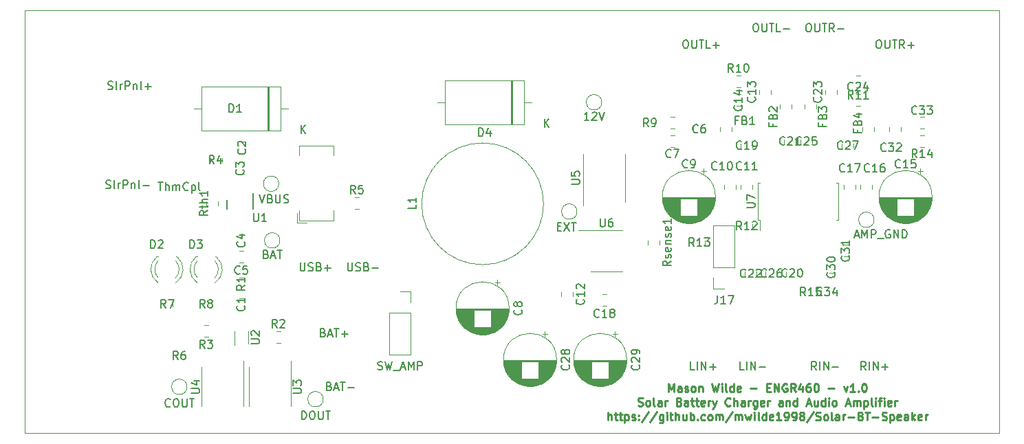
<source format=gbr>
G04 #@! TF.GenerationSoftware,KiCad,Pcbnew,(5.1.5)-3*
G04 #@! TF.CreationDate,2020-04-26T18:29:29-05:00*
G04 #@! TF.ProjectId,SolarBTSpeaker,536f6c61-7242-4545-9370-65616b65722e,rev?*
G04 #@! TF.SameCoordinates,Original*
G04 #@! TF.FileFunction,Legend,Top*
G04 #@! TF.FilePolarity,Positive*
%FSLAX46Y46*%
G04 Gerber Fmt 4.6, Leading zero omitted, Abs format (unit mm)*
G04 Created by KiCad (PCBNEW (5.1.5)-3) date 2020-04-26 18:29:29*
%MOMM*%
%LPD*%
G04 APERTURE LIST*
%ADD10C,0.250000*%
%ADD11C,0.050000*%
%ADD12C,0.120000*%
%ADD13C,0.150000*%
G04 APERTURE END LIST*
D10*
X149123333Y-86967380D02*
X149123333Y-85967380D01*
X149456666Y-86681666D01*
X149790000Y-85967380D01*
X149790000Y-86967380D01*
X150694761Y-86967380D02*
X150694761Y-86443571D01*
X150647142Y-86348333D01*
X150551904Y-86300714D01*
X150361428Y-86300714D01*
X150266190Y-86348333D01*
X150694761Y-86919761D02*
X150599523Y-86967380D01*
X150361428Y-86967380D01*
X150266190Y-86919761D01*
X150218571Y-86824523D01*
X150218571Y-86729285D01*
X150266190Y-86634047D01*
X150361428Y-86586428D01*
X150599523Y-86586428D01*
X150694761Y-86538809D01*
X151123333Y-86919761D02*
X151218571Y-86967380D01*
X151409047Y-86967380D01*
X151504285Y-86919761D01*
X151551904Y-86824523D01*
X151551904Y-86776904D01*
X151504285Y-86681666D01*
X151409047Y-86634047D01*
X151266190Y-86634047D01*
X151170952Y-86586428D01*
X151123333Y-86491190D01*
X151123333Y-86443571D01*
X151170952Y-86348333D01*
X151266190Y-86300714D01*
X151409047Y-86300714D01*
X151504285Y-86348333D01*
X152123333Y-86967380D02*
X152028095Y-86919761D01*
X151980476Y-86872142D01*
X151932857Y-86776904D01*
X151932857Y-86491190D01*
X151980476Y-86395952D01*
X152028095Y-86348333D01*
X152123333Y-86300714D01*
X152266190Y-86300714D01*
X152361428Y-86348333D01*
X152409047Y-86395952D01*
X152456666Y-86491190D01*
X152456666Y-86776904D01*
X152409047Y-86872142D01*
X152361428Y-86919761D01*
X152266190Y-86967380D01*
X152123333Y-86967380D01*
X152885238Y-86300714D02*
X152885238Y-86967380D01*
X152885238Y-86395952D02*
X152932857Y-86348333D01*
X153028095Y-86300714D01*
X153170952Y-86300714D01*
X153266190Y-86348333D01*
X153313809Y-86443571D01*
X153313809Y-86967380D01*
X154456666Y-85967380D02*
X154694761Y-86967380D01*
X154885238Y-86253095D01*
X155075714Y-86967380D01*
X155313809Y-85967380D01*
X155694761Y-86967380D02*
X155694761Y-86300714D01*
X155694761Y-85967380D02*
X155647142Y-86015000D01*
X155694761Y-86062619D01*
X155742380Y-86015000D01*
X155694761Y-85967380D01*
X155694761Y-86062619D01*
X156313809Y-86967380D02*
X156218571Y-86919761D01*
X156170952Y-86824523D01*
X156170952Y-85967380D01*
X157123333Y-86967380D02*
X157123333Y-85967380D01*
X157123333Y-86919761D02*
X157028095Y-86967380D01*
X156837619Y-86967380D01*
X156742380Y-86919761D01*
X156694761Y-86872142D01*
X156647142Y-86776904D01*
X156647142Y-86491190D01*
X156694761Y-86395952D01*
X156742380Y-86348333D01*
X156837619Y-86300714D01*
X157028095Y-86300714D01*
X157123333Y-86348333D01*
X157980476Y-86919761D02*
X157885238Y-86967380D01*
X157694761Y-86967380D01*
X157599523Y-86919761D01*
X157551904Y-86824523D01*
X157551904Y-86443571D01*
X157599523Y-86348333D01*
X157694761Y-86300714D01*
X157885238Y-86300714D01*
X157980476Y-86348333D01*
X158028095Y-86443571D01*
X158028095Y-86538809D01*
X157551904Y-86634047D01*
X159218571Y-86586428D02*
X159980476Y-86586428D01*
X161218571Y-86443571D02*
X161551904Y-86443571D01*
X161694761Y-86967380D02*
X161218571Y-86967380D01*
X161218571Y-85967380D01*
X161694761Y-85967380D01*
X162123333Y-86967380D02*
X162123333Y-85967380D01*
X162694761Y-86967380D01*
X162694761Y-85967380D01*
X163694761Y-86015000D02*
X163599523Y-85967380D01*
X163456666Y-85967380D01*
X163313809Y-86015000D01*
X163218571Y-86110238D01*
X163170952Y-86205476D01*
X163123333Y-86395952D01*
X163123333Y-86538809D01*
X163170952Y-86729285D01*
X163218571Y-86824523D01*
X163313809Y-86919761D01*
X163456666Y-86967380D01*
X163551904Y-86967380D01*
X163694761Y-86919761D01*
X163742380Y-86872142D01*
X163742380Y-86538809D01*
X163551904Y-86538809D01*
X164742380Y-86967380D02*
X164409047Y-86491190D01*
X164170952Y-86967380D02*
X164170952Y-85967380D01*
X164551904Y-85967380D01*
X164647142Y-86015000D01*
X164694761Y-86062619D01*
X164742380Y-86157857D01*
X164742380Y-86300714D01*
X164694761Y-86395952D01*
X164647142Y-86443571D01*
X164551904Y-86491190D01*
X164170952Y-86491190D01*
X165599523Y-86300714D02*
X165599523Y-86967380D01*
X165361428Y-85919761D02*
X165123333Y-86634047D01*
X165742380Y-86634047D01*
X166551904Y-85967380D02*
X166361428Y-85967380D01*
X166266190Y-86015000D01*
X166218571Y-86062619D01*
X166123333Y-86205476D01*
X166075714Y-86395952D01*
X166075714Y-86776904D01*
X166123333Y-86872142D01*
X166170952Y-86919761D01*
X166266190Y-86967380D01*
X166456666Y-86967380D01*
X166551904Y-86919761D01*
X166599523Y-86872142D01*
X166647142Y-86776904D01*
X166647142Y-86538809D01*
X166599523Y-86443571D01*
X166551904Y-86395952D01*
X166456666Y-86348333D01*
X166266190Y-86348333D01*
X166170952Y-86395952D01*
X166123333Y-86443571D01*
X166075714Y-86538809D01*
X167266190Y-85967380D02*
X167361428Y-85967380D01*
X167456666Y-86015000D01*
X167504285Y-86062619D01*
X167551904Y-86157857D01*
X167599523Y-86348333D01*
X167599523Y-86586428D01*
X167551904Y-86776904D01*
X167504285Y-86872142D01*
X167456666Y-86919761D01*
X167361428Y-86967380D01*
X167266190Y-86967380D01*
X167170952Y-86919761D01*
X167123333Y-86872142D01*
X167075714Y-86776904D01*
X167028095Y-86586428D01*
X167028095Y-86348333D01*
X167075714Y-86157857D01*
X167123333Y-86062619D01*
X167170952Y-86015000D01*
X167266190Y-85967380D01*
X168790000Y-86586428D02*
X169551904Y-86586428D01*
X170694761Y-86300714D02*
X170932857Y-86967380D01*
X171170952Y-86300714D01*
X172075714Y-86967380D02*
X171504285Y-86967380D01*
X171790000Y-86967380D02*
X171790000Y-85967380D01*
X171694761Y-86110238D01*
X171599523Y-86205476D01*
X171504285Y-86253095D01*
X172504285Y-86872142D02*
X172551904Y-86919761D01*
X172504285Y-86967380D01*
X172456666Y-86919761D01*
X172504285Y-86872142D01*
X172504285Y-86967380D01*
X173170952Y-85967380D02*
X173266190Y-85967380D01*
X173361428Y-86015000D01*
X173409047Y-86062619D01*
X173456666Y-86157857D01*
X173504285Y-86348333D01*
X173504285Y-86586428D01*
X173456666Y-86776904D01*
X173409047Y-86872142D01*
X173361428Y-86919761D01*
X173266190Y-86967380D01*
X173170952Y-86967380D01*
X173075714Y-86919761D01*
X173028095Y-86872142D01*
X172980476Y-86776904D01*
X172932857Y-86586428D01*
X172932857Y-86348333D01*
X172980476Y-86157857D01*
X173028095Y-86062619D01*
X173075714Y-86015000D01*
X173170952Y-85967380D01*
X145385238Y-88669761D02*
X145528095Y-88717380D01*
X145766190Y-88717380D01*
X145861428Y-88669761D01*
X145909047Y-88622142D01*
X145956666Y-88526904D01*
X145956666Y-88431666D01*
X145909047Y-88336428D01*
X145861428Y-88288809D01*
X145766190Y-88241190D01*
X145575714Y-88193571D01*
X145480476Y-88145952D01*
X145432857Y-88098333D01*
X145385238Y-88003095D01*
X145385238Y-87907857D01*
X145432857Y-87812619D01*
X145480476Y-87765000D01*
X145575714Y-87717380D01*
X145813809Y-87717380D01*
X145956666Y-87765000D01*
X146528095Y-88717380D02*
X146432857Y-88669761D01*
X146385238Y-88622142D01*
X146337619Y-88526904D01*
X146337619Y-88241190D01*
X146385238Y-88145952D01*
X146432857Y-88098333D01*
X146528095Y-88050714D01*
X146670952Y-88050714D01*
X146766190Y-88098333D01*
X146813809Y-88145952D01*
X146861428Y-88241190D01*
X146861428Y-88526904D01*
X146813809Y-88622142D01*
X146766190Y-88669761D01*
X146670952Y-88717380D01*
X146528095Y-88717380D01*
X147432857Y-88717380D02*
X147337619Y-88669761D01*
X147290000Y-88574523D01*
X147290000Y-87717380D01*
X148242380Y-88717380D02*
X148242380Y-88193571D01*
X148194761Y-88098333D01*
X148099523Y-88050714D01*
X147909047Y-88050714D01*
X147813809Y-88098333D01*
X148242380Y-88669761D02*
X148147142Y-88717380D01*
X147909047Y-88717380D01*
X147813809Y-88669761D01*
X147766190Y-88574523D01*
X147766190Y-88479285D01*
X147813809Y-88384047D01*
X147909047Y-88336428D01*
X148147142Y-88336428D01*
X148242380Y-88288809D01*
X148718571Y-88717380D02*
X148718571Y-88050714D01*
X148718571Y-88241190D02*
X148766190Y-88145952D01*
X148813809Y-88098333D01*
X148909047Y-88050714D01*
X149004285Y-88050714D01*
X150432857Y-88193571D02*
X150575714Y-88241190D01*
X150623333Y-88288809D01*
X150670952Y-88384047D01*
X150670952Y-88526904D01*
X150623333Y-88622142D01*
X150575714Y-88669761D01*
X150480476Y-88717380D01*
X150099523Y-88717380D01*
X150099523Y-87717380D01*
X150432857Y-87717380D01*
X150528095Y-87765000D01*
X150575714Y-87812619D01*
X150623333Y-87907857D01*
X150623333Y-88003095D01*
X150575714Y-88098333D01*
X150528095Y-88145952D01*
X150432857Y-88193571D01*
X150099523Y-88193571D01*
X151528095Y-88717380D02*
X151528095Y-88193571D01*
X151480476Y-88098333D01*
X151385238Y-88050714D01*
X151194761Y-88050714D01*
X151099523Y-88098333D01*
X151528095Y-88669761D02*
X151432857Y-88717380D01*
X151194761Y-88717380D01*
X151099523Y-88669761D01*
X151051904Y-88574523D01*
X151051904Y-88479285D01*
X151099523Y-88384047D01*
X151194761Y-88336428D01*
X151432857Y-88336428D01*
X151528095Y-88288809D01*
X151861428Y-88050714D02*
X152242380Y-88050714D01*
X152004285Y-87717380D02*
X152004285Y-88574523D01*
X152051904Y-88669761D01*
X152147142Y-88717380D01*
X152242380Y-88717380D01*
X152432857Y-88050714D02*
X152813809Y-88050714D01*
X152575714Y-87717380D02*
X152575714Y-88574523D01*
X152623333Y-88669761D01*
X152718571Y-88717380D01*
X152813809Y-88717380D01*
X153528095Y-88669761D02*
X153432857Y-88717380D01*
X153242380Y-88717380D01*
X153147142Y-88669761D01*
X153099523Y-88574523D01*
X153099523Y-88193571D01*
X153147142Y-88098333D01*
X153242380Y-88050714D01*
X153432857Y-88050714D01*
X153528095Y-88098333D01*
X153575714Y-88193571D01*
X153575714Y-88288809D01*
X153099523Y-88384047D01*
X154004285Y-88717380D02*
X154004285Y-88050714D01*
X154004285Y-88241190D02*
X154051904Y-88145952D01*
X154099523Y-88098333D01*
X154194761Y-88050714D01*
X154290000Y-88050714D01*
X154528095Y-88050714D02*
X154766190Y-88717380D01*
X155004285Y-88050714D02*
X154766190Y-88717380D01*
X154670952Y-88955476D01*
X154623333Y-89003095D01*
X154528095Y-89050714D01*
X156718571Y-88622142D02*
X156670952Y-88669761D01*
X156528095Y-88717380D01*
X156432857Y-88717380D01*
X156290000Y-88669761D01*
X156194761Y-88574523D01*
X156147142Y-88479285D01*
X156099523Y-88288809D01*
X156099523Y-88145952D01*
X156147142Y-87955476D01*
X156194761Y-87860238D01*
X156290000Y-87765000D01*
X156432857Y-87717380D01*
X156528095Y-87717380D01*
X156670952Y-87765000D01*
X156718571Y-87812619D01*
X157147142Y-88717380D02*
X157147142Y-87717380D01*
X157575714Y-88717380D02*
X157575714Y-88193571D01*
X157528095Y-88098333D01*
X157432857Y-88050714D01*
X157290000Y-88050714D01*
X157194761Y-88098333D01*
X157147142Y-88145952D01*
X158480476Y-88717380D02*
X158480476Y-88193571D01*
X158432857Y-88098333D01*
X158337619Y-88050714D01*
X158147142Y-88050714D01*
X158051904Y-88098333D01*
X158480476Y-88669761D02*
X158385238Y-88717380D01*
X158147142Y-88717380D01*
X158051904Y-88669761D01*
X158004285Y-88574523D01*
X158004285Y-88479285D01*
X158051904Y-88384047D01*
X158147142Y-88336428D01*
X158385238Y-88336428D01*
X158480476Y-88288809D01*
X158956666Y-88717380D02*
X158956666Y-88050714D01*
X158956666Y-88241190D02*
X159004285Y-88145952D01*
X159051904Y-88098333D01*
X159147142Y-88050714D01*
X159242380Y-88050714D01*
X160004285Y-88050714D02*
X160004285Y-88860238D01*
X159956666Y-88955476D01*
X159909047Y-89003095D01*
X159813809Y-89050714D01*
X159670952Y-89050714D01*
X159575714Y-89003095D01*
X160004285Y-88669761D02*
X159909047Y-88717380D01*
X159718571Y-88717380D01*
X159623333Y-88669761D01*
X159575714Y-88622142D01*
X159528095Y-88526904D01*
X159528095Y-88241190D01*
X159575714Y-88145952D01*
X159623333Y-88098333D01*
X159718571Y-88050714D01*
X159909047Y-88050714D01*
X160004285Y-88098333D01*
X160861428Y-88669761D02*
X160766190Y-88717380D01*
X160575714Y-88717380D01*
X160480476Y-88669761D01*
X160432857Y-88574523D01*
X160432857Y-88193571D01*
X160480476Y-88098333D01*
X160575714Y-88050714D01*
X160766190Y-88050714D01*
X160861428Y-88098333D01*
X160909047Y-88193571D01*
X160909047Y-88288809D01*
X160432857Y-88384047D01*
X161337619Y-88717380D02*
X161337619Y-88050714D01*
X161337619Y-88241190D02*
X161385238Y-88145952D01*
X161432857Y-88098333D01*
X161528095Y-88050714D01*
X161623333Y-88050714D01*
X163147142Y-88717380D02*
X163147142Y-88193571D01*
X163099523Y-88098333D01*
X163004285Y-88050714D01*
X162813809Y-88050714D01*
X162718571Y-88098333D01*
X163147142Y-88669761D02*
X163051904Y-88717380D01*
X162813809Y-88717380D01*
X162718571Y-88669761D01*
X162670952Y-88574523D01*
X162670952Y-88479285D01*
X162718571Y-88384047D01*
X162813809Y-88336428D01*
X163051904Y-88336428D01*
X163147142Y-88288809D01*
X163623333Y-88050714D02*
X163623333Y-88717380D01*
X163623333Y-88145952D02*
X163670952Y-88098333D01*
X163766190Y-88050714D01*
X163909047Y-88050714D01*
X164004285Y-88098333D01*
X164051904Y-88193571D01*
X164051904Y-88717380D01*
X164956666Y-88717380D02*
X164956666Y-87717380D01*
X164956666Y-88669761D02*
X164861428Y-88717380D01*
X164670952Y-88717380D01*
X164575714Y-88669761D01*
X164528095Y-88622142D01*
X164480476Y-88526904D01*
X164480476Y-88241190D01*
X164528095Y-88145952D01*
X164575714Y-88098333D01*
X164670952Y-88050714D01*
X164861428Y-88050714D01*
X164956666Y-88098333D01*
X166147142Y-88431666D02*
X166623333Y-88431666D01*
X166051904Y-88717380D02*
X166385238Y-87717380D01*
X166718571Y-88717380D01*
X167480476Y-88050714D02*
X167480476Y-88717380D01*
X167051904Y-88050714D02*
X167051904Y-88574523D01*
X167099523Y-88669761D01*
X167194761Y-88717380D01*
X167337619Y-88717380D01*
X167432857Y-88669761D01*
X167480476Y-88622142D01*
X168385238Y-88717380D02*
X168385238Y-87717380D01*
X168385238Y-88669761D02*
X168290000Y-88717380D01*
X168099523Y-88717380D01*
X168004285Y-88669761D01*
X167956666Y-88622142D01*
X167909047Y-88526904D01*
X167909047Y-88241190D01*
X167956666Y-88145952D01*
X168004285Y-88098333D01*
X168099523Y-88050714D01*
X168290000Y-88050714D01*
X168385238Y-88098333D01*
X168861428Y-88717380D02*
X168861428Y-88050714D01*
X168861428Y-87717380D02*
X168813809Y-87765000D01*
X168861428Y-87812619D01*
X168909047Y-87765000D01*
X168861428Y-87717380D01*
X168861428Y-87812619D01*
X169480476Y-88717380D02*
X169385238Y-88669761D01*
X169337619Y-88622142D01*
X169290000Y-88526904D01*
X169290000Y-88241190D01*
X169337619Y-88145952D01*
X169385238Y-88098333D01*
X169480476Y-88050714D01*
X169623333Y-88050714D01*
X169718571Y-88098333D01*
X169766190Y-88145952D01*
X169813809Y-88241190D01*
X169813809Y-88526904D01*
X169766190Y-88622142D01*
X169718571Y-88669761D01*
X169623333Y-88717380D01*
X169480476Y-88717380D01*
X170956666Y-88431666D02*
X171432857Y-88431666D01*
X170861428Y-88717380D02*
X171194761Y-87717380D01*
X171528095Y-88717380D01*
X171861428Y-88717380D02*
X171861428Y-88050714D01*
X171861428Y-88145952D02*
X171909047Y-88098333D01*
X172004285Y-88050714D01*
X172147142Y-88050714D01*
X172242380Y-88098333D01*
X172290000Y-88193571D01*
X172290000Y-88717380D01*
X172290000Y-88193571D02*
X172337619Y-88098333D01*
X172432857Y-88050714D01*
X172575714Y-88050714D01*
X172670952Y-88098333D01*
X172718571Y-88193571D01*
X172718571Y-88717380D01*
X173194761Y-88050714D02*
X173194761Y-89050714D01*
X173194761Y-88098333D02*
X173290000Y-88050714D01*
X173480476Y-88050714D01*
X173575714Y-88098333D01*
X173623333Y-88145952D01*
X173670952Y-88241190D01*
X173670952Y-88526904D01*
X173623333Y-88622142D01*
X173575714Y-88669761D01*
X173480476Y-88717380D01*
X173290000Y-88717380D01*
X173194761Y-88669761D01*
X174242380Y-88717380D02*
X174147142Y-88669761D01*
X174099523Y-88574523D01*
X174099523Y-87717380D01*
X174623333Y-88717380D02*
X174623333Y-88050714D01*
X174623333Y-87717380D02*
X174575714Y-87765000D01*
X174623333Y-87812619D01*
X174670952Y-87765000D01*
X174623333Y-87717380D01*
X174623333Y-87812619D01*
X174956666Y-88050714D02*
X175337619Y-88050714D01*
X175099523Y-88717380D02*
X175099523Y-87860238D01*
X175147142Y-87765000D01*
X175242380Y-87717380D01*
X175337619Y-87717380D01*
X175670952Y-88717380D02*
X175670952Y-88050714D01*
X175670952Y-87717380D02*
X175623333Y-87765000D01*
X175670952Y-87812619D01*
X175718571Y-87765000D01*
X175670952Y-87717380D01*
X175670952Y-87812619D01*
X176528095Y-88669761D02*
X176432857Y-88717380D01*
X176242380Y-88717380D01*
X176147142Y-88669761D01*
X176099523Y-88574523D01*
X176099523Y-88193571D01*
X176147142Y-88098333D01*
X176242380Y-88050714D01*
X176432857Y-88050714D01*
X176528095Y-88098333D01*
X176575714Y-88193571D01*
X176575714Y-88288809D01*
X176099523Y-88384047D01*
X177004285Y-88717380D02*
X177004285Y-88050714D01*
X177004285Y-88241190D02*
X177051904Y-88145952D01*
X177099523Y-88098333D01*
X177194761Y-88050714D01*
X177290000Y-88050714D01*
X141694761Y-90467380D02*
X141694761Y-89467380D01*
X142123333Y-90467380D02*
X142123333Y-89943571D01*
X142075714Y-89848333D01*
X141980476Y-89800714D01*
X141837619Y-89800714D01*
X141742380Y-89848333D01*
X141694761Y-89895952D01*
X142456666Y-89800714D02*
X142837619Y-89800714D01*
X142599523Y-89467380D02*
X142599523Y-90324523D01*
X142647142Y-90419761D01*
X142742380Y-90467380D01*
X142837619Y-90467380D01*
X143028095Y-89800714D02*
X143409047Y-89800714D01*
X143170952Y-89467380D02*
X143170952Y-90324523D01*
X143218571Y-90419761D01*
X143313809Y-90467380D01*
X143409047Y-90467380D01*
X143742380Y-89800714D02*
X143742380Y-90800714D01*
X143742380Y-89848333D02*
X143837619Y-89800714D01*
X144028095Y-89800714D01*
X144123333Y-89848333D01*
X144170952Y-89895952D01*
X144218571Y-89991190D01*
X144218571Y-90276904D01*
X144170952Y-90372142D01*
X144123333Y-90419761D01*
X144028095Y-90467380D01*
X143837619Y-90467380D01*
X143742380Y-90419761D01*
X144599523Y-90419761D02*
X144694761Y-90467380D01*
X144885238Y-90467380D01*
X144980476Y-90419761D01*
X145028095Y-90324523D01*
X145028095Y-90276904D01*
X144980476Y-90181666D01*
X144885238Y-90134047D01*
X144742380Y-90134047D01*
X144647142Y-90086428D01*
X144599523Y-89991190D01*
X144599523Y-89943571D01*
X144647142Y-89848333D01*
X144742380Y-89800714D01*
X144885238Y-89800714D01*
X144980476Y-89848333D01*
X145456666Y-90372142D02*
X145504285Y-90419761D01*
X145456666Y-90467380D01*
X145409047Y-90419761D01*
X145456666Y-90372142D01*
X145456666Y-90467380D01*
X145456666Y-89848333D02*
X145504285Y-89895952D01*
X145456666Y-89943571D01*
X145409047Y-89895952D01*
X145456666Y-89848333D01*
X145456666Y-89943571D01*
X146647142Y-89419761D02*
X145790000Y-90705476D01*
X147694761Y-89419761D02*
X146837619Y-90705476D01*
X148456666Y-89800714D02*
X148456666Y-90610238D01*
X148409047Y-90705476D01*
X148361428Y-90753095D01*
X148266190Y-90800714D01*
X148123333Y-90800714D01*
X148028095Y-90753095D01*
X148456666Y-90419761D02*
X148361428Y-90467380D01*
X148170952Y-90467380D01*
X148075714Y-90419761D01*
X148028095Y-90372142D01*
X147980476Y-90276904D01*
X147980476Y-89991190D01*
X148028095Y-89895952D01*
X148075714Y-89848333D01*
X148170952Y-89800714D01*
X148361428Y-89800714D01*
X148456666Y-89848333D01*
X148932857Y-90467380D02*
X148932857Y-89800714D01*
X148932857Y-89467380D02*
X148885238Y-89515000D01*
X148932857Y-89562619D01*
X148980476Y-89515000D01*
X148932857Y-89467380D01*
X148932857Y-89562619D01*
X149266190Y-89800714D02*
X149647142Y-89800714D01*
X149409047Y-89467380D02*
X149409047Y-90324523D01*
X149456666Y-90419761D01*
X149551904Y-90467380D01*
X149647142Y-90467380D01*
X149980476Y-90467380D02*
X149980476Y-89467380D01*
X150409047Y-90467380D02*
X150409047Y-89943571D01*
X150361428Y-89848333D01*
X150266190Y-89800714D01*
X150123333Y-89800714D01*
X150028095Y-89848333D01*
X149980476Y-89895952D01*
X151313809Y-89800714D02*
X151313809Y-90467380D01*
X150885238Y-89800714D02*
X150885238Y-90324523D01*
X150932857Y-90419761D01*
X151028095Y-90467380D01*
X151170952Y-90467380D01*
X151266190Y-90419761D01*
X151313809Y-90372142D01*
X151790000Y-90467380D02*
X151790000Y-89467380D01*
X151790000Y-89848333D02*
X151885238Y-89800714D01*
X152075714Y-89800714D01*
X152170952Y-89848333D01*
X152218571Y-89895952D01*
X152266190Y-89991190D01*
X152266190Y-90276904D01*
X152218571Y-90372142D01*
X152170952Y-90419761D01*
X152075714Y-90467380D01*
X151885238Y-90467380D01*
X151790000Y-90419761D01*
X152694761Y-90372142D02*
X152742380Y-90419761D01*
X152694761Y-90467380D01*
X152647142Y-90419761D01*
X152694761Y-90372142D01*
X152694761Y-90467380D01*
X153599523Y-90419761D02*
X153504285Y-90467380D01*
X153313809Y-90467380D01*
X153218571Y-90419761D01*
X153170952Y-90372142D01*
X153123333Y-90276904D01*
X153123333Y-89991190D01*
X153170952Y-89895952D01*
X153218571Y-89848333D01*
X153313809Y-89800714D01*
X153504285Y-89800714D01*
X153599523Y-89848333D01*
X154170952Y-90467380D02*
X154075714Y-90419761D01*
X154028095Y-90372142D01*
X153980476Y-90276904D01*
X153980476Y-89991190D01*
X154028095Y-89895952D01*
X154075714Y-89848333D01*
X154170952Y-89800714D01*
X154313809Y-89800714D01*
X154409047Y-89848333D01*
X154456666Y-89895952D01*
X154504285Y-89991190D01*
X154504285Y-90276904D01*
X154456666Y-90372142D01*
X154409047Y-90419761D01*
X154313809Y-90467380D01*
X154170952Y-90467380D01*
X154932857Y-90467380D02*
X154932857Y-89800714D01*
X154932857Y-89895952D02*
X154980476Y-89848333D01*
X155075714Y-89800714D01*
X155218571Y-89800714D01*
X155313809Y-89848333D01*
X155361428Y-89943571D01*
X155361428Y-90467380D01*
X155361428Y-89943571D02*
X155409047Y-89848333D01*
X155504285Y-89800714D01*
X155647142Y-89800714D01*
X155742380Y-89848333D01*
X155790000Y-89943571D01*
X155790000Y-90467380D01*
X156980476Y-89419761D02*
X156123333Y-90705476D01*
X157313809Y-90467380D02*
X157313809Y-89800714D01*
X157313809Y-89895952D02*
X157361428Y-89848333D01*
X157456666Y-89800714D01*
X157599523Y-89800714D01*
X157694761Y-89848333D01*
X157742380Y-89943571D01*
X157742380Y-90467380D01*
X157742380Y-89943571D02*
X157790000Y-89848333D01*
X157885238Y-89800714D01*
X158028095Y-89800714D01*
X158123333Y-89848333D01*
X158170952Y-89943571D01*
X158170952Y-90467380D01*
X158551904Y-89800714D02*
X158742380Y-90467380D01*
X158932857Y-89991190D01*
X159123333Y-90467380D01*
X159313809Y-89800714D01*
X159694761Y-90467380D02*
X159694761Y-89800714D01*
X159694761Y-89467380D02*
X159647142Y-89515000D01*
X159694761Y-89562619D01*
X159742380Y-89515000D01*
X159694761Y-89467380D01*
X159694761Y-89562619D01*
X160313809Y-90467380D02*
X160218571Y-90419761D01*
X160170952Y-90324523D01*
X160170952Y-89467380D01*
X161123333Y-90467380D02*
X161123333Y-89467380D01*
X161123333Y-90419761D02*
X161028095Y-90467380D01*
X160837619Y-90467380D01*
X160742380Y-90419761D01*
X160694761Y-90372142D01*
X160647142Y-90276904D01*
X160647142Y-89991190D01*
X160694761Y-89895952D01*
X160742380Y-89848333D01*
X160837619Y-89800714D01*
X161028095Y-89800714D01*
X161123333Y-89848333D01*
X161980476Y-90419761D02*
X161885238Y-90467380D01*
X161694761Y-90467380D01*
X161599523Y-90419761D01*
X161551904Y-90324523D01*
X161551904Y-89943571D01*
X161599523Y-89848333D01*
X161694761Y-89800714D01*
X161885238Y-89800714D01*
X161980476Y-89848333D01*
X162028095Y-89943571D01*
X162028095Y-90038809D01*
X161551904Y-90134047D01*
X162980476Y-90467380D02*
X162409047Y-90467380D01*
X162694761Y-90467380D02*
X162694761Y-89467380D01*
X162599523Y-89610238D01*
X162504285Y-89705476D01*
X162409047Y-89753095D01*
X163456666Y-90467380D02*
X163647142Y-90467380D01*
X163742380Y-90419761D01*
X163790000Y-90372142D01*
X163885238Y-90229285D01*
X163932857Y-90038809D01*
X163932857Y-89657857D01*
X163885238Y-89562619D01*
X163837619Y-89515000D01*
X163742380Y-89467380D01*
X163551904Y-89467380D01*
X163456666Y-89515000D01*
X163409047Y-89562619D01*
X163361428Y-89657857D01*
X163361428Y-89895952D01*
X163409047Y-89991190D01*
X163456666Y-90038809D01*
X163551904Y-90086428D01*
X163742380Y-90086428D01*
X163837619Y-90038809D01*
X163885238Y-89991190D01*
X163932857Y-89895952D01*
X164409047Y-90467380D02*
X164599523Y-90467380D01*
X164694761Y-90419761D01*
X164742380Y-90372142D01*
X164837619Y-90229285D01*
X164885238Y-90038809D01*
X164885238Y-89657857D01*
X164837619Y-89562619D01*
X164790000Y-89515000D01*
X164694761Y-89467380D01*
X164504285Y-89467380D01*
X164409047Y-89515000D01*
X164361428Y-89562619D01*
X164313809Y-89657857D01*
X164313809Y-89895952D01*
X164361428Y-89991190D01*
X164409047Y-90038809D01*
X164504285Y-90086428D01*
X164694761Y-90086428D01*
X164790000Y-90038809D01*
X164837619Y-89991190D01*
X164885238Y-89895952D01*
X165456666Y-89895952D02*
X165361428Y-89848333D01*
X165313809Y-89800714D01*
X165266190Y-89705476D01*
X165266190Y-89657857D01*
X165313809Y-89562619D01*
X165361428Y-89515000D01*
X165456666Y-89467380D01*
X165647142Y-89467380D01*
X165742380Y-89515000D01*
X165790000Y-89562619D01*
X165837619Y-89657857D01*
X165837619Y-89705476D01*
X165790000Y-89800714D01*
X165742380Y-89848333D01*
X165647142Y-89895952D01*
X165456666Y-89895952D01*
X165361428Y-89943571D01*
X165313809Y-89991190D01*
X165266190Y-90086428D01*
X165266190Y-90276904D01*
X165313809Y-90372142D01*
X165361428Y-90419761D01*
X165456666Y-90467380D01*
X165647142Y-90467380D01*
X165742380Y-90419761D01*
X165790000Y-90372142D01*
X165837619Y-90276904D01*
X165837619Y-90086428D01*
X165790000Y-89991190D01*
X165742380Y-89943571D01*
X165647142Y-89895952D01*
X166980476Y-89419761D02*
X166123333Y-90705476D01*
X167266190Y-90419761D02*
X167409047Y-90467380D01*
X167647142Y-90467380D01*
X167742380Y-90419761D01*
X167790000Y-90372142D01*
X167837619Y-90276904D01*
X167837619Y-90181666D01*
X167790000Y-90086428D01*
X167742380Y-90038809D01*
X167647142Y-89991190D01*
X167456666Y-89943571D01*
X167361428Y-89895952D01*
X167313809Y-89848333D01*
X167266190Y-89753095D01*
X167266190Y-89657857D01*
X167313809Y-89562619D01*
X167361428Y-89515000D01*
X167456666Y-89467380D01*
X167694761Y-89467380D01*
X167837619Y-89515000D01*
X168409047Y-90467380D02*
X168313809Y-90419761D01*
X168266190Y-90372142D01*
X168218571Y-90276904D01*
X168218571Y-89991190D01*
X168266190Y-89895952D01*
X168313809Y-89848333D01*
X168409047Y-89800714D01*
X168551904Y-89800714D01*
X168647142Y-89848333D01*
X168694761Y-89895952D01*
X168742380Y-89991190D01*
X168742380Y-90276904D01*
X168694761Y-90372142D01*
X168647142Y-90419761D01*
X168551904Y-90467380D01*
X168409047Y-90467380D01*
X169313809Y-90467380D02*
X169218571Y-90419761D01*
X169170952Y-90324523D01*
X169170952Y-89467380D01*
X170123333Y-90467380D02*
X170123333Y-89943571D01*
X170075714Y-89848333D01*
X169980476Y-89800714D01*
X169789999Y-89800714D01*
X169694761Y-89848333D01*
X170123333Y-90419761D02*
X170028095Y-90467380D01*
X169789999Y-90467380D01*
X169694761Y-90419761D01*
X169647142Y-90324523D01*
X169647142Y-90229285D01*
X169694761Y-90134047D01*
X169789999Y-90086428D01*
X170028095Y-90086428D01*
X170123333Y-90038809D01*
X170599523Y-90467380D02*
X170599523Y-89800714D01*
X170599523Y-89991190D02*
X170647142Y-89895952D01*
X170694761Y-89848333D01*
X170789999Y-89800714D01*
X170885238Y-89800714D01*
X171218571Y-90086428D02*
X171980476Y-90086428D01*
X172789999Y-89943571D02*
X172932857Y-89991190D01*
X172980476Y-90038809D01*
X173028095Y-90134047D01*
X173028095Y-90276904D01*
X172980476Y-90372142D01*
X172932857Y-90419761D01*
X172837619Y-90467380D01*
X172456666Y-90467380D01*
X172456666Y-89467380D01*
X172789999Y-89467380D01*
X172885238Y-89515000D01*
X172932857Y-89562619D01*
X172980476Y-89657857D01*
X172980476Y-89753095D01*
X172932857Y-89848333D01*
X172885238Y-89895952D01*
X172789999Y-89943571D01*
X172456666Y-89943571D01*
X173313809Y-89467380D02*
X173885238Y-89467380D01*
X173599523Y-90467380D02*
X173599523Y-89467380D01*
X174218571Y-90086428D02*
X174980476Y-90086428D01*
X175409047Y-90419761D02*
X175551904Y-90467380D01*
X175790000Y-90467380D01*
X175885238Y-90419761D01*
X175932857Y-90372142D01*
X175980476Y-90276904D01*
X175980476Y-90181666D01*
X175932857Y-90086428D01*
X175885238Y-90038809D01*
X175790000Y-89991190D01*
X175599523Y-89943571D01*
X175504285Y-89895952D01*
X175456666Y-89848333D01*
X175409047Y-89753095D01*
X175409047Y-89657857D01*
X175456666Y-89562619D01*
X175504285Y-89515000D01*
X175599523Y-89467380D01*
X175837619Y-89467380D01*
X175980476Y-89515000D01*
X176409047Y-89800714D02*
X176409047Y-90800714D01*
X176409047Y-89848333D02*
X176504285Y-89800714D01*
X176694761Y-89800714D01*
X176790000Y-89848333D01*
X176837619Y-89895952D01*
X176885238Y-89991190D01*
X176885238Y-90276904D01*
X176837619Y-90372142D01*
X176790000Y-90419761D01*
X176694761Y-90467380D01*
X176504285Y-90467380D01*
X176409047Y-90419761D01*
X177694761Y-90419761D02*
X177599523Y-90467380D01*
X177409047Y-90467380D01*
X177313809Y-90419761D01*
X177266190Y-90324523D01*
X177266190Y-89943571D01*
X177313809Y-89848333D01*
X177409047Y-89800714D01*
X177599523Y-89800714D01*
X177694761Y-89848333D01*
X177742380Y-89943571D01*
X177742380Y-90038809D01*
X177266190Y-90134047D01*
X178599523Y-90467380D02*
X178599523Y-89943571D01*
X178551904Y-89848333D01*
X178456666Y-89800714D01*
X178266190Y-89800714D01*
X178170952Y-89848333D01*
X178599523Y-90419761D02*
X178504285Y-90467380D01*
X178266190Y-90467380D01*
X178170952Y-90419761D01*
X178123333Y-90324523D01*
X178123333Y-90229285D01*
X178170952Y-90134047D01*
X178266190Y-90086428D01*
X178504285Y-90086428D01*
X178599523Y-90038809D01*
X179075714Y-90467380D02*
X179075714Y-89467380D01*
X179170952Y-90086428D02*
X179456666Y-90467380D01*
X179456666Y-89800714D02*
X179075714Y-90181666D01*
X180266190Y-90419761D02*
X180170952Y-90467380D01*
X179980476Y-90467380D01*
X179885238Y-90419761D01*
X179837619Y-90324523D01*
X179837619Y-89943571D01*
X179885238Y-89848333D01*
X179980476Y-89800714D01*
X180170952Y-89800714D01*
X180266190Y-89848333D01*
X180313809Y-89943571D01*
X180313809Y-90038809D01*
X179837619Y-90134047D01*
X180742380Y-90467380D02*
X180742380Y-89800714D01*
X180742380Y-89991190D02*
X180789999Y-89895952D01*
X180837619Y-89848333D01*
X180932857Y-89800714D01*
X181028095Y-89800714D01*
D11*
X69850000Y-40005000D02*
X189865000Y-40005000D01*
X69850000Y-92075000D02*
X69850000Y-40005000D01*
X189865000Y-92075000D02*
X69850000Y-92075000D01*
X189865000Y-40005000D02*
X189865000Y-92075000D01*
D12*
X167334000Y-74946252D02*
X167334000Y-74423748D01*
X165914000Y-74946252D02*
X165914000Y-74423748D01*
X96258748Y-75490000D02*
X96781252Y-75490000D01*
X96258748Y-76910000D02*
X96781252Y-76910000D01*
X96899252Y-57606000D02*
X96376748Y-57606000D01*
X96899252Y-56186000D02*
X96376748Y-56186000D01*
X96899252Y-58726000D02*
X96376748Y-58726000D01*
X96899252Y-60146000D02*
X96376748Y-60146000D01*
X96790252Y-69036000D02*
X96267748Y-69036000D01*
X96790252Y-67616000D02*
X96267748Y-67616000D01*
X96781252Y-69648000D02*
X96258748Y-69648000D01*
X96781252Y-71068000D02*
X96258748Y-71068000D01*
X153618000Y-54880252D02*
X153618000Y-54357748D01*
X152198000Y-54880252D02*
X152198000Y-54357748D01*
X149858252Y-56844000D02*
X149335748Y-56844000D01*
X149858252Y-55424000D02*
X149335748Y-55424000D01*
X129508000Y-76688000D02*
G75*
G03X129508000Y-76688000I-3270000J0D01*
G01*
X129468000Y-76688000D02*
X123008000Y-76688000D01*
X129468000Y-76728000D02*
X123008000Y-76728000D01*
X129468000Y-76768000D02*
X123008000Y-76768000D01*
X129466000Y-76808000D02*
X123010000Y-76808000D01*
X129465000Y-76848000D02*
X123011000Y-76848000D01*
X129462000Y-76888000D02*
X123014000Y-76888000D01*
X129460000Y-76928000D02*
X127278000Y-76928000D01*
X125198000Y-76928000D02*
X123016000Y-76928000D01*
X129456000Y-76968000D02*
X127278000Y-76968000D01*
X125198000Y-76968000D02*
X123020000Y-76968000D01*
X129453000Y-77008000D02*
X127278000Y-77008000D01*
X125198000Y-77008000D02*
X123023000Y-77008000D01*
X129449000Y-77048000D02*
X127278000Y-77048000D01*
X125198000Y-77048000D02*
X123027000Y-77048000D01*
X129444000Y-77088000D02*
X127278000Y-77088000D01*
X125198000Y-77088000D02*
X123032000Y-77088000D01*
X129439000Y-77128000D02*
X127278000Y-77128000D01*
X125198000Y-77128000D02*
X123037000Y-77128000D01*
X129433000Y-77168000D02*
X127278000Y-77168000D01*
X125198000Y-77168000D02*
X123043000Y-77168000D01*
X129427000Y-77208000D02*
X127278000Y-77208000D01*
X125198000Y-77208000D02*
X123049000Y-77208000D01*
X129420000Y-77248000D02*
X127278000Y-77248000D01*
X125198000Y-77248000D02*
X123056000Y-77248000D01*
X129413000Y-77288000D02*
X127278000Y-77288000D01*
X125198000Y-77288000D02*
X123063000Y-77288000D01*
X129405000Y-77328000D02*
X127278000Y-77328000D01*
X125198000Y-77328000D02*
X123071000Y-77328000D01*
X129397000Y-77368000D02*
X127278000Y-77368000D01*
X125198000Y-77368000D02*
X123079000Y-77368000D01*
X129388000Y-77409000D02*
X127278000Y-77409000D01*
X125198000Y-77409000D02*
X123088000Y-77409000D01*
X129379000Y-77449000D02*
X127278000Y-77449000D01*
X125198000Y-77449000D02*
X123097000Y-77449000D01*
X129369000Y-77489000D02*
X127278000Y-77489000D01*
X125198000Y-77489000D02*
X123107000Y-77489000D01*
X129359000Y-77529000D02*
X127278000Y-77529000D01*
X125198000Y-77529000D02*
X123117000Y-77529000D01*
X129348000Y-77569000D02*
X127278000Y-77569000D01*
X125198000Y-77569000D02*
X123128000Y-77569000D01*
X129336000Y-77609000D02*
X127278000Y-77609000D01*
X125198000Y-77609000D02*
X123140000Y-77609000D01*
X129324000Y-77649000D02*
X127278000Y-77649000D01*
X125198000Y-77649000D02*
X123152000Y-77649000D01*
X129312000Y-77689000D02*
X127278000Y-77689000D01*
X125198000Y-77689000D02*
X123164000Y-77689000D01*
X129299000Y-77729000D02*
X127278000Y-77729000D01*
X125198000Y-77729000D02*
X123177000Y-77729000D01*
X129285000Y-77769000D02*
X127278000Y-77769000D01*
X125198000Y-77769000D02*
X123191000Y-77769000D01*
X129271000Y-77809000D02*
X127278000Y-77809000D01*
X125198000Y-77809000D02*
X123205000Y-77809000D01*
X129256000Y-77849000D02*
X127278000Y-77849000D01*
X125198000Y-77849000D02*
X123220000Y-77849000D01*
X129240000Y-77889000D02*
X127278000Y-77889000D01*
X125198000Y-77889000D02*
X123236000Y-77889000D01*
X129224000Y-77929000D02*
X127278000Y-77929000D01*
X125198000Y-77929000D02*
X123252000Y-77929000D01*
X129208000Y-77969000D02*
X127278000Y-77969000D01*
X125198000Y-77969000D02*
X123268000Y-77969000D01*
X129190000Y-78009000D02*
X127278000Y-78009000D01*
X125198000Y-78009000D02*
X123286000Y-78009000D01*
X129172000Y-78049000D02*
X127278000Y-78049000D01*
X125198000Y-78049000D02*
X123304000Y-78049000D01*
X129154000Y-78089000D02*
X127278000Y-78089000D01*
X125198000Y-78089000D02*
X123322000Y-78089000D01*
X129134000Y-78129000D02*
X127278000Y-78129000D01*
X125198000Y-78129000D02*
X123342000Y-78129000D01*
X129114000Y-78169000D02*
X127278000Y-78169000D01*
X125198000Y-78169000D02*
X123362000Y-78169000D01*
X129094000Y-78209000D02*
X127278000Y-78209000D01*
X125198000Y-78209000D02*
X123382000Y-78209000D01*
X129072000Y-78249000D02*
X127278000Y-78249000D01*
X125198000Y-78249000D02*
X123404000Y-78249000D01*
X129050000Y-78289000D02*
X127278000Y-78289000D01*
X125198000Y-78289000D02*
X123426000Y-78289000D01*
X129028000Y-78329000D02*
X127278000Y-78329000D01*
X125198000Y-78329000D02*
X123448000Y-78329000D01*
X129004000Y-78369000D02*
X127278000Y-78369000D01*
X125198000Y-78369000D02*
X123472000Y-78369000D01*
X128980000Y-78409000D02*
X127278000Y-78409000D01*
X125198000Y-78409000D02*
X123496000Y-78409000D01*
X128954000Y-78449000D02*
X127278000Y-78449000D01*
X125198000Y-78449000D02*
X123522000Y-78449000D01*
X128928000Y-78489000D02*
X127278000Y-78489000D01*
X125198000Y-78489000D02*
X123548000Y-78489000D01*
X128902000Y-78529000D02*
X127278000Y-78529000D01*
X125198000Y-78529000D02*
X123574000Y-78529000D01*
X128874000Y-78569000D02*
X127278000Y-78569000D01*
X125198000Y-78569000D02*
X123602000Y-78569000D01*
X128845000Y-78609000D02*
X127278000Y-78609000D01*
X125198000Y-78609000D02*
X123631000Y-78609000D01*
X128816000Y-78649000D02*
X127278000Y-78649000D01*
X125198000Y-78649000D02*
X123660000Y-78649000D01*
X128786000Y-78689000D02*
X127278000Y-78689000D01*
X125198000Y-78689000D02*
X123690000Y-78689000D01*
X128754000Y-78729000D02*
X127278000Y-78729000D01*
X125198000Y-78729000D02*
X123722000Y-78729000D01*
X128722000Y-78769000D02*
X127278000Y-78769000D01*
X125198000Y-78769000D02*
X123754000Y-78769000D01*
X128688000Y-78809000D02*
X127278000Y-78809000D01*
X125198000Y-78809000D02*
X123788000Y-78809000D01*
X128654000Y-78849000D02*
X127278000Y-78849000D01*
X125198000Y-78849000D02*
X123822000Y-78849000D01*
X128618000Y-78889000D02*
X127278000Y-78889000D01*
X125198000Y-78889000D02*
X123858000Y-78889000D01*
X128581000Y-78929000D02*
X127278000Y-78929000D01*
X125198000Y-78929000D02*
X123895000Y-78929000D01*
X128543000Y-78969000D02*
X127278000Y-78969000D01*
X125198000Y-78969000D02*
X123933000Y-78969000D01*
X128503000Y-79009000D02*
X123973000Y-79009000D01*
X128462000Y-79049000D02*
X124014000Y-79049000D01*
X128420000Y-79089000D02*
X124056000Y-79089000D01*
X128375000Y-79129000D02*
X124101000Y-79129000D01*
X128330000Y-79169000D02*
X124146000Y-79169000D01*
X128282000Y-79209000D02*
X124194000Y-79209000D01*
X128233000Y-79249000D02*
X124243000Y-79249000D01*
X128182000Y-79289000D02*
X124294000Y-79289000D01*
X128128000Y-79329000D02*
X124348000Y-79329000D01*
X128072000Y-79369000D02*
X124404000Y-79369000D01*
X128014000Y-79409000D02*
X124462000Y-79409000D01*
X127952000Y-79449000D02*
X124524000Y-79449000D01*
X127888000Y-79489000D02*
X124588000Y-79489000D01*
X127819000Y-79529000D02*
X124657000Y-79529000D01*
X127747000Y-79569000D02*
X124729000Y-79569000D01*
X127670000Y-79609000D02*
X124806000Y-79609000D01*
X127588000Y-79649000D02*
X124888000Y-79649000D01*
X127500000Y-79689000D02*
X124976000Y-79689000D01*
X127403000Y-79729000D02*
X125073000Y-79729000D01*
X127297000Y-79769000D02*
X125179000Y-79769000D01*
X127178000Y-79809000D02*
X125298000Y-79809000D01*
X127040000Y-79849000D02*
X125436000Y-79849000D01*
X126871000Y-79889000D02*
X125605000Y-79889000D01*
X126640000Y-79929000D02*
X125836000Y-79929000D01*
X128077000Y-73187759D02*
X128077000Y-73817759D01*
X128392000Y-73502759D02*
X127762000Y-73502759D01*
X154908000Y-62972000D02*
G75*
G03X154908000Y-62972000I-3270000J0D01*
G01*
X154868000Y-62972000D02*
X148408000Y-62972000D01*
X154868000Y-63012000D02*
X148408000Y-63012000D01*
X154868000Y-63052000D02*
X148408000Y-63052000D01*
X154866000Y-63092000D02*
X148410000Y-63092000D01*
X154865000Y-63132000D02*
X148411000Y-63132000D01*
X154862000Y-63172000D02*
X148414000Y-63172000D01*
X154860000Y-63212000D02*
X152678000Y-63212000D01*
X150598000Y-63212000D02*
X148416000Y-63212000D01*
X154856000Y-63252000D02*
X152678000Y-63252000D01*
X150598000Y-63252000D02*
X148420000Y-63252000D01*
X154853000Y-63292000D02*
X152678000Y-63292000D01*
X150598000Y-63292000D02*
X148423000Y-63292000D01*
X154849000Y-63332000D02*
X152678000Y-63332000D01*
X150598000Y-63332000D02*
X148427000Y-63332000D01*
X154844000Y-63372000D02*
X152678000Y-63372000D01*
X150598000Y-63372000D02*
X148432000Y-63372000D01*
X154839000Y-63412000D02*
X152678000Y-63412000D01*
X150598000Y-63412000D02*
X148437000Y-63412000D01*
X154833000Y-63452000D02*
X152678000Y-63452000D01*
X150598000Y-63452000D02*
X148443000Y-63452000D01*
X154827000Y-63492000D02*
X152678000Y-63492000D01*
X150598000Y-63492000D02*
X148449000Y-63492000D01*
X154820000Y-63532000D02*
X152678000Y-63532000D01*
X150598000Y-63532000D02*
X148456000Y-63532000D01*
X154813000Y-63572000D02*
X152678000Y-63572000D01*
X150598000Y-63572000D02*
X148463000Y-63572000D01*
X154805000Y-63612000D02*
X152678000Y-63612000D01*
X150598000Y-63612000D02*
X148471000Y-63612000D01*
X154797000Y-63652000D02*
X152678000Y-63652000D01*
X150598000Y-63652000D02*
X148479000Y-63652000D01*
X154788000Y-63693000D02*
X152678000Y-63693000D01*
X150598000Y-63693000D02*
X148488000Y-63693000D01*
X154779000Y-63733000D02*
X152678000Y-63733000D01*
X150598000Y-63733000D02*
X148497000Y-63733000D01*
X154769000Y-63773000D02*
X152678000Y-63773000D01*
X150598000Y-63773000D02*
X148507000Y-63773000D01*
X154759000Y-63813000D02*
X152678000Y-63813000D01*
X150598000Y-63813000D02*
X148517000Y-63813000D01*
X154748000Y-63853000D02*
X152678000Y-63853000D01*
X150598000Y-63853000D02*
X148528000Y-63853000D01*
X154736000Y-63893000D02*
X152678000Y-63893000D01*
X150598000Y-63893000D02*
X148540000Y-63893000D01*
X154724000Y-63933000D02*
X152678000Y-63933000D01*
X150598000Y-63933000D02*
X148552000Y-63933000D01*
X154712000Y-63973000D02*
X152678000Y-63973000D01*
X150598000Y-63973000D02*
X148564000Y-63973000D01*
X154699000Y-64013000D02*
X152678000Y-64013000D01*
X150598000Y-64013000D02*
X148577000Y-64013000D01*
X154685000Y-64053000D02*
X152678000Y-64053000D01*
X150598000Y-64053000D02*
X148591000Y-64053000D01*
X154671000Y-64093000D02*
X152678000Y-64093000D01*
X150598000Y-64093000D02*
X148605000Y-64093000D01*
X154656000Y-64133000D02*
X152678000Y-64133000D01*
X150598000Y-64133000D02*
X148620000Y-64133000D01*
X154640000Y-64173000D02*
X152678000Y-64173000D01*
X150598000Y-64173000D02*
X148636000Y-64173000D01*
X154624000Y-64213000D02*
X152678000Y-64213000D01*
X150598000Y-64213000D02*
X148652000Y-64213000D01*
X154608000Y-64253000D02*
X152678000Y-64253000D01*
X150598000Y-64253000D02*
X148668000Y-64253000D01*
X154590000Y-64293000D02*
X152678000Y-64293000D01*
X150598000Y-64293000D02*
X148686000Y-64293000D01*
X154572000Y-64333000D02*
X152678000Y-64333000D01*
X150598000Y-64333000D02*
X148704000Y-64333000D01*
X154554000Y-64373000D02*
X152678000Y-64373000D01*
X150598000Y-64373000D02*
X148722000Y-64373000D01*
X154534000Y-64413000D02*
X152678000Y-64413000D01*
X150598000Y-64413000D02*
X148742000Y-64413000D01*
X154514000Y-64453000D02*
X152678000Y-64453000D01*
X150598000Y-64453000D02*
X148762000Y-64453000D01*
X154494000Y-64493000D02*
X152678000Y-64493000D01*
X150598000Y-64493000D02*
X148782000Y-64493000D01*
X154472000Y-64533000D02*
X152678000Y-64533000D01*
X150598000Y-64533000D02*
X148804000Y-64533000D01*
X154450000Y-64573000D02*
X152678000Y-64573000D01*
X150598000Y-64573000D02*
X148826000Y-64573000D01*
X154428000Y-64613000D02*
X152678000Y-64613000D01*
X150598000Y-64613000D02*
X148848000Y-64613000D01*
X154404000Y-64653000D02*
X152678000Y-64653000D01*
X150598000Y-64653000D02*
X148872000Y-64653000D01*
X154380000Y-64693000D02*
X152678000Y-64693000D01*
X150598000Y-64693000D02*
X148896000Y-64693000D01*
X154354000Y-64733000D02*
X152678000Y-64733000D01*
X150598000Y-64733000D02*
X148922000Y-64733000D01*
X154328000Y-64773000D02*
X152678000Y-64773000D01*
X150598000Y-64773000D02*
X148948000Y-64773000D01*
X154302000Y-64813000D02*
X152678000Y-64813000D01*
X150598000Y-64813000D02*
X148974000Y-64813000D01*
X154274000Y-64853000D02*
X152678000Y-64853000D01*
X150598000Y-64853000D02*
X149002000Y-64853000D01*
X154245000Y-64893000D02*
X152678000Y-64893000D01*
X150598000Y-64893000D02*
X149031000Y-64893000D01*
X154216000Y-64933000D02*
X152678000Y-64933000D01*
X150598000Y-64933000D02*
X149060000Y-64933000D01*
X154186000Y-64973000D02*
X152678000Y-64973000D01*
X150598000Y-64973000D02*
X149090000Y-64973000D01*
X154154000Y-65013000D02*
X152678000Y-65013000D01*
X150598000Y-65013000D02*
X149122000Y-65013000D01*
X154122000Y-65053000D02*
X152678000Y-65053000D01*
X150598000Y-65053000D02*
X149154000Y-65053000D01*
X154088000Y-65093000D02*
X152678000Y-65093000D01*
X150598000Y-65093000D02*
X149188000Y-65093000D01*
X154054000Y-65133000D02*
X152678000Y-65133000D01*
X150598000Y-65133000D02*
X149222000Y-65133000D01*
X154018000Y-65173000D02*
X152678000Y-65173000D01*
X150598000Y-65173000D02*
X149258000Y-65173000D01*
X153981000Y-65213000D02*
X152678000Y-65213000D01*
X150598000Y-65213000D02*
X149295000Y-65213000D01*
X153943000Y-65253000D02*
X152678000Y-65253000D01*
X150598000Y-65253000D02*
X149333000Y-65253000D01*
X153903000Y-65293000D02*
X149373000Y-65293000D01*
X153862000Y-65333000D02*
X149414000Y-65333000D01*
X153820000Y-65373000D02*
X149456000Y-65373000D01*
X153775000Y-65413000D02*
X149501000Y-65413000D01*
X153730000Y-65453000D02*
X149546000Y-65453000D01*
X153682000Y-65493000D02*
X149594000Y-65493000D01*
X153633000Y-65533000D02*
X149643000Y-65533000D01*
X153582000Y-65573000D02*
X149694000Y-65573000D01*
X153528000Y-65613000D02*
X149748000Y-65613000D01*
X153472000Y-65653000D02*
X149804000Y-65653000D01*
X153414000Y-65693000D02*
X149862000Y-65693000D01*
X153352000Y-65733000D02*
X149924000Y-65733000D01*
X153288000Y-65773000D02*
X149988000Y-65773000D01*
X153219000Y-65813000D02*
X150057000Y-65813000D01*
X153147000Y-65853000D02*
X150129000Y-65853000D01*
X153070000Y-65893000D02*
X150206000Y-65893000D01*
X152988000Y-65933000D02*
X150288000Y-65933000D01*
X152900000Y-65973000D02*
X150376000Y-65973000D01*
X152803000Y-66013000D02*
X150473000Y-66013000D01*
X152697000Y-66053000D02*
X150579000Y-66053000D01*
X152578000Y-66093000D02*
X150698000Y-66093000D01*
X152440000Y-66133000D02*
X150836000Y-66133000D01*
X152271000Y-66173000D02*
X151005000Y-66173000D01*
X152040000Y-66213000D02*
X151236000Y-66213000D01*
X153477000Y-59471759D02*
X153477000Y-60101759D01*
X153792000Y-59786759D02*
X153162000Y-59786759D01*
X157428000Y-61460748D02*
X157428000Y-61983252D01*
X156008000Y-61460748D02*
X156008000Y-61983252D01*
X158040000Y-61451748D02*
X158040000Y-61974252D01*
X159460000Y-61451748D02*
X159460000Y-61974252D01*
X137362000Y-74677748D02*
X137362000Y-75200252D01*
X135942000Y-74677748D02*
X135942000Y-75200252D01*
X160326000Y-50290252D02*
X160326000Y-49767748D01*
X161746000Y-50290252D02*
X161746000Y-49767748D01*
X158004252Y-50344000D02*
X157481748Y-50344000D01*
X158004252Y-51764000D02*
X157481748Y-51764000D01*
X180462000Y-59786759D02*
X179832000Y-59786759D01*
X180147000Y-59471759D02*
X180147000Y-60101759D01*
X178710000Y-66213000D02*
X177906000Y-66213000D01*
X178941000Y-66173000D02*
X177675000Y-66173000D01*
X179110000Y-66133000D02*
X177506000Y-66133000D01*
X179248000Y-66093000D02*
X177368000Y-66093000D01*
X179367000Y-66053000D02*
X177249000Y-66053000D01*
X179473000Y-66013000D02*
X177143000Y-66013000D01*
X179570000Y-65973000D02*
X177046000Y-65973000D01*
X179658000Y-65933000D02*
X176958000Y-65933000D01*
X179740000Y-65893000D02*
X176876000Y-65893000D01*
X179817000Y-65853000D02*
X176799000Y-65853000D01*
X179889000Y-65813000D02*
X176727000Y-65813000D01*
X179958000Y-65773000D02*
X176658000Y-65773000D01*
X180022000Y-65733000D02*
X176594000Y-65733000D01*
X180084000Y-65693000D02*
X176532000Y-65693000D01*
X180142000Y-65653000D02*
X176474000Y-65653000D01*
X180198000Y-65613000D02*
X176418000Y-65613000D01*
X180252000Y-65573000D02*
X176364000Y-65573000D01*
X180303000Y-65533000D02*
X176313000Y-65533000D01*
X180352000Y-65493000D02*
X176264000Y-65493000D01*
X180400000Y-65453000D02*
X176216000Y-65453000D01*
X180445000Y-65413000D02*
X176171000Y-65413000D01*
X180490000Y-65373000D02*
X176126000Y-65373000D01*
X180532000Y-65333000D02*
X176084000Y-65333000D01*
X180573000Y-65293000D02*
X176043000Y-65293000D01*
X177268000Y-65253000D02*
X176003000Y-65253000D01*
X180613000Y-65253000D02*
X179348000Y-65253000D01*
X177268000Y-65213000D02*
X175965000Y-65213000D01*
X180651000Y-65213000D02*
X179348000Y-65213000D01*
X177268000Y-65173000D02*
X175928000Y-65173000D01*
X180688000Y-65173000D02*
X179348000Y-65173000D01*
X177268000Y-65133000D02*
X175892000Y-65133000D01*
X180724000Y-65133000D02*
X179348000Y-65133000D01*
X177268000Y-65093000D02*
X175858000Y-65093000D01*
X180758000Y-65093000D02*
X179348000Y-65093000D01*
X177268000Y-65053000D02*
X175824000Y-65053000D01*
X180792000Y-65053000D02*
X179348000Y-65053000D01*
X177268000Y-65013000D02*
X175792000Y-65013000D01*
X180824000Y-65013000D02*
X179348000Y-65013000D01*
X177268000Y-64973000D02*
X175760000Y-64973000D01*
X180856000Y-64973000D02*
X179348000Y-64973000D01*
X177268000Y-64933000D02*
X175730000Y-64933000D01*
X180886000Y-64933000D02*
X179348000Y-64933000D01*
X177268000Y-64893000D02*
X175701000Y-64893000D01*
X180915000Y-64893000D02*
X179348000Y-64893000D01*
X177268000Y-64853000D02*
X175672000Y-64853000D01*
X180944000Y-64853000D02*
X179348000Y-64853000D01*
X177268000Y-64813000D02*
X175644000Y-64813000D01*
X180972000Y-64813000D02*
X179348000Y-64813000D01*
X177268000Y-64773000D02*
X175618000Y-64773000D01*
X180998000Y-64773000D02*
X179348000Y-64773000D01*
X177268000Y-64733000D02*
X175592000Y-64733000D01*
X181024000Y-64733000D02*
X179348000Y-64733000D01*
X177268000Y-64693000D02*
X175566000Y-64693000D01*
X181050000Y-64693000D02*
X179348000Y-64693000D01*
X177268000Y-64653000D02*
X175542000Y-64653000D01*
X181074000Y-64653000D02*
X179348000Y-64653000D01*
X177268000Y-64613000D02*
X175518000Y-64613000D01*
X181098000Y-64613000D02*
X179348000Y-64613000D01*
X177268000Y-64573000D02*
X175496000Y-64573000D01*
X181120000Y-64573000D02*
X179348000Y-64573000D01*
X177268000Y-64533000D02*
X175474000Y-64533000D01*
X181142000Y-64533000D02*
X179348000Y-64533000D01*
X177268000Y-64493000D02*
X175452000Y-64493000D01*
X181164000Y-64493000D02*
X179348000Y-64493000D01*
X177268000Y-64453000D02*
X175432000Y-64453000D01*
X181184000Y-64453000D02*
X179348000Y-64453000D01*
X177268000Y-64413000D02*
X175412000Y-64413000D01*
X181204000Y-64413000D02*
X179348000Y-64413000D01*
X177268000Y-64373000D02*
X175392000Y-64373000D01*
X181224000Y-64373000D02*
X179348000Y-64373000D01*
X177268000Y-64333000D02*
X175374000Y-64333000D01*
X181242000Y-64333000D02*
X179348000Y-64333000D01*
X177268000Y-64293000D02*
X175356000Y-64293000D01*
X181260000Y-64293000D02*
X179348000Y-64293000D01*
X177268000Y-64253000D02*
X175338000Y-64253000D01*
X181278000Y-64253000D02*
X179348000Y-64253000D01*
X177268000Y-64213000D02*
X175322000Y-64213000D01*
X181294000Y-64213000D02*
X179348000Y-64213000D01*
X177268000Y-64173000D02*
X175306000Y-64173000D01*
X181310000Y-64173000D02*
X179348000Y-64173000D01*
X177268000Y-64133000D02*
X175290000Y-64133000D01*
X181326000Y-64133000D02*
X179348000Y-64133000D01*
X177268000Y-64093000D02*
X175275000Y-64093000D01*
X181341000Y-64093000D02*
X179348000Y-64093000D01*
X177268000Y-64053000D02*
X175261000Y-64053000D01*
X181355000Y-64053000D02*
X179348000Y-64053000D01*
X177268000Y-64013000D02*
X175247000Y-64013000D01*
X181369000Y-64013000D02*
X179348000Y-64013000D01*
X177268000Y-63973000D02*
X175234000Y-63973000D01*
X181382000Y-63973000D02*
X179348000Y-63973000D01*
X177268000Y-63933000D02*
X175222000Y-63933000D01*
X181394000Y-63933000D02*
X179348000Y-63933000D01*
X177268000Y-63893000D02*
X175210000Y-63893000D01*
X181406000Y-63893000D02*
X179348000Y-63893000D01*
X177268000Y-63853000D02*
X175198000Y-63853000D01*
X181418000Y-63853000D02*
X179348000Y-63853000D01*
X177268000Y-63813000D02*
X175187000Y-63813000D01*
X181429000Y-63813000D02*
X179348000Y-63813000D01*
X177268000Y-63773000D02*
X175177000Y-63773000D01*
X181439000Y-63773000D02*
X179348000Y-63773000D01*
X177268000Y-63733000D02*
X175167000Y-63733000D01*
X181449000Y-63733000D02*
X179348000Y-63733000D01*
X177268000Y-63693000D02*
X175158000Y-63693000D01*
X181458000Y-63693000D02*
X179348000Y-63693000D01*
X177268000Y-63652000D02*
X175149000Y-63652000D01*
X181467000Y-63652000D02*
X179348000Y-63652000D01*
X177268000Y-63612000D02*
X175141000Y-63612000D01*
X181475000Y-63612000D02*
X179348000Y-63612000D01*
X177268000Y-63572000D02*
X175133000Y-63572000D01*
X181483000Y-63572000D02*
X179348000Y-63572000D01*
X177268000Y-63532000D02*
X175126000Y-63532000D01*
X181490000Y-63532000D02*
X179348000Y-63532000D01*
X177268000Y-63492000D02*
X175119000Y-63492000D01*
X181497000Y-63492000D02*
X179348000Y-63492000D01*
X177268000Y-63452000D02*
X175113000Y-63452000D01*
X181503000Y-63452000D02*
X179348000Y-63452000D01*
X177268000Y-63412000D02*
X175107000Y-63412000D01*
X181509000Y-63412000D02*
X179348000Y-63412000D01*
X177268000Y-63372000D02*
X175102000Y-63372000D01*
X181514000Y-63372000D02*
X179348000Y-63372000D01*
X177268000Y-63332000D02*
X175097000Y-63332000D01*
X181519000Y-63332000D02*
X179348000Y-63332000D01*
X177268000Y-63292000D02*
X175093000Y-63292000D01*
X181523000Y-63292000D02*
X179348000Y-63292000D01*
X177268000Y-63252000D02*
X175090000Y-63252000D01*
X181526000Y-63252000D02*
X179348000Y-63252000D01*
X177268000Y-63212000D02*
X175086000Y-63212000D01*
X181530000Y-63212000D02*
X179348000Y-63212000D01*
X181532000Y-63172000D02*
X175084000Y-63172000D01*
X181535000Y-63132000D02*
X175081000Y-63132000D01*
X181536000Y-63092000D02*
X175080000Y-63092000D01*
X181538000Y-63052000D02*
X175078000Y-63052000D01*
X181538000Y-63012000D02*
X175078000Y-63012000D01*
X181538000Y-62972000D02*
X175078000Y-62972000D01*
X181578000Y-62972000D02*
G75*
G03X181578000Y-62972000I-3270000J0D01*
G01*
X174192000Y-61451748D02*
X174192000Y-61974252D01*
X172772000Y-61451748D02*
X172772000Y-61974252D01*
X170740000Y-61451748D02*
X170740000Y-61974252D01*
X172160000Y-61451748D02*
X172160000Y-61974252D01*
X141485252Y-74982000D02*
X140962748Y-74982000D01*
X141485252Y-76402000D02*
X140962748Y-76402000D01*
X158040000Y-56371748D02*
X158040000Y-56894252D01*
X159460000Y-56371748D02*
X159460000Y-56894252D01*
X163628000Y-72119748D02*
X163628000Y-72642252D01*
X165048000Y-72119748D02*
X165048000Y-72642252D01*
X163374000Y-55863748D02*
X163374000Y-56386252D01*
X164794000Y-55863748D02*
X164794000Y-56386252D01*
X159968000Y-72137748D02*
X159968000Y-72660252D01*
X158548000Y-72137748D02*
X158548000Y-72660252D01*
X168454000Y-50299252D02*
X168454000Y-49776748D01*
X169874000Y-50299252D02*
X169874000Y-49776748D01*
X172195748Y-51764000D02*
X172718252Y-51764000D01*
X172195748Y-50344000D02*
X172718252Y-50344000D01*
X166826000Y-55863748D02*
X166826000Y-56386252D01*
X165406000Y-55863748D02*
X165406000Y-56386252D01*
X162508000Y-72137748D02*
X162508000Y-72660252D01*
X161088000Y-72137748D02*
X161088000Y-72660252D01*
X170486000Y-56389748D02*
X170486000Y-56912252D01*
X171906000Y-56389748D02*
X171906000Y-56912252D01*
X134234000Y-79852759D02*
X133604000Y-79852759D01*
X133919000Y-79537759D02*
X133919000Y-80167759D01*
X132482000Y-86279000D02*
X131678000Y-86279000D01*
X132713000Y-86239000D02*
X131447000Y-86239000D01*
X132882000Y-86199000D02*
X131278000Y-86199000D01*
X133020000Y-86159000D02*
X131140000Y-86159000D01*
X133139000Y-86119000D02*
X131021000Y-86119000D01*
X133245000Y-86079000D02*
X130915000Y-86079000D01*
X133342000Y-86039000D02*
X130818000Y-86039000D01*
X133430000Y-85999000D02*
X130730000Y-85999000D01*
X133512000Y-85959000D02*
X130648000Y-85959000D01*
X133589000Y-85919000D02*
X130571000Y-85919000D01*
X133661000Y-85879000D02*
X130499000Y-85879000D01*
X133730000Y-85839000D02*
X130430000Y-85839000D01*
X133794000Y-85799000D02*
X130366000Y-85799000D01*
X133856000Y-85759000D02*
X130304000Y-85759000D01*
X133914000Y-85719000D02*
X130246000Y-85719000D01*
X133970000Y-85679000D02*
X130190000Y-85679000D01*
X134024000Y-85639000D02*
X130136000Y-85639000D01*
X134075000Y-85599000D02*
X130085000Y-85599000D01*
X134124000Y-85559000D02*
X130036000Y-85559000D01*
X134172000Y-85519000D02*
X129988000Y-85519000D01*
X134217000Y-85479000D02*
X129943000Y-85479000D01*
X134262000Y-85439000D02*
X129898000Y-85439000D01*
X134304000Y-85399000D02*
X129856000Y-85399000D01*
X134345000Y-85359000D02*
X129815000Y-85359000D01*
X131040000Y-85319000D02*
X129775000Y-85319000D01*
X134385000Y-85319000D02*
X133120000Y-85319000D01*
X131040000Y-85279000D02*
X129737000Y-85279000D01*
X134423000Y-85279000D02*
X133120000Y-85279000D01*
X131040000Y-85239000D02*
X129700000Y-85239000D01*
X134460000Y-85239000D02*
X133120000Y-85239000D01*
X131040000Y-85199000D02*
X129664000Y-85199000D01*
X134496000Y-85199000D02*
X133120000Y-85199000D01*
X131040000Y-85159000D02*
X129630000Y-85159000D01*
X134530000Y-85159000D02*
X133120000Y-85159000D01*
X131040000Y-85119000D02*
X129596000Y-85119000D01*
X134564000Y-85119000D02*
X133120000Y-85119000D01*
X131040000Y-85079000D02*
X129564000Y-85079000D01*
X134596000Y-85079000D02*
X133120000Y-85079000D01*
X131040000Y-85039000D02*
X129532000Y-85039000D01*
X134628000Y-85039000D02*
X133120000Y-85039000D01*
X131040000Y-84999000D02*
X129502000Y-84999000D01*
X134658000Y-84999000D02*
X133120000Y-84999000D01*
X131040000Y-84959000D02*
X129473000Y-84959000D01*
X134687000Y-84959000D02*
X133120000Y-84959000D01*
X131040000Y-84919000D02*
X129444000Y-84919000D01*
X134716000Y-84919000D02*
X133120000Y-84919000D01*
X131040000Y-84879000D02*
X129416000Y-84879000D01*
X134744000Y-84879000D02*
X133120000Y-84879000D01*
X131040000Y-84839000D02*
X129390000Y-84839000D01*
X134770000Y-84839000D02*
X133120000Y-84839000D01*
X131040000Y-84799000D02*
X129364000Y-84799000D01*
X134796000Y-84799000D02*
X133120000Y-84799000D01*
X131040000Y-84759000D02*
X129338000Y-84759000D01*
X134822000Y-84759000D02*
X133120000Y-84759000D01*
X131040000Y-84719000D02*
X129314000Y-84719000D01*
X134846000Y-84719000D02*
X133120000Y-84719000D01*
X131040000Y-84679000D02*
X129290000Y-84679000D01*
X134870000Y-84679000D02*
X133120000Y-84679000D01*
X131040000Y-84639000D02*
X129268000Y-84639000D01*
X134892000Y-84639000D02*
X133120000Y-84639000D01*
X131040000Y-84599000D02*
X129246000Y-84599000D01*
X134914000Y-84599000D02*
X133120000Y-84599000D01*
X131040000Y-84559000D02*
X129224000Y-84559000D01*
X134936000Y-84559000D02*
X133120000Y-84559000D01*
X131040000Y-84519000D02*
X129204000Y-84519000D01*
X134956000Y-84519000D02*
X133120000Y-84519000D01*
X131040000Y-84479000D02*
X129184000Y-84479000D01*
X134976000Y-84479000D02*
X133120000Y-84479000D01*
X131040000Y-84439000D02*
X129164000Y-84439000D01*
X134996000Y-84439000D02*
X133120000Y-84439000D01*
X131040000Y-84399000D02*
X129146000Y-84399000D01*
X135014000Y-84399000D02*
X133120000Y-84399000D01*
X131040000Y-84359000D02*
X129128000Y-84359000D01*
X135032000Y-84359000D02*
X133120000Y-84359000D01*
X131040000Y-84319000D02*
X129110000Y-84319000D01*
X135050000Y-84319000D02*
X133120000Y-84319000D01*
X131040000Y-84279000D02*
X129094000Y-84279000D01*
X135066000Y-84279000D02*
X133120000Y-84279000D01*
X131040000Y-84239000D02*
X129078000Y-84239000D01*
X135082000Y-84239000D02*
X133120000Y-84239000D01*
X131040000Y-84199000D02*
X129062000Y-84199000D01*
X135098000Y-84199000D02*
X133120000Y-84199000D01*
X131040000Y-84159000D02*
X129047000Y-84159000D01*
X135113000Y-84159000D02*
X133120000Y-84159000D01*
X131040000Y-84119000D02*
X129033000Y-84119000D01*
X135127000Y-84119000D02*
X133120000Y-84119000D01*
X131040000Y-84079000D02*
X129019000Y-84079000D01*
X135141000Y-84079000D02*
X133120000Y-84079000D01*
X131040000Y-84039000D02*
X129006000Y-84039000D01*
X135154000Y-84039000D02*
X133120000Y-84039000D01*
X131040000Y-83999000D02*
X128994000Y-83999000D01*
X135166000Y-83999000D02*
X133120000Y-83999000D01*
X131040000Y-83959000D02*
X128982000Y-83959000D01*
X135178000Y-83959000D02*
X133120000Y-83959000D01*
X131040000Y-83919000D02*
X128970000Y-83919000D01*
X135190000Y-83919000D02*
X133120000Y-83919000D01*
X131040000Y-83879000D02*
X128959000Y-83879000D01*
X135201000Y-83879000D02*
X133120000Y-83879000D01*
X131040000Y-83839000D02*
X128949000Y-83839000D01*
X135211000Y-83839000D02*
X133120000Y-83839000D01*
X131040000Y-83799000D02*
X128939000Y-83799000D01*
X135221000Y-83799000D02*
X133120000Y-83799000D01*
X131040000Y-83759000D02*
X128930000Y-83759000D01*
X135230000Y-83759000D02*
X133120000Y-83759000D01*
X131040000Y-83718000D02*
X128921000Y-83718000D01*
X135239000Y-83718000D02*
X133120000Y-83718000D01*
X131040000Y-83678000D02*
X128913000Y-83678000D01*
X135247000Y-83678000D02*
X133120000Y-83678000D01*
X131040000Y-83638000D02*
X128905000Y-83638000D01*
X135255000Y-83638000D02*
X133120000Y-83638000D01*
X131040000Y-83598000D02*
X128898000Y-83598000D01*
X135262000Y-83598000D02*
X133120000Y-83598000D01*
X131040000Y-83558000D02*
X128891000Y-83558000D01*
X135269000Y-83558000D02*
X133120000Y-83558000D01*
X131040000Y-83518000D02*
X128885000Y-83518000D01*
X135275000Y-83518000D02*
X133120000Y-83518000D01*
X131040000Y-83478000D02*
X128879000Y-83478000D01*
X135281000Y-83478000D02*
X133120000Y-83478000D01*
X131040000Y-83438000D02*
X128874000Y-83438000D01*
X135286000Y-83438000D02*
X133120000Y-83438000D01*
X131040000Y-83398000D02*
X128869000Y-83398000D01*
X135291000Y-83398000D02*
X133120000Y-83398000D01*
X131040000Y-83358000D02*
X128865000Y-83358000D01*
X135295000Y-83358000D02*
X133120000Y-83358000D01*
X131040000Y-83318000D02*
X128862000Y-83318000D01*
X135298000Y-83318000D02*
X133120000Y-83318000D01*
X131040000Y-83278000D02*
X128858000Y-83278000D01*
X135302000Y-83278000D02*
X133120000Y-83278000D01*
X135304000Y-83238000D02*
X128856000Y-83238000D01*
X135307000Y-83198000D02*
X128853000Y-83198000D01*
X135308000Y-83158000D02*
X128852000Y-83158000D01*
X135310000Y-83118000D02*
X128850000Y-83118000D01*
X135310000Y-83078000D02*
X128850000Y-83078000D01*
X135310000Y-83038000D02*
X128850000Y-83038000D01*
X135350000Y-83038000D02*
G75*
G03X135350000Y-83038000I-3270000J0D01*
G01*
X143986000Y-83038000D02*
G75*
G03X143986000Y-83038000I-3270000J0D01*
G01*
X143946000Y-83038000D02*
X137486000Y-83038000D01*
X143946000Y-83078000D02*
X137486000Y-83078000D01*
X143946000Y-83118000D02*
X137486000Y-83118000D01*
X143944000Y-83158000D02*
X137488000Y-83158000D01*
X143943000Y-83198000D02*
X137489000Y-83198000D01*
X143940000Y-83238000D02*
X137492000Y-83238000D01*
X143938000Y-83278000D02*
X141756000Y-83278000D01*
X139676000Y-83278000D02*
X137494000Y-83278000D01*
X143934000Y-83318000D02*
X141756000Y-83318000D01*
X139676000Y-83318000D02*
X137498000Y-83318000D01*
X143931000Y-83358000D02*
X141756000Y-83358000D01*
X139676000Y-83358000D02*
X137501000Y-83358000D01*
X143927000Y-83398000D02*
X141756000Y-83398000D01*
X139676000Y-83398000D02*
X137505000Y-83398000D01*
X143922000Y-83438000D02*
X141756000Y-83438000D01*
X139676000Y-83438000D02*
X137510000Y-83438000D01*
X143917000Y-83478000D02*
X141756000Y-83478000D01*
X139676000Y-83478000D02*
X137515000Y-83478000D01*
X143911000Y-83518000D02*
X141756000Y-83518000D01*
X139676000Y-83518000D02*
X137521000Y-83518000D01*
X143905000Y-83558000D02*
X141756000Y-83558000D01*
X139676000Y-83558000D02*
X137527000Y-83558000D01*
X143898000Y-83598000D02*
X141756000Y-83598000D01*
X139676000Y-83598000D02*
X137534000Y-83598000D01*
X143891000Y-83638000D02*
X141756000Y-83638000D01*
X139676000Y-83638000D02*
X137541000Y-83638000D01*
X143883000Y-83678000D02*
X141756000Y-83678000D01*
X139676000Y-83678000D02*
X137549000Y-83678000D01*
X143875000Y-83718000D02*
X141756000Y-83718000D01*
X139676000Y-83718000D02*
X137557000Y-83718000D01*
X143866000Y-83759000D02*
X141756000Y-83759000D01*
X139676000Y-83759000D02*
X137566000Y-83759000D01*
X143857000Y-83799000D02*
X141756000Y-83799000D01*
X139676000Y-83799000D02*
X137575000Y-83799000D01*
X143847000Y-83839000D02*
X141756000Y-83839000D01*
X139676000Y-83839000D02*
X137585000Y-83839000D01*
X143837000Y-83879000D02*
X141756000Y-83879000D01*
X139676000Y-83879000D02*
X137595000Y-83879000D01*
X143826000Y-83919000D02*
X141756000Y-83919000D01*
X139676000Y-83919000D02*
X137606000Y-83919000D01*
X143814000Y-83959000D02*
X141756000Y-83959000D01*
X139676000Y-83959000D02*
X137618000Y-83959000D01*
X143802000Y-83999000D02*
X141756000Y-83999000D01*
X139676000Y-83999000D02*
X137630000Y-83999000D01*
X143790000Y-84039000D02*
X141756000Y-84039000D01*
X139676000Y-84039000D02*
X137642000Y-84039000D01*
X143777000Y-84079000D02*
X141756000Y-84079000D01*
X139676000Y-84079000D02*
X137655000Y-84079000D01*
X143763000Y-84119000D02*
X141756000Y-84119000D01*
X139676000Y-84119000D02*
X137669000Y-84119000D01*
X143749000Y-84159000D02*
X141756000Y-84159000D01*
X139676000Y-84159000D02*
X137683000Y-84159000D01*
X143734000Y-84199000D02*
X141756000Y-84199000D01*
X139676000Y-84199000D02*
X137698000Y-84199000D01*
X143718000Y-84239000D02*
X141756000Y-84239000D01*
X139676000Y-84239000D02*
X137714000Y-84239000D01*
X143702000Y-84279000D02*
X141756000Y-84279000D01*
X139676000Y-84279000D02*
X137730000Y-84279000D01*
X143686000Y-84319000D02*
X141756000Y-84319000D01*
X139676000Y-84319000D02*
X137746000Y-84319000D01*
X143668000Y-84359000D02*
X141756000Y-84359000D01*
X139676000Y-84359000D02*
X137764000Y-84359000D01*
X143650000Y-84399000D02*
X141756000Y-84399000D01*
X139676000Y-84399000D02*
X137782000Y-84399000D01*
X143632000Y-84439000D02*
X141756000Y-84439000D01*
X139676000Y-84439000D02*
X137800000Y-84439000D01*
X143612000Y-84479000D02*
X141756000Y-84479000D01*
X139676000Y-84479000D02*
X137820000Y-84479000D01*
X143592000Y-84519000D02*
X141756000Y-84519000D01*
X139676000Y-84519000D02*
X137840000Y-84519000D01*
X143572000Y-84559000D02*
X141756000Y-84559000D01*
X139676000Y-84559000D02*
X137860000Y-84559000D01*
X143550000Y-84599000D02*
X141756000Y-84599000D01*
X139676000Y-84599000D02*
X137882000Y-84599000D01*
X143528000Y-84639000D02*
X141756000Y-84639000D01*
X139676000Y-84639000D02*
X137904000Y-84639000D01*
X143506000Y-84679000D02*
X141756000Y-84679000D01*
X139676000Y-84679000D02*
X137926000Y-84679000D01*
X143482000Y-84719000D02*
X141756000Y-84719000D01*
X139676000Y-84719000D02*
X137950000Y-84719000D01*
X143458000Y-84759000D02*
X141756000Y-84759000D01*
X139676000Y-84759000D02*
X137974000Y-84759000D01*
X143432000Y-84799000D02*
X141756000Y-84799000D01*
X139676000Y-84799000D02*
X138000000Y-84799000D01*
X143406000Y-84839000D02*
X141756000Y-84839000D01*
X139676000Y-84839000D02*
X138026000Y-84839000D01*
X143380000Y-84879000D02*
X141756000Y-84879000D01*
X139676000Y-84879000D02*
X138052000Y-84879000D01*
X143352000Y-84919000D02*
X141756000Y-84919000D01*
X139676000Y-84919000D02*
X138080000Y-84919000D01*
X143323000Y-84959000D02*
X141756000Y-84959000D01*
X139676000Y-84959000D02*
X138109000Y-84959000D01*
X143294000Y-84999000D02*
X141756000Y-84999000D01*
X139676000Y-84999000D02*
X138138000Y-84999000D01*
X143264000Y-85039000D02*
X141756000Y-85039000D01*
X139676000Y-85039000D02*
X138168000Y-85039000D01*
X143232000Y-85079000D02*
X141756000Y-85079000D01*
X139676000Y-85079000D02*
X138200000Y-85079000D01*
X143200000Y-85119000D02*
X141756000Y-85119000D01*
X139676000Y-85119000D02*
X138232000Y-85119000D01*
X143166000Y-85159000D02*
X141756000Y-85159000D01*
X139676000Y-85159000D02*
X138266000Y-85159000D01*
X143132000Y-85199000D02*
X141756000Y-85199000D01*
X139676000Y-85199000D02*
X138300000Y-85199000D01*
X143096000Y-85239000D02*
X141756000Y-85239000D01*
X139676000Y-85239000D02*
X138336000Y-85239000D01*
X143059000Y-85279000D02*
X141756000Y-85279000D01*
X139676000Y-85279000D02*
X138373000Y-85279000D01*
X143021000Y-85319000D02*
X141756000Y-85319000D01*
X139676000Y-85319000D02*
X138411000Y-85319000D01*
X142981000Y-85359000D02*
X138451000Y-85359000D01*
X142940000Y-85399000D02*
X138492000Y-85399000D01*
X142898000Y-85439000D02*
X138534000Y-85439000D01*
X142853000Y-85479000D02*
X138579000Y-85479000D01*
X142808000Y-85519000D02*
X138624000Y-85519000D01*
X142760000Y-85559000D02*
X138672000Y-85559000D01*
X142711000Y-85599000D02*
X138721000Y-85599000D01*
X142660000Y-85639000D02*
X138772000Y-85639000D01*
X142606000Y-85679000D02*
X138826000Y-85679000D01*
X142550000Y-85719000D02*
X138882000Y-85719000D01*
X142492000Y-85759000D02*
X138940000Y-85759000D01*
X142430000Y-85799000D02*
X139002000Y-85799000D01*
X142366000Y-85839000D02*
X139066000Y-85839000D01*
X142297000Y-85879000D02*
X139135000Y-85879000D01*
X142225000Y-85919000D02*
X139207000Y-85919000D01*
X142148000Y-85959000D02*
X139284000Y-85959000D01*
X142066000Y-85999000D02*
X139366000Y-85999000D01*
X141978000Y-86039000D02*
X139454000Y-86039000D01*
X141881000Y-86079000D02*
X139551000Y-86079000D01*
X141775000Y-86119000D02*
X139657000Y-86119000D01*
X141656000Y-86159000D02*
X139776000Y-86159000D01*
X141518000Y-86199000D02*
X139914000Y-86199000D01*
X141349000Y-86239000D02*
X140083000Y-86239000D01*
X141118000Y-86279000D02*
X140314000Y-86279000D01*
X142555000Y-79537759D02*
X142555000Y-80167759D01*
X142870000Y-79852759D02*
X142240000Y-79852759D01*
X168911748Y-72338000D02*
X169434252Y-72338000D01*
X168911748Y-70918000D02*
X169434252Y-70918000D01*
X170680748Y-68886000D02*
X171203252Y-68886000D01*
X170680748Y-70306000D02*
X171203252Y-70306000D01*
X177748000Y-54862252D02*
X177748000Y-54339748D01*
X176328000Y-54862252D02*
X176328000Y-54339748D01*
X180069748Y-55424000D02*
X180592252Y-55424000D01*
X180069748Y-56844000D02*
X180592252Y-56844000D01*
X169366000Y-74423748D02*
X169366000Y-74946252D01*
X167946000Y-74423748D02*
X167946000Y-74946252D01*
X99965000Y-54790000D02*
X99965000Y-49350000D01*
X99725000Y-54790000D02*
X99725000Y-49350000D01*
X99845000Y-54790000D02*
X99845000Y-49350000D01*
X90740000Y-52070000D02*
X91650000Y-52070000D01*
X102300000Y-52070000D02*
X101390000Y-52070000D01*
X91650000Y-54790000D02*
X101390000Y-54790000D01*
X91650000Y-49350000D02*
X91650000Y-54790000D01*
X101390000Y-49350000D02*
X91650000Y-49350000D01*
X101390000Y-54790000D02*
X101390000Y-49350000D01*
X86296000Y-70322000D02*
X86140000Y-70322000D01*
X88612000Y-70322000D02*
X88456000Y-70322000D01*
X86296163Y-72923130D02*
G75*
G02X86296000Y-70841039I1079837J1041130D01*
G01*
X88455837Y-72923130D02*
G75*
G03X88456000Y-70841039I-1079837J1041130D01*
G01*
X86297392Y-73554335D02*
G75*
G02X86140484Y-70322000I1078608J1672335D01*
G01*
X88454608Y-73554335D02*
G75*
G03X88611516Y-70322000I-1078608J1672335D01*
G01*
X93280608Y-73554335D02*
G75*
G03X93437516Y-70322000I-1078608J1672335D01*
G01*
X91123392Y-73554335D02*
G75*
G02X90966484Y-70322000I1078608J1672335D01*
G01*
X93281837Y-72923130D02*
G75*
G03X93282000Y-70841039I-1079837J1041130D01*
G01*
X91122163Y-72923130D02*
G75*
G02X91122000Y-70841039I1079837J1041130D01*
G01*
X93438000Y-70322000D02*
X93282000Y-70322000D01*
X91122000Y-70322000D02*
X90966000Y-70322000D01*
X131362000Y-54028000D02*
X131362000Y-48588000D01*
X131362000Y-48588000D02*
X121622000Y-48588000D01*
X121622000Y-48588000D02*
X121622000Y-54028000D01*
X121622000Y-54028000D02*
X131362000Y-54028000D01*
X132272000Y-51308000D02*
X131362000Y-51308000D01*
X120712000Y-51308000D02*
X121622000Y-51308000D01*
X129817000Y-54028000D02*
X129817000Y-48588000D01*
X129697000Y-54028000D02*
X129697000Y-48588000D01*
X129937000Y-54028000D02*
X129937000Y-48588000D01*
X155500000Y-54348748D02*
X155500000Y-54871252D01*
X156920000Y-54348748D02*
X156920000Y-54871252D01*
X164286000Y-51545748D02*
X164286000Y-52068252D01*
X162866000Y-51545748D02*
X162866000Y-52068252D01*
X165914000Y-51545748D02*
X165914000Y-52068252D01*
X167334000Y-51545748D02*
X167334000Y-52068252D01*
X174446000Y-54348748D02*
X174446000Y-54871252D01*
X173026000Y-54348748D02*
X173026000Y-54871252D01*
X157286000Y-71628000D02*
X154626000Y-71628000D01*
X157286000Y-71628000D02*
X157286000Y-66488000D01*
X157286000Y-66488000D02*
X154626000Y-66488000D01*
X154626000Y-71628000D02*
X154626000Y-66488000D01*
X154626000Y-74228000D02*
X154626000Y-72898000D01*
X155956000Y-74228000D02*
X154626000Y-74228000D01*
X133738000Y-63815000D02*
G75*
G03X133738000Y-63815000I-7500000J0D01*
G01*
X96790252Y-74370000D02*
X96267748Y-74370000D01*
X96790252Y-72950000D02*
X96267748Y-72950000D01*
X100821748Y-80974000D02*
X101344252Y-80974000D01*
X100821748Y-79554000D02*
X101344252Y-79554000D01*
X92454252Y-78792000D02*
X91931748Y-78792000D01*
X92454252Y-80212000D02*
X91931748Y-80212000D01*
X94182000Y-58672252D02*
X94182000Y-58149748D01*
X92762000Y-58672252D02*
X92762000Y-58149748D01*
X110473748Y-63044000D02*
X110996252Y-63044000D01*
X110473748Y-64464000D02*
X110996252Y-64464000D01*
X88190000Y-82802252D02*
X88190000Y-82279748D01*
X89610000Y-82802252D02*
X89610000Y-82279748D01*
X88086000Y-75929748D02*
X88086000Y-76452252D01*
X86666000Y-75929748D02*
X86666000Y-76452252D01*
X91492000Y-75929748D02*
X91492000Y-76452252D01*
X92912000Y-75929748D02*
X92912000Y-76452252D01*
X149344748Y-54558000D02*
X149867252Y-54558000D01*
X149344748Y-53138000D02*
X149867252Y-53138000D01*
X157463748Y-49478000D02*
X157986252Y-49478000D01*
X157463748Y-48058000D02*
X157986252Y-48058000D01*
X172736252Y-49478000D02*
X172213748Y-49478000D01*
X172736252Y-48058000D02*
X172213748Y-48058000D01*
X158040000Y-66818252D02*
X158040000Y-66295748D01*
X159460000Y-66818252D02*
X159460000Y-66295748D01*
X153618000Y-68850252D02*
X153618000Y-68327748D01*
X152198000Y-68850252D02*
X152198000Y-68327748D01*
X180610252Y-54558000D02*
X180087748Y-54558000D01*
X180610252Y-53138000D02*
X180087748Y-53138000D01*
X148030000Y-68309748D02*
X148030000Y-68832252D01*
X146610000Y-68309748D02*
X146610000Y-68832252D01*
X93674000Y-63492748D02*
X93674000Y-64015252D01*
X92254000Y-63492748D02*
X92254000Y-64015252D01*
X103390000Y-66154000D02*
X104590000Y-66154000D01*
X103390000Y-64954000D02*
X103390000Y-66154000D01*
X107890000Y-56654000D02*
X107890000Y-57854000D01*
X103690000Y-56654000D02*
X107890000Y-56654000D01*
X103690000Y-57854000D02*
X103690000Y-56654000D01*
X107890000Y-65854000D02*
X107890000Y-64654000D01*
X103690000Y-65854000D02*
X107890000Y-65854000D01*
X103690000Y-64654000D02*
X103690000Y-65854000D01*
X116078000Y-74616000D02*
X117408000Y-74616000D01*
X117408000Y-74616000D02*
X117408000Y-75946000D01*
X117408000Y-77216000D02*
X117408000Y-82356000D01*
X114748000Y-82356000D02*
X117408000Y-82356000D01*
X114748000Y-77216000D02*
X114748000Y-82356000D01*
X114748000Y-77216000D02*
X117408000Y-77216000D01*
D13*
X94768000Y-63306000D02*
X94768000Y-64456000D01*
X98018000Y-62531000D02*
X98018000Y-64456000D01*
D12*
X95670000Y-81209000D02*
X95670000Y-79509000D01*
X97370000Y-81059000D02*
X97370000Y-79509000D01*
X97476000Y-88760000D02*
X97476000Y-83960000D01*
X102676000Y-88760000D02*
X102676000Y-83160000D01*
X96834000Y-88760000D02*
X96834000Y-83160000D01*
X91634000Y-88760000D02*
X91634000Y-83960000D01*
X138654000Y-64034000D02*
X138654000Y-57689000D01*
X143794000Y-63579000D02*
X143794000Y-57689000D01*
X141478000Y-72156000D02*
X143428000Y-72156000D01*
X141478000Y-72156000D02*
X139528000Y-72156000D01*
X141478000Y-67036000D02*
X143428000Y-67036000D01*
X141478000Y-67036000D02*
X138028000Y-67036000D01*
X170060000Y-63500000D02*
X170060000Y-61190000D01*
X170060000Y-61190000D02*
X169785000Y-61190000D01*
X170060000Y-63500000D02*
X170060000Y-65810000D01*
X170060000Y-65810000D02*
X169785000Y-65810000D01*
X160140000Y-63500000D02*
X160140000Y-61190000D01*
X160140000Y-61190000D02*
X160415000Y-61190000D01*
X160140000Y-63500000D02*
X160140000Y-65810000D01*
X160140000Y-65810000D02*
X160415000Y-65810000D01*
X160415000Y-65810000D02*
X160415000Y-67100000D01*
X101153000Y-61341000D02*
G75*
G03X101153000Y-61341000I-950000J0D01*
G01*
X101280000Y-68326000D02*
G75*
G03X101280000Y-68326000I-950000J0D01*
G01*
X89850000Y-86360000D02*
G75*
G03X89850000Y-86360000I-950000J0D01*
G01*
X106614000Y-87884000D02*
G75*
G03X106614000Y-87884000I-950000J0D01*
G01*
X140904000Y-51308000D02*
G75*
G03X140904000Y-51308000I-950000J0D01*
G01*
X137856000Y-64770000D02*
G75*
G03X137856000Y-64770000I-950000J0D01*
G01*
X174432000Y-65786000D02*
G75*
G03X174432000Y-65786000I-950000J0D01*
G01*
D13*
X165981142Y-75128380D02*
X165647809Y-74652190D01*
X165409714Y-75128380D02*
X165409714Y-74128380D01*
X165790666Y-74128380D01*
X165885904Y-74176000D01*
X165933523Y-74223619D01*
X165981142Y-74318857D01*
X165981142Y-74461714D01*
X165933523Y-74556952D01*
X165885904Y-74604571D01*
X165790666Y-74652190D01*
X165409714Y-74652190D01*
X166933523Y-75128380D02*
X166362095Y-75128380D01*
X166647809Y-75128380D02*
X166647809Y-74128380D01*
X166552571Y-74271238D01*
X166457333Y-74366476D01*
X166362095Y-74414095D01*
X167838285Y-74128380D02*
X167362095Y-74128380D01*
X167314476Y-74604571D01*
X167362095Y-74556952D01*
X167457333Y-74509333D01*
X167695428Y-74509333D01*
X167790666Y-74556952D01*
X167838285Y-74604571D01*
X167885904Y-74699809D01*
X167885904Y-74937904D01*
X167838285Y-75033142D01*
X167790666Y-75080761D01*
X167695428Y-75128380D01*
X167457333Y-75128380D01*
X167362095Y-75080761D01*
X167314476Y-75033142D01*
X96877142Y-76366666D02*
X96924761Y-76414285D01*
X96972380Y-76557142D01*
X96972380Y-76652380D01*
X96924761Y-76795238D01*
X96829523Y-76890476D01*
X96734285Y-76938095D01*
X96543809Y-76985714D01*
X96400952Y-76985714D01*
X96210476Y-76938095D01*
X96115238Y-76890476D01*
X96020000Y-76795238D01*
X95972380Y-76652380D01*
X95972380Y-76557142D01*
X96020000Y-76414285D01*
X96067619Y-76366666D01*
X96972380Y-75414285D02*
X96972380Y-75985714D01*
X96972380Y-75700000D02*
X95972380Y-75700000D01*
X96115238Y-75795238D01*
X96210476Y-75890476D01*
X96258095Y-75985714D01*
X96995142Y-57062666D02*
X97042761Y-57110285D01*
X97090380Y-57253142D01*
X97090380Y-57348380D01*
X97042761Y-57491238D01*
X96947523Y-57586476D01*
X96852285Y-57634095D01*
X96661809Y-57681714D01*
X96518952Y-57681714D01*
X96328476Y-57634095D01*
X96233238Y-57586476D01*
X96138000Y-57491238D01*
X96090380Y-57348380D01*
X96090380Y-57253142D01*
X96138000Y-57110285D01*
X96185619Y-57062666D01*
X96185619Y-56681714D02*
X96138000Y-56634095D01*
X96090380Y-56538857D01*
X96090380Y-56300761D01*
X96138000Y-56205523D01*
X96185619Y-56157904D01*
X96280857Y-56110285D01*
X96376095Y-56110285D01*
X96518952Y-56157904D01*
X97090380Y-56729333D01*
X97090380Y-56110285D01*
X96750142Y-59602666D02*
X96797761Y-59650285D01*
X96845380Y-59793142D01*
X96845380Y-59888380D01*
X96797761Y-60031238D01*
X96702523Y-60126476D01*
X96607285Y-60174095D01*
X96416809Y-60221714D01*
X96273952Y-60221714D01*
X96083476Y-60174095D01*
X95988238Y-60126476D01*
X95893000Y-60031238D01*
X95845380Y-59888380D01*
X95845380Y-59793142D01*
X95893000Y-59650285D01*
X95940619Y-59602666D01*
X95845380Y-59269333D02*
X95845380Y-58650285D01*
X96226333Y-58983619D01*
X96226333Y-58840761D01*
X96273952Y-58745523D01*
X96321571Y-58697904D01*
X96416809Y-58650285D01*
X96654904Y-58650285D01*
X96750142Y-58697904D01*
X96797761Y-58745523D01*
X96845380Y-58840761D01*
X96845380Y-59126476D01*
X96797761Y-59221714D01*
X96750142Y-59269333D01*
X96886142Y-68492666D02*
X96933761Y-68540285D01*
X96981380Y-68683142D01*
X96981380Y-68778380D01*
X96933761Y-68921238D01*
X96838523Y-69016476D01*
X96743285Y-69064095D01*
X96552809Y-69111714D01*
X96409952Y-69111714D01*
X96219476Y-69064095D01*
X96124238Y-69016476D01*
X96029000Y-68921238D01*
X95981380Y-68778380D01*
X95981380Y-68683142D01*
X96029000Y-68540285D01*
X96076619Y-68492666D01*
X96314714Y-67635523D02*
X96981380Y-67635523D01*
X95933761Y-67873619D02*
X96648047Y-68111714D01*
X96648047Y-67492666D01*
X96353333Y-72365142D02*
X96305714Y-72412761D01*
X96162857Y-72460380D01*
X96067619Y-72460380D01*
X95924761Y-72412761D01*
X95829523Y-72317523D01*
X95781904Y-72222285D01*
X95734285Y-72031809D01*
X95734285Y-71888952D01*
X95781904Y-71698476D01*
X95829523Y-71603238D01*
X95924761Y-71508000D01*
X96067619Y-71460380D01*
X96162857Y-71460380D01*
X96305714Y-71508000D01*
X96353333Y-71555619D01*
X97258095Y-71460380D02*
X96781904Y-71460380D01*
X96734285Y-71936571D01*
X96781904Y-71888952D01*
X96877142Y-71841333D01*
X97115238Y-71841333D01*
X97210476Y-71888952D01*
X97258095Y-71936571D01*
X97305714Y-72031809D01*
X97305714Y-72269904D01*
X97258095Y-72365142D01*
X97210476Y-72412761D01*
X97115238Y-72460380D01*
X96877142Y-72460380D01*
X96781904Y-72412761D01*
X96734285Y-72365142D01*
X152741333Y-54976142D02*
X152693714Y-55023761D01*
X152550857Y-55071380D01*
X152455619Y-55071380D01*
X152312761Y-55023761D01*
X152217523Y-54928523D01*
X152169904Y-54833285D01*
X152122285Y-54642809D01*
X152122285Y-54499952D01*
X152169904Y-54309476D01*
X152217523Y-54214238D01*
X152312761Y-54119000D01*
X152455619Y-54071380D01*
X152550857Y-54071380D01*
X152693714Y-54119000D01*
X152741333Y-54166619D01*
X153598476Y-54071380D02*
X153408000Y-54071380D01*
X153312761Y-54119000D01*
X153265142Y-54166619D01*
X153169904Y-54309476D01*
X153122285Y-54499952D01*
X153122285Y-54880904D01*
X153169904Y-54976142D01*
X153217523Y-55023761D01*
X153312761Y-55071380D01*
X153503238Y-55071380D01*
X153598476Y-55023761D01*
X153646095Y-54976142D01*
X153693714Y-54880904D01*
X153693714Y-54642809D01*
X153646095Y-54547571D01*
X153598476Y-54499952D01*
X153503238Y-54452333D01*
X153312761Y-54452333D01*
X153217523Y-54499952D01*
X153169904Y-54547571D01*
X153122285Y-54642809D01*
X149430333Y-58015142D02*
X149382714Y-58062761D01*
X149239857Y-58110380D01*
X149144619Y-58110380D01*
X149001761Y-58062761D01*
X148906523Y-57967523D01*
X148858904Y-57872285D01*
X148811285Y-57681809D01*
X148811285Y-57538952D01*
X148858904Y-57348476D01*
X148906523Y-57253238D01*
X149001761Y-57158000D01*
X149144619Y-57110380D01*
X149239857Y-57110380D01*
X149382714Y-57158000D01*
X149430333Y-57205619D01*
X149763666Y-57110380D02*
X150430333Y-57110380D01*
X150001761Y-58110380D01*
X130995142Y-76854666D02*
X131042761Y-76902285D01*
X131090380Y-77045142D01*
X131090380Y-77140380D01*
X131042761Y-77283238D01*
X130947523Y-77378476D01*
X130852285Y-77426095D01*
X130661809Y-77473714D01*
X130518952Y-77473714D01*
X130328476Y-77426095D01*
X130233238Y-77378476D01*
X130138000Y-77283238D01*
X130090380Y-77140380D01*
X130090380Y-77045142D01*
X130138000Y-76902285D01*
X130185619Y-76854666D01*
X130518952Y-76283238D02*
X130471333Y-76378476D01*
X130423714Y-76426095D01*
X130328476Y-76473714D01*
X130280857Y-76473714D01*
X130185619Y-76426095D01*
X130138000Y-76378476D01*
X130090380Y-76283238D01*
X130090380Y-76092761D01*
X130138000Y-75997523D01*
X130185619Y-75949904D01*
X130280857Y-75902285D01*
X130328476Y-75902285D01*
X130423714Y-75949904D01*
X130471333Y-75997523D01*
X130518952Y-76092761D01*
X130518952Y-76283238D01*
X130566571Y-76378476D01*
X130614190Y-76426095D01*
X130709428Y-76473714D01*
X130899904Y-76473714D01*
X130995142Y-76426095D01*
X131042761Y-76378476D01*
X131090380Y-76283238D01*
X131090380Y-76092761D01*
X131042761Y-75997523D01*
X130995142Y-75949904D01*
X130899904Y-75902285D01*
X130709428Y-75902285D01*
X130614190Y-75949904D01*
X130566571Y-75997523D01*
X130518952Y-76092761D01*
X151471333Y-59285142D02*
X151423714Y-59332761D01*
X151280857Y-59380380D01*
X151185619Y-59380380D01*
X151042761Y-59332761D01*
X150947523Y-59237523D01*
X150899904Y-59142285D01*
X150852285Y-58951809D01*
X150852285Y-58808952D01*
X150899904Y-58618476D01*
X150947523Y-58523238D01*
X151042761Y-58428000D01*
X151185619Y-58380380D01*
X151280857Y-58380380D01*
X151423714Y-58428000D01*
X151471333Y-58475619D01*
X151947523Y-59380380D02*
X152138000Y-59380380D01*
X152233238Y-59332761D01*
X152280857Y-59285142D01*
X152376095Y-59142285D01*
X152423714Y-58951809D01*
X152423714Y-58570857D01*
X152376095Y-58475619D01*
X152328476Y-58428000D01*
X152233238Y-58380380D01*
X152042761Y-58380380D01*
X151947523Y-58428000D01*
X151899904Y-58475619D01*
X151852285Y-58570857D01*
X151852285Y-58808952D01*
X151899904Y-58904190D01*
X151947523Y-58951809D01*
X152042761Y-58999428D01*
X152233238Y-58999428D01*
X152328476Y-58951809D01*
X152376095Y-58904190D01*
X152423714Y-58808952D01*
X155059142Y-59539142D02*
X155011523Y-59586761D01*
X154868666Y-59634380D01*
X154773428Y-59634380D01*
X154630571Y-59586761D01*
X154535333Y-59491523D01*
X154487714Y-59396285D01*
X154440095Y-59205809D01*
X154440095Y-59062952D01*
X154487714Y-58872476D01*
X154535333Y-58777238D01*
X154630571Y-58682000D01*
X154773428Y-58634380D01*
X154868666Y-58634380D01*
X155011523Y-58682000D01*
X155059142Y-58729619D01*
X156011523Y-59634380D02*
X155440095Y-59634380D01*
X155725809Y-59634380D02*
X155725809Y-58634380D01*
X155630571Y-58777238D01*
X155535333Y-58872476D01*
X155440095Y-58920095D01*
X156630571Y-58634380D02*
X156725809Y-58634380D01*
X156821047Y-58682000D01*
X156868666Y-58729619D01*
X156916285Y-58824857D01*
X156963904Y-59015333D01*
X156963904Y-59253428D01*
X156916285Y-59443904D01*
X156868666Y-59539142D01*
X156821047Y-59586761D01*
X156725809Y-59634380D01*
X156630571Y-59634380D01*
X156535333Y-59586761D01*
X156487714Y-59539142D01*
X156440095Y-59443904D01*
X156392476Y-59253428D01*
X156392476Y-59015333D01*
X156440095Y-58824857D01*
X156487714Y-58729619D01*
X156535333Y-58682000D01*
X156630571Y-58634380D01*
X158107142Y-59539142D02*
X158059523Y-59586761D01*
X157916666Y-59634380D01*
X157821428Y-59634380D01*
X157678571Y-59586761D01*
X157583333Y-59491523D01*
X157535714Y-59396285D01*
X157488095Y-59205809D01*
X157488095Y-59062952D01*
X157535714Y-58872476D01*
X157583333Y-58777238D01*
X157678571Y-58682000D01*
X157821428Y-58634380D01*
X157916666Y-58634380D01*
X158059523Y-58682000D01*
X158107142Y-58729619D01*
X159059523Y-59634380D02*
X158488095Y-59634380D01*
X158773809Y-59634380D02*
X158773809Y-58634380D01*
X158678571Y-58777238D01*
X158583333Y-58872476D01*
X158488095Y-58920095D01*
X160011904Y-59634380D02*
X159440476Y-59634380D01*
X159726190Y-59634380D02*
X159726190Y-58634380D01*
X159630952Y-58777238D01*
X159535714Y-58872476D01*
X159440476Y-58920095D01*
X138659142Y-75581857D02*
X138706761Y-75629476D01*
X138754380Y-75772333D01*
X138754380Y-75867571D01*
X138706761Y-76010428D01*
X138611523Y-76105666D01*
X138516285Y-76153285D01*
X138325809Y-76200904D01*
X138182952Y-76200904D01*
X137992476Y-76153285D01*
X137897238Y-76105666D01*
X137802000Y-76010428D01*
X137754380Y-75867571D01*
X137754380Y-75772333D01*
X137802000Y-75629476D01*
X137849619Y-75581857D01*
X138754380Y-74629476D02*
X138754380Y-75200904D01*
X138754380Y-74915190D02*
X137754380Y-74915190D01*
X137897238Y-75010428D01*
X137992476Y-75105666D01*
X138040095Y-75200904D01*
X137849619Y-74248523D02*
X137802000Y-74200904D01*
X137754380Y-74105666D01*
X137754380Y-73867571D01*
X137802000Y-73772333D01*
X137849619Y-73724714D01*
X137944857Y-73677095D01*
X138040095Y-73677095D01*
X138182952Y-73724714D01*
X138754380Y-74296142D01*
X138754380Y-73677095D01*
X159743142Y-50671857D02*
X159790761Y-50719476D01*
X159838380Y-50862333D01*
X159838380Y-50957571D01*
X159790761Y-51100428D01*
X159695523Y-51195666D01*
X159600285Y-51243285D01*
X159409809Y-51290904D01*
X159266952Y-51290904D01*
X159076476Y-51243285D01*
X158981238Y-51195666D01*
X158886000Y-51100428D01*
X158838380Y-50957571D01*
X158838380Y-50862333D01*
X158886000Y-50719476D01*
X158933619Y-50671857D01*
X159838380Y-49719476D02*
X159838380Y-50290904D01*
X159838380Y-50005190D02*
X158838380Y-50005190D01*
X158981238Y-50100428D01*
X159076476Y-50195666D01*
X159124095Y-50290904D01*
X158838380Y-49386142D02*
X158838380Y-48767095D01*
X159219333Y-49100428D01*
X159219333Y-48957571D01*
X159266952Y-48862333D01*
X159314571Y-48814714D01*
X159409809Y-48767095D01*
X159647904Y-48767095D01*
X159743142Y-48814714D01*
X159790761Y-48862333D01*
X159838380Y-48957571D01*
X159838380Y-49243285D01*
X159790761Y-49338523D01*
X159743142Y-49386142D01*
X158100142Y-51696857D02*
X158147761Y-51744476D01*
X158195380Y-51887333D01*
X158195380Y-51982571D01*
X158147761Y-52125428D01*
X158052523Y-52220666D01*
X157957285Y-52268285D01*
X157766809Y-52315904D01*
X157623952Y-52315904D01*
X157433476Y-52268285D01*
X157338238Y-52220666D01*
X157243000Y-52125428D01*
X157195380Y-51982571D01*
X157195380Y-51887333D01*
X157243000Y-51744476D01*
X157290619Y-51696857D01*
X158195380Y-50744476D02*
X158195380Y-51315904D01*
X158195380Y-51030190D02*
X157195380Y-51030190D01*
X157338238Y-51125428D01*
X157433476Y-51220666D01*
X157481095Y-51315904D01*
X157528714Y-49887333D02*
X158195380Y-49887333D01*
X157147761Y-50125428D02*
X157862047Y-50363523D01*
X157862047Y-49744476D01*
X177665142Y-59285142D02*
X177617523Y-59332761D01*
X177474666Y-59380380D01*
X177379428Y-59380380D01*
X177236571Y-59332761D01*
X177141333Y-59237523D01*
X177093714Y-59142285D01*
X177046095Y-58951809D01*
X177046095Y-58808952D01*
X177093714Y-58618476D01*
X177141333Y-58523238D01*
X177236571Y-58428000D01*
X177379428Y-58380380D01*
X177474666Y-58380380D01*
X177617523Y-58428000D01*
X177665142Y-58475619D01*
X178617523Y-59380380D02*
X178046095Y-59380380D01*
X178331809Y-59380380D02*
X178331809Y-58380380D01*
X178236571Y-58523238D01*
X178141333Y-58618476D01*
X178046095Y-58666095D01*
X179522285Y-58380380D02*
X179046095Y-58380380D01*
X178998476Y-58856571D01*
X179046095Y-58808952D01*
X179141333Y-58761333D01*
X179379428Y-58761333D01*
X179474666Y-58808952D01*
X179522285Y-58856571D01*
X179569904Y-58951809D01*
X179569904Y-59189904D01*
X179522285Y-59285142D01*
X179474666Y-59332761D01*
X179379428Y-59380380D01*
X179141333Y-59380380D01*
X179046095Y-59332761D01*
X178998476Y-59285142D01*
X173855142Y-59793142D02*
X173807523Y-59840761D01*
X173664666Y-59888380D01*
X173569428Y-59888380D01*
X173426571Y-59840761D01*
X173331333Y-59745523D01*
X173283714Y-59650285D01*
X173236095Y-59459809D01*
X173236095Y-59316952D01*
X173283714Y-59126476D01*
X173331333Y-59031238D01*
X173426571Y-58936000D01*
X173569428Y-58888380D01*
X173664666Y-58888380D01*
X173807523Y-58936000D01*
X173855142Y-58983619D01*
X174807523Y-59888380D02*
X174236095Y-59888380D01*
X174521809Y-59888380D02*
X174521809Y-58888380D01*
X174426571Y-59031238D01*
X174331333Y-59126476D01*
X174236095Y-59174095D01*
X175664666Y-58888380D02*
X175474190Y-58888380D01*
X175378952Y-58936000D01*
X175331333Y-58983619D01*
X175236095Y-59126476D01*
X175188476Y-59316952D01*
X175188476Y-59697904D01*
X175236095Y-59793142D01*
X175283714Y-59840761D01*
X175378952Y-59888380D01*
X175569428Y-59888380D01*
X175664666Y-59840761D01*
X175712285Y-59793142D01*
X175759904Y-59697904D01*
X175759904Y-59459809D01*
X175712285Y-59364571D01*
X175664666Y-59316952D01*
X175569428Y-59269333D01*
X175378952Y-59269333D01*
X175283714Y-59316952D01*
X175236095Y-59364571D01*
X175188476Y-59459809D01*
X170807142Y-59793142D02*
X170759523Y-59840761D01*
X170616666Y-59888380D01*
X170521428Y-59888380D01*
X170378571Y-59840761D01*
X170283333Y-59745523D01*
X170235714Y-59650285D01*
X170188095Y-59459809D01*
X170188095Y-59316952D01*
X170235714Y-59126476D01*
X170283333Y-59031238D01*
X170378571Y-58936000D01*
X170521428Y-58888380D01*
X170616666Y-58888380D01*
X170759523Y-58936000D01*
X170807142Y-58983619D01*
X171759523Y-59888380D02*
X171188095Y-59888380D01*
X171473809Y-59888380D02*
X171473809Y-58888380D01*
X171378571Y-59031238D01*
X171283333Y-59126476D01*
X171188095Y-59174095D01*
X172092857Y-58888380D02*
X172759523Y-58888380D01*
X172330952Y-59888380D01*
X140581142Y-77699142D02*
X140533523Y-77746761D01*
X140390666Y-77794380D01*
X140295428Y-77794380D01*
X140152571Y-77746761D01*
X140057333Y-77651523D01*
X140009714Y-77556285D01*
X139962095Y-77365809D01*
X139962095Y-77222952D01*
X140009714Y-77032476D01*
X140057333Y-76937238D01*
X140152571Y-76842000D01*
X140295428Y-76794380D01*
X140390666Y-76794380D01*
X140533523Y-76842000D01*
X140581142Y-76889619D01*
X141533523Y-77794380D02*
X140962095Y-77794380D01*
X141247809Y-77794380D02*
X141247809Y-76794380D01*
X141152571Y-76937238D01*
X141057333Y-77032476D01*
X140962095Y-77080095D01*
X142104952Y-77222952D02*
X142009714Y-77175333D01*
X141962095Y-77127714D01*
X141914476Y-77032476D01*
X141914476Y-76984857D01*
X141962095Y-76889619D01*
X142009714Y-76842000D01*
X142104952Y-76794380D01*
X142295428Y-76794380D01*
X142390666Y-76842000D01*
X142438285Y-76889619D01*
X142485904Y-76984857D01*
X142485904Y-77032476D01*
X142438285Y-77127714D01*
X142390666Y-77175333D01*
X142295428Y-77222952D01*
X142104952Y-77222952D01*
X142009714Y-77270571D01*
X141962095Y-77318190D01*
X141914476Y-77413428D01*
X141914476Y-77603904D01*
X141962095Y-77699142D01*
X142009714Y-77746761D01*
X142104952Y-77794380D01*
X142295428Y-77794380D01*
X142390666Y-77746761D01*
X142438285Y-77699142D01*
X142485904Y-77603904D01*
X142485904Y-77413428D01*
X142438285Y-77318190D01*
X142390666Y-77270571D01*
X142295428Y-77222952D01*
X158107142Y-56999142D02*
X158059523Y-57046761D01*
X157916666Y-57094380D01*
X157821428Y-57094380D01*
X157678571Y-57046761D01*
X157583333Y-56951523D01*
X157535714Y-56856285D01*
X157488095Y-56665809D01*
X157488095Y-56522952D01*
X157535714Y-56332476D01*
X157583333Y-56237238D01*
X157678571Y-56142000D01*
X157821428Y-56094380D01*
X157916666Y-56094380D01*
X158059523Y-56142000D01*
X158107142Y-56189619D01*
X159059523Y-57094380D02*
X158488095Y-57094380D01*
X158773809Y-57094380D02*
X158773809Y-56094380D01*
X158678571Y-56237238D01*
X158583333Y-56332476D01*
X158488095Y-56380095D01*
X159535714Y-57094380D02*
X159726190Y-57094380D01*
X159821428Y-57046761D01*
X159869047Y-56999142D01*
X159964285Y-56856285D01*
X160011904Y-56665809D01*
X160011904Y-56284857D01*
X159964285Y-56189619D01*
X159916666Y-56142000D01*
X159821428Y-56094380D01*
X159630952Y-56094380D01*
X159535714Y-56142000D01*
X159488095Y-56189619D01*
X159440476Y-56284857D01*
X159440476Y-56522952D01*
X159488095Y-56618190D01*
X159535714Y-56665809D01*
X159630952Y-56713428D01*
X159821428Y-56713428D01*
X159916666Y-56665809D01*
X159964285Y-56618190D01*
X160011904Y-56522952D01*
X163695142Y-72738142D02*
X163647523Y-72785761D01*
X163504666Y-72833380D01*
X163409428Y-72833380D01*
X163266571Y-72785761D01*
X163171333Y-72690523D01*
X163123714Y-72595285D01*
X163076095Y-72404809D01*
X163076095Y-72261952D01*
X163123714Y-72071476D01*
X163171333Y-71976238D01*
X163266571Y-71881000D01*
X163409428Y-71833380D01*
X163504666Y-71833380D01*
X163647523Y-71881000D01*
X163695142Y-71928619D01*
X164076095Y-71928619D02*
X164123714Y-71881000D01*
X164218952Y-71833380D01*
X164457047Y-71833380D01*
X164552285Y-71881000D01*
X164599904Y-71928619D01*
X164647523Y-72023857D01*
X164647523Y-72119095D01*
X164599904Y-72261952D01*
X164028476Y-72833380D01*
X164647523Y-72833380D01*
X165266571Y-71833380D02*
X165361809Y-71833380D01*
X165457047Y-71881000D01*
X165504666Y-71928619D01*
X165552285Y-72023857D01*
X165599904Y-72214333D01*
X165599904Y-72452428D01*
X165552285Y-72642904D01*
X165504666Y-72738142D01*
X165457047Y-72785761D01*
X165361809Y-72833380D01*
X165266571Y-72833380D01*
X165171333Y-72785761D01*
X165123714Y-72738142D01*
X165076095Y-72642904D01*
X165028476Y-72452428D01*
X165028476Y-72214333D01*
X165076095Y-72023857D01*
X165123714Y-71928619D01*
X165171333Y-71881000D01*
X165266571Y-71833380D01*
X163441142Y-56482142D02*
X163393523Y-56529761D01*
X163250666Y-56577380D01*
X163155428Y-56577380D01*
X163012571Y-56529761D01*
X162917333Y-56434523D01*
X162869714Y-56339285D01*
X162822095Y-56148809D01*
X162822095Y-56005952D01*
X162869714Y-55815476D01*
X162917333Y-55720238D01*
X163012571Y-55625000D01*
X163155428Y-55577380D01*
X163250666Y-55577380D01*
X163393523Y-55625000D01*
X163441142Y-55672619D01*
X163822095Y-55672619D02*
X163869714Y-55625000D01*
X163964952Y-55577380D01*
X164203047Y-55577380D01*
X164298285Y-55625000D01*
X164345904Y-55672619D01*
X164393523Y-55767857D01*
X164393523Y-55863095D01*
X164345904Y-56005952D01*
X163774476Y-56577380D01*
X164393523Y-56577380D01*
X165345904Y-56577380D02*
X164774476Y-56577380D01*
X165060190Y-56577380D02*
X165060190Y-55577380D01*
X164964952Y-55720238D01*
X164869714Y-55815476D01*
X164774476Y-55863095D01*
X158615142Y-72765142D02*
X158567523Y-72812761D01*
X158424666Y-72860380D01*
X158329428Y-72860380D01*
X158186571Y-72812761D01*
X158091333Y-72717523D01*
X158043714Y-72622285D01*
X157996095Y-72431809D01*
X157996095Y-72288952D01*
X158043714Y-72098476D01*
X158091333Y-72003238D01*
X158186571Y-71908000D01*
X158329428Y-71860380D01*
X158424666Y-71860380D01*
X158567523Y-71908000D01*
X158615142Y-71955619D01*
X158996095Y-71955619D02*
X159043714Y-71908000D01*
X159138952Y-71860380D01*
X159377047Y-71860380D01*
X159472285Y-71908000D01*
X159519904Y-71955619D01*
X159567523Y-72050857D01*
X159567523Y-72146095D01*
X159519904Y-72288952D01*
X158948476Y-72860380D01*
X159567523Y-72860380D01*
X159948476Y-71955619D02*
X159996095Y-71908000D01*
X160091333Y-71860380D01*
X160329428Y-71860380D01*
X160424666Y-71908000D01*
X160472285Y-71955619D01*
X160519904Y-72050857D01*
X160519904Y-72146095D01*
X160472285Y-72288952D01*
X159900857Y-72860380D01*
X160519904Y-72860380D01*
X167871142Y-50680857D02*
X167918761Y-50728476D01*
X167966380Y-50871333D01*
X167966380Y-50966571D01*
X167918761Y-51109428D01*
X167823523Y-51204666D01*
X167728285Y-51252285D01*
X167537809Y-51299904D01*
X167394952Y-51299904D01*
X167204476Y-51252285D01*
X167109238Y-51204666D01*
X167014000Y-51109428D01*
X166966380Y-50966571D01*
X166966380Y-50871333D01*
X167014000Y-50728476D01*
X167061619Y-50680857D01*
X167061619Y-50299904D02*
X167014000Y-50252285D01*
X166966380Y-50157047D01*
X166966380Y-49918952D01*
X167014000Y-49823714D01*
X167061619Y-49776095D01*
X167156857Y-49728476D01*
X167252095Y-49728476D01*
X167394952Y-49776095D01*
X167966380Y-50347523D01*
X167966380Y-49728476D01*
X166966380Y-49395142D02*
X166966380Y-48776095D01*
X167347333Y-49109428D01*
X167347333Y-48966571D01*
X167394952Y-48871333D01*
X167442571Y-48823714D01*
X167537809Y-48776095D01*
X167775904Y-48776095D01*
X167871142Y-48823714D01*
X167918761Y-48871333D01*
X167966380Y-48966571D01*
X167966380Y-49252285D01*
X167918761Y-49347523D01*
X167871142Y-49395142D01*
X171814142Y-49761142D02*
X171766523Y-49808761D01*
X171623666Y-49856380D01*
X171528428Y-49856380D01*
X171385571Y-49808761D01*
X171290333Y-49713523D01*
X171242714Y-49618285D01*
X171195095Y-49427809D01*
X171195095Y-49284952D01*
X171242714Y-49094476D01*
X171290333Y-48999238D01*
X171385571Y-48904000D01*
X171528428Y-48856380D01*
X171623666Y-48856380D01*
X171766523Y-48904000D01*
X171814142Y-48951619D01*
X172195095Y-48951619D02*
X172242714Y-48904000D01*
X172337952Y-48856380D01*
X172576047Y-48856380D01*
X172671285Y-48904000D01*
X172718904Y-48951619D01*
X172766523Y-49046857D01*
X172766523Y-49142095D01*
X172718904Y-49284952D01*
X172147476Y-49856380D01*
X172766523Y-49856380D01*
X173623666Y-49189714D02*
X173623666Y-49856380D01*
X173385571Y-48808761D02*
X173147476Y-49523047D01*
X173766523Y-49523047D01*
X165473142Y-56482142D02*
X165425523Y-56529761D01*
X165282666Y-56577380D01*
X165187428Y-56577380D01*
X165044571Y-56529761D01*
X164949333Y-56434523D01*
X164901714Y-56339285D01*
X164854095Y-56148809D01*
X164854095Y-56005952D01*
X164901714Y-55815476D01*
X164949333Y-55720238D01*
X165044571Y-55625000D01*
X165187428Y-55577380D01*
X165282666Y-55577380D01*
X165425523Y-55625000D01*
X165473142Y-55672619D01*
X165854095Y-55672619D02*
X165901714Y-55625000D01*
X165996952Y-55577380D01*
X166235047Y-55577380D01*
X166330285Y-55625000D01*
X166377904Y-55672619D01*
X166425523Y-55767857D01*
X166425523Y-55863095D01*
X166377904Y-56005952D01*
X165806476Y-56577380D01*
X166425523Y-56577380D01*
X167330285Y-55577380D02*
X166854095Y-55577380D01*
X166806476Y-56053571D01*
X166854095Y-56005952D01*
X166949333Y-55958333D01*
X167187428Y-55958333D01*
X167282666Y-56005952D01*
X167330285Y-56053571D01*
X167377904Y-56148809D01*
X167377904Y-56386904D01*
X167330285Y-56482142D01*
X167282666Y-56529761D01*
X167187428Y-56577380D01*
X166949333Y-56577380D01*
X166854095Y-56529761D01*
X166806476Y-56482142D01*
X161155142Y-72756142D02*
X161107523Y-72803761D01*
X160964666Y-72851380D01*
X160869428Y-72851380D01*
X160726571Y-72803761D01*
X160631333Y-72708523D01*
X160583714Y-72613285D01*
X160536095Y-72422809D01*
X160536095Y-72279952D01*
X160583714Y-72089476D01*
X160631333Y-71994238D01*
X160726571Y-71899000D01*
X160869428Y-71851380D01*
X160964666Y-71851380D01*
X161107523Y-71899000D01*
X161155142Y-71946619D01*
X161536095Y-71946619D02*
X161583714Y-71899000D01*
X161678952Y-71851380D01*
X161917047Y-71851380D01*
X162012285Y-71899000D01*
X162059904Y-71946619D01*
X162107523Y-72041857D01*
X162107523Y-72137095D01*
X162059904Y-72279952D01*
X161488476Y-72851380D01*
X162107523Y-72851380D01*
X162964666Y-71851380D02*
X162774190Y-71851380D01*
X162678952Y-71899000D01*
X162631333Y-71946619D01*
X162536095Y-72089476D01*
X162488476Y-72279952D01*
X162488476Y-72660904D01*
X162536095Y-72756142D01*
X162583714Y-72803761D01*
X162678952Y-72851380D01*
X162869428Y-72851380D01*
X162964666Y-72803761D01*
X163012285Y-72756142D01*
X163059904Y-72660904D01*
X163059904Y-72422809D01*
X163012285Y-72327571D01*
X162964666Y-72279952D01*
X162869428Y-72232333D01*
X162678952Y-72232333D01*
X162583714Y-72279952D01*
X162536095Y-72327571D01*
X162488476Y-72422809D01*
X170553142Y-57008142D02*
X170505523Y-57055761D01*
X170362666Y-57103380D01*
X170267428Y-57103380D01*
X170124571Y-57055761D01*
X170029333Y-56960523D01*
X169981714Y-56865285D01*
X169934095Y-56674809D01*
X169934095Y-56531952D01*
X169981714Y-56341476D01*
X170029333Y-56246238D01*
X170124571Y-56151000D01*
X170267428Y-56103380D01*
X170362666Y-56103380D01*
X170505523Y-56151000D01*
X170553142Y-56198619D01*
X170934095Y-56198619D02*
X170981714Y-56151000D01*
X171076952Y-56103380D01*
X171315047Y-56103380D01*
X171410285Y-56151000D01*
X171457904Y-56198619D01*
X171505523Y-56293857D01*
X171505523Y-56389095D01*
X171457904Y-56531952D01*
X170886476Y-57103380D01*
X171505523Y-57103380D01*
X171838857Y-56103380D02*
X172505523Y-56103380D01*
X172076952Y-57103380D01*
X136837142Y-83680857D02*
X136884761Y-83728476D01*
X136932380Y-83871333D01*
X136932380Y-83966571D01*
X136884761Y-84109428D01*
X136789523Y-84204666D01*
X136694285Y-84252285D01*
X136503809Y-84299904D01*
X136360952Y-84299904D01*
X136170476Y-84252285D01*
X136075238Y-84204666D01*
X135980000Y-84109428D01*
X135932380Y-83966571D01*
X135932380Y-83871333D01*
X135980000Y-83728476D01*
X136027619Y-83680857D01*
X136027619Y-83299904D02*
X135980000Y-83252285D01*
X135932380Y-83157047D01*
X135932380Y-82918952D01*
X135980000Y-82823714D01*
X136027619Y-82776095D01*
X136122857Y-82728476D01*
X136218095Y-82728476D01*
X136360952Y-82776095D01*
X136932380Y-83347523D01*
X136932380Y-82728476D01*
X136360952Y-82157047D02*
X136313333Y-82252285D01*
X136265714Y-82299904D01*
X136170476Y-82347523D01*
X136122857Y-82347523D01*
X136027619Y-82299904D01*
X135980000Y-82252285D01*
X135932380Y-82157047D01*
X135932380Y-81966571D01*
X135980000Y-81871333D01*
X136027619Y-81823714D01*
X136122857Y-81776095D01*
X136170476Y-81776095D01*
X136265714Y-81823714D01*
X136313333Y-81871333D01*
X136360952Y-81966571D01*
X136360952Y-82157047D01*
X136408571Y-82252285D01*
X136456190Y-82299904D01*
X136551428Y-82347523D01*
X136741904Y-82347523D01*
X136837142Y-82299904D01*
X136884761Y-82252285D01*
X136932380Y-82157047D01*
X136932380Y-81966571D01*
X136884761Y-81871333D01*
X136837142Y-81823714D01*
X136741904Y-81776095D01*
X136551428Y-81776095D01*
X136456190Y-81823714D01*
X136408571Y-81871333D01*
X136360952Y-81966571D01*
X145473142Y-83680857D02*
X145520761Y-83728476D01*
X145568380Y-83871333D01*
X145568380Y-83966571D01*
X145520761Y-84109428D01*
X145425523Y-84204666D01*
X145330285Y-84252285D01*
X145139809Y-84299904D01*
X144996952Y-84299904D01*
X144806476Y-84252285D01*
X144711238Y-84204666D01*
X144616000Y-84109428D01*
X144568380Y-83966571D01*
X144568380Y-83871333D01*
X144616000Y-83728476D01*
X144663619Y-83680857D01*
X144663619Y-83299904D02*
X144616000Y-83252285D01*
X144568380Y-83157047D01*
X144568380Y-82918952D01*
X144616000Y-82823714D01*
X144663619Y-82776095D01*
X144758857Y-82728476D01*
X144854095Y-82728476D01*
X144996952Y-82776095D01*
X145568380Y-83347523D01*
X145568380Y-82728476D01*
X145568380Y-82252285D02*
X145568380Y-82061809D01*
X145520761Y-81966571D01*
X145473142Y-81918952D01*
X145330285Y-81823714D01*
X145139809Y-81776095D01*
X144758857Y-81776095D01*
X144663619Y-81823714D01*
X144616000Y-81871333D01*
X144568380Y-81966571D01*
X144568380Y-82157047D01*
X144616000Y-82252285D01*
X144663619Y-82299904D01*
X144758857Y-82347523D01*
X144996952Y-82347523D01*
X145092190Y-82299904D01*
X145139809Y-82252285D01*
X145187428Y-82157047D01*
X145187428Y-81966571D01*
X145139809Y-81871333D01*
X145092190Y-81823714D01*
X144996952Y-81776095D01*
X169530142Y-72270857D02*
X169577761Y-72318476D01*
X169625380Y-72461333D01*
X169625380Y-72556571D01*
X169577761Y-72699428D01*
X169482523Y-72794666D01*
X169387285Y-72842285D01*
X169196809Y-72889904D01*
X169053952Y-72889904D01*
X168863476Y-72842285D01*
X168768238Y-72794666D01*
X168673000Y-72699428D01*
X168625380Y-72556571D01*
X168625380Y-72461333D01*
X168673000Y-72318476D01*
X168720619Y-72270857D01*
X168625380Y-71937523D02*
X168625380Y-71318476D01*
X169006333Y-71651809D01*
X169006333Y-71508952D01*
X169053952Y-71413714D01*
X169101571Y-71366095D01*
X169196809Y-71318476D01*
X169434904Y-71318476D01*
X169530142Y-71366095D01*
X169577761Y-71413714D01*
X169625380Y-71508952D01*
X169625380Y-71794666D01*
X169577761Y-71889904D01*
X169530142Y-71937523D01*
X168625380Y-70699428D02*
X168625380Y-70604190D01*
X168673000Y-70508952D01*
X168720619Y-70461333D01*
X168815857Y-70413714D01*
X169006333Y-70366095D01*
X169244428Y-70366095D01*
X169434904Y-70413714D01*
X169530142Y-70461333D01*
X169577761Y-70508952D01*
X169625380Y-70604190D01*
X169625380Y-70699428D01*
X169577761Y-70794666D01*
X169530142Y-70842285D01*
X169434904Y-70889904D01*
X169244428Y-70937523D01*
X169006333Y-70937523D01*
X168815857Y-70889904D01*
X168720619Y-70842285D01*
X168673000Y-70794666D01*
X168625380Y-70699428D01*
X171308142Y-70238857D02*
X171355761Y-70286476D01*
X171403380Y-70429333D01*
X171403380Y-70524571D01*
X171355761Y-70667428D01*
X171260523Y-70762666D01*
X171165285Y-70810285D01*
X170974809Y-70857904D01*
X170831952Y-70857904D01*
X170641476Y-70810285D01*
X170546238Y-70762666D01*
X170451000Y-70667428D01*
X170403380Y-70524571D01*
X170403380Y-70429333D01*
X170451000Y-70286476D01*
X170498619Y-70238857D01*
X170403380Y-69905523D02*
X170403380Y-69286476D01*
X170784333Y-69619809D01*
X170784333Y-69476952D01*
X170831952Y-69381714D01*
X170879571Y-69334095D01*
X170974809Y-69286476D01*
X171212904Y-69286476D01*
X171308142Y-69334095D01*
X171355761Y-69381714D01*
X171403380Y-69476952D01*
X171403380Y-69762666D01*
X171355761Y-69857904D01*
X171308142Y-69905523D01*
X171403380Y-68334095D02*
X171403380Y-68905523D01*
X171403380Y-68619809D02*
X170403380Y-68619809D01*
X170546238Y-68715047D01*
X170641476Y-68810285D01*
X170689095Y-68905523D01*
X175887142Y-57253142D02*
X175839523Y-57300761D01*
X175696666Y-57348380D01*
X175601428Y-57348380D01*
X175458571Y-57300761D01*
X175363333Y-57205523D01*
X175315714Y-57110285D01*
X175268095Y-56919809D01*
X175268095Y-56776952D01*
X175315714Y-56586476D01*
X175363333Y-56491238D01*
X175458571Y-56396000D01*
X175601428Y-56348380D01*
X175696666Y-56348380D01*
X175839523Y-56396000D01*
X175887142Y-56443619D01*
X176220476Y-56348380D02*
X176839523Y-56348380D01*
X176506190Y-56729333D01*
X176649047Y-56729333D01*
X176744285Y-56776952D01*
X176791904Y-56824571D01*
X176839523Y-56919809D01*
X176839523Y-57157904D01*
X176791904Y-57253142D01*
X176744285Y-57300761D01*
X176649047Y-57348380D01*
X176363333Y-57348380D01*
X176268095Y-57300761D01*
X176220476Y-57253142D01*
X177220476Y-56443619D02*
X177268095Y-56396000D01*
X177363333Y-56348380D01*
X177601428Y-56348380D01*
X177696666Y-56396000D01*
X177744285Y-56443619D01*
X177791904Y-56538857D01*
X177791904Y-56634095D01*
X177744285Y-56776952D01*
X177172857Y-57348380D01*
X177791904Y-57348380D01*
X179688142Y-52681142D02*
X179640523Y-52728761D01*
X179497666Y-52776380D01*
X179402428Y-52776380D01*
X179259571Y-52728761D01*
X179164333Y-52633523D01*
X179116714Y-52538285D01*
X179069095Y-52347809D01*
X179069095Y-52204952D01*
X179116714Y-52014476D01*
X179164333Y-51919238D01*
X179259571Y-51824000D01*
X179402428Y-51776380D01*
X179497666Y-51776380D01*
X179640523Y-51824000D01*
X179688142Y-51871619D01*
X180021476Y-51776380D02*
X180640523Y-51776380D01*
X180307190Y-52157333D01*
X180450047Y-52157333D01*
X180545285Y-52204952D01*
X180592904Y-52252571D01*
X180640523Y-52347809D01*
X180640523Y-52585904D01*
X180592904Y-52681142D01*
X180545285Y-52728761D01*
X180450047Y-52776380D01*
X180164333Y-52776380D01*
X180069095Y-52728761D01*
X180021476Y-52681142D01*
X180973857Y-51776380D02*
X181592904Y-51776380D01*
X181259571Y-52157333D01*
X181402428Y-52157333D01*
X181497666Y-52204952D01*
X181545285Y-52252571D01*
X181592904Y-52347809D01*
X181592904Y-52585904D01*
X181545285Y-52681142D01*
X181497666Y-52728761D01*
X181402428Y-52776380D01*
X181116714Y-52776380D01*
X181021476Y-52728761D01*
X180973857Y-52681142D01*
X168013142Y-75033142D02*
X167965523Y-75080761D01*
X167822666Y-75128380D01*
X167727428Y-75128380D01*
X167584571Y-75080761D01*
X167489333Y-74985523D01*
X167441714Y-74890285D01*
X167394095Y-74699809D01*
X167394095Y-74556952D01*
X167441714Y-74366476D01*
X167489333Y-74271238D01*
X167584571Y-74176000D01*
X167727428Y-74128380D01*
X167822666Y-74128380D01*
X167965523Y-74176000D01*
X168013142Y-74223619D01*
X168346476Y-74128380D02*
X168965523Y-74128380D01*
X168632190Y-74509333D01*
X168775047Y-74509333D01*
X168870285Y-74556952D01*
X168917904Y-74604571D01*
X168965523Y-74699809D01*
X168965523Y-74937904D01*
X168917904Y-75033142D01*
X168870285Y-75080761D01*
X168775047Y-75128380D01*
X168489333Y-75128380D01*
X168394095Y-75080761D01*
X168346476Y-75033142D01*
X169822666Y-74461714D02*
X169822666Y-75128380D01*
X169584571Y-74080761D02*
X169346476Y-74795047D01*
X169965523Y-74795047D01*
X95019904Y-52522380D02*
X95019904Y-51522380D01*
X95258000Y-51522380D01*
X95400857Y-51570000D01*
X95496095Y-51665238D01*
X95543714Y-51760476D01*
X95591333Y-51950952D01*
X95591333Y-52093809D01*
X95543714Y-52284285D01*
X95496095Y-52379523D01*
X95400857Y-52474761D01*
X95258000Y-52522380D01*
X95019904Y-52522380D01*
X96543714Y-52522380D02*
X95972285Y-52522380D01*
X96258000Y-52522380D02*
X96258000Y-51522380D01*
X96162761Y-51665238D01*
X96067523Y-51760476D01*
X95972285Y-51808095D01*
X103878095Y-55122380D02*
X103878095Y-54122380D01*
X104449523Y-55122380D02*
X104020952Y-54550952D01*
X104449523Y-54122380D02*
X103878095Y-54693809D01*
X85367904Y-69286380D02*
X85367904Y-68286380D01*
X85606000Y-68286380D01*
X85748857Y-68334000D01*
X85844095Y-68429238D01*
X85891714Y-68524476D01*
X85939333Y-68714952D01*
X85939333Y-68857809D01*
X85891714Y-69048285D01*
X85844095Y-69143523D01*
X85748857Y-69238761D01*
X85606000Y-69286380D01*
X85367904Y-69286380D01*
X86320285Y-68381619D02*
X86367904Y-68334000D01*
X86463142Y-68286380D01*
X86701238Y-68286380D01*
X86796476Y-68334000D01*
X86844095Y-68381619D01*
X86891714Y-68476857D01*
X86891714Y-68572095D01*
X86844095Y-68714952D01*
X86272666Y-69286380D01*
X86891714Y-69286380D01*
X90193904Y-69286380D02*
X90193904Y-68286380D01*
X90432000Y-68286380D01*
X90574857Y-68334000D01*
X90670095Y-68429238D01*
X90717714Y-68524476D01*
X90765333Y-68714952D01*
X90765333Y-68857809D01*
X90717714Y-69048285D01*
X90670095Y-69143523D01*
X90574857Y-69238761D01*
X90432000Y-69286380D01*
X90193904Y-69286380D01*
X91098666Y-68286380D02*
X91717714Y-68286380D01*
X91384380Y-68667333D01*
X91527238Y-68667333D01*
X91622476Y-68714952D01*
X91670095Y-68762571D01*
X91717714Y-68857809D01*
X91717714Y-69095904D01*
X91670095Y-69191142D01*
X91622476Y-69238761D01*
X91527238Y-69286380D01*
X91241523Y-69286380D01*
X91146285Y-69238761D01*
X91098666Y-69191142D01*
X125753904Y-55480380D02*
X125753904Y-54480380D01*
X125992000Y-54480380D01*
X126134857Y-54528000D01*
X126230095Y-54623238D01*
X126277714Y-54718476D01*
X126325333Y-54908952D01*
X126325333Y-55051809D01*
X126277714Y-55242285D01*
X126230095Y-55337523D01*
X126134857Y-55432761D01*
X125992000Y-55480380D01*
X125753904Y-55480380D01*
X127182476Y-54813714D02*
X127182476Y-55480380D01*
X126944380Y-54432761D02*
X126706285Y-55147047D01*
X127325333Y-55147047D01*
X133850095Y-54360380D02*
X133850095Y-53360380D01*
X134421523Y-54360380D02*
X133992952Y-53788952D01*
X134421523Y-53360380D02*
X133850095Y-53931809D01*
X157662666Y-53522571D02*
X157329333Y-53522571D01*
X157329333Y-54046380D02*
X157329333Y-53046380D01*
X157805523Y-53046380D01*
X158519809Y-53522571D02*
X158662666Y-53570190D01*
X158710285Y-53617809D01*
X158757904Y-53713047D01*
X158757904Y-53855904D01*
X158710285Y-53951142D01*
X158662666Y-53998761D01*
X158567428Y-54046380D01*
X158186476Y-54046380D01*
X158186476Y-53046380D01*
X158519809Y-53046380D01*
X158615047Y-53094000D01*
X158662666Y-53141619D01*
X158710285Y-53236857D01*
X158710285Y-53332095D01*
X158662666Y-53427333D01*
X158615047Y-53474952D01*
X158519809Y-53522571D01*
X158186476Y-53522571D01*
X159710285Y-54046380D02*
X159138857Y-54046380D01*
X159424571Y-54046380D02*
X159424571Y-53046380D01*
X159329333Y-53189238D01*
X159234095Y-53284476D01*
X159138857Y-53332095D01*
X161980571Y-53919333D02*
X161980571Y-54252666D01*
X162504380Y-54252666D02*
X161504380Y-54252666D01*
X161504380Y-53776476D01*
X161980571Y-53062190D02*
X162028190Y-52919333D01*
X162075809Y-52871714D01*
X162171047Y-52824095D01*
X162313904Y-52824095D01*
X162409142Y-52871714D01*
X162456761Y-52919333D01*
X162504380Y-53014571D01*
X162504380Y-53395523D01*
X161504380Y-53395523D01*
X161504380Y-53062190D01*
X161552000Y-52966952D01*
X161599619Y-52919333D01*
X161694857Y-52871714D01*
X161790095Y-52871714D01*
X161885333Y-52919333D01*
X161932952Y-52966952D01*
X161980571Y-53062190D01*
X161980571Y-53395523D01*
X161599619Y-52443142D02*
X161552000Y-52395523D01*
X161504380Y-52300285D01*
X161504380Y-52062190D01*
X161552000Y-51966952D01*
X161599619Y-51919333D01*
X161694857Y-51871714D01*
X161790095Y-51871714D01*
X161932952Y-51919333D01*
X162504380Y-52490761D01*
X162504380Y-51871714D01*
X168076571Y-53919333D02*
X168076571Y-54252666D01*
X168600380Y-54252666D02*
X167600380Y-54252666D01*
X167600380Y-53776476D01*
X168076571Y-53062190D02*
X168124190Y-52919333D01*
X168171809Y-52871714D01*
X168267047Y-52824095D01*
X168409904Y-52824095D01*
X168505142Y-52871714D01*
X168552761Y-52919333D01*
X168600380Y-53014571D01*
X168600380Y-53395523D01*
X167600380Y-53395523D01*
X167600380Y-53062190D01*
X167648000Y-52966952D01*
X167695619Y-52919333D01*
X167790857Y-52871714D01*
X167886095Y-52871714D01*
X167981333Y-52919333D01*
X168028952Y-52966952D01*
X168076571Y-53062190D01*
X168076571Y-53395523D01*
X167600380Y-52490761D02*
X167600380Y-51871714D01*
X167981333Y-52205047D01*
X167981333Y-52062190D01*
X168028952Y-51966952D01*
X168076571Y-51919333D01*
X168171809Y-51871714D01*
X168409904Y-51871714D01*
X168505142Y-51919333D01*
X168552761Y-51966952D01*
X168600380Y-52062190D01*
X168600380Y-52347904D01*
X168552761Y-52443142D01*
X168505142Y-52490761D01*
X172394571Y-54681333D02*
X172394571Y-55014666D01*
X172918380Y-55014666D02*
X171918380Y-55014666D01*
X171918380Y-54538476D01*
X172394571Y-53824190D02*
X172442190Y-53681333D01*
X172489809Y-53633714D01*
X172585047Y-53586095D01*
X172727904Y-53586095D01*
X172823142Y-53633714D01*
X172870761Y-53681333D01*
X172918380Y-53776571D01*
X172918380Y-54157523D01*
X171918380Y-54157523D01*
X171918380Y-53824190D01*
X171966000Y-53728952D01*
X172013619Y-53681333D01*
X172108857Y-53633714D01*
X172204095Y-53633714D01*
X172299333Y-53681333D01*
X172346952Y-53728952D01*
X172394571Y-53824190D01*
X172394571Y-54157523D01*
X172251714Y-52728952D02*
X172918380Y-52728952D01*
X171870761Y-52967047D02*
X172585047Y-53205142D01*
X172585047Y-52586095D01*
X106592857Y-79684571D02*
X106735714Y-79732190D01*
X106783333Y-79779809D01*
X106830952Y-79875047D01*
X106830952Y-80017904D01*
X106783333Y-80113142D01*
X106735714Y-80160761D01*
X106640476Y-80208380D01*
X106259523Y-80208380D01*
X106259523Y-79208380D01*
X106592857Y-79208380D01*
X106688095Y-79256000D01*
X106735714Y-79303619D01*
X106783333Y-79398857D01*
X106783333Y-79494095D01*
X106735714Y-79589333D01*
X106688095Y-79636952D01*
X106592857Y-79684571D01*
X106259523Y-79684571D01*
X107211904Y-79922666D02*
X107688095Y-79922666D01*
X107116666Y-80208380D02*
X107450000Y-79208380D01*
X107783333Y-80208380D01*
X107973809Y-79208380D02*
X108545238Y-79208380D01*
X108259523Y-80208380D02*
X108259523Y-79208380D01*
X108878571Y-79827428D02*
X109640476Y-79827428D01*
X109259523Y-80208380D02*
X109259523Y-79446476D01*
X107354857Y-86288571D02*
X107497714Y-86336190D01*
X107545333Y-86383809D01*
X107592952Y-86479047D01*
X107592952Y-86621904D01*
X107545333Y-86717142D01*
X107497714Y-86764761D01*
X107402476Y-86812380D01*
X107021523Y-86812380D01*
X107021523Y-85812380D01*
X107354857Y-85812380D01*
X107450095Y-85860000D01*
X107497714Y-85907619D01*
X107545333Y-86002857D01*
X107545333Y-86098095D01*
X107497714Y-86193333D01*
X107450095Y-86240952D01*
X107354857Y-86288571D01*
X107021523Y-86288571D01*
X107973904Y-86526666D02*
X108450095Y-86526666D01*
X107878666Y-86812380D02*
X108212000Y-85812380D01*
X108545333Y-86812380D01*
X108735809Y-85812380D02*
X109307238Y-85812380D01*
X109021523Y-86812380D02*
X109021523Y-85812380D01*
X109640571Y-86431428D02*
X110402476Y-86431428D01*
X80113523Y-49680761D02*
X80256380Y-49728380D01*
X80494476Y-49728380D01*
X80589714Y-49680761D01*
X80637333Y-49633142D01*
X80684952Y-49537904D01*
X80684952Y-49442666D01*
X80637333Y-49347428D01*
X80589714Y-49299809D01*
X80494476Y-49252190D01*
X80304000Y-49204571D01*
X80208761Y-49156952D01*
X80161142Y-49109333D01*
X80113523Y-49014095D01*
X80113523Y-48918857D01*
X80161142Y-48823619D01*
X80208761Y-48776000D01*
X80304000Y-48728380D01*
X80542095Y-48728380D01*
X80684952Y-48776000D01*
X81256380Y-49728380D02*
X81161142Y-49680761D01*
X81113523Y-49585523D01*
X81113523Y-48728380D01*
X81637333Y-49728380D02*
X81637333Y-49061714D01*
X81637333Y-49252190D02*
X81684952Y-49156952D01*
X81732571Y-49109333D01*
X81827809Y-49061714D01*
X81923047Y-49061714D01*
X82256380Y-49728380D02*
X82256380Y-48728380D01*
X82637333Y-48728380D01*
X82732571Y-48776000D01*
X82780190Y-48823619D01*
X82827809Y-48918857D01*
X82827809Y-49061714D01*
X82780190Y-49156952D01*
X82732571Y-49204571D01*
X82637333Y-49252190D01*
X82256380Y-49252190D01*
X83256380Y-49061714D02*
X83256380Y-49728380D01*
X83256380Y-49156952D02*
X83304000Y-49109333D01*
X83399238Y-49061714D01*
X83542095Y-49061714D01*
X83637333Y-49109333D01*
X83684952Y-49204571D01*
X83684952Y-49728380D01*
X84304000Y-49728380D02*
X84208761Y-49680761D01*
X84161142Y-49585523D01*
X84161142Y-48728380D01*
X84684952Y-49347428D02*
X85446857Y-49347428D01*
X85065904Y-49728380D02*
X85065904Y-48966476D01*
X79859523Y-61872761D02*
X80002380Y-61920380D01*
X80240476Y-61920380D01*
X80335714Y-61872761D01*
X80383333Y-61825142D01*
X80430952Y-61729904D01*
X80430952Y-61634666D01*
X80383333Y-61539428D01*
X80335714Y-61491809D01*
X80240476Y-61444190D01*
X80050000Y-61396571D01*
X79954761Y-61348952D01*
X79907142Y-61301333D01*
X79859523Y-61206095D01*
X79859523Y-61110857D01*
X79907142Y-61015619D01*
X79954761Y-60968000D01*
X80050000Y-60920380D01*
X80288095Y-60920380D01*
X80430952Y-60968000D01*
X81002380Y-61920380D02*
X80907142Y-61872761D01*
X80859523Y-61777523D01*
X80859523Y-60920380D01*
X81383333Y-61920380D02*
X81383333Y-61253714D01*
X81383333Y-61444190D02*
X81430952Y-61348952D01*
X81478571Y-61301333D01*
X81573809Y-61253714D01*
X81669047Y-61253714D01*
X82002380Y-61920380D02*
X82002380Y-60920380D01*
X82383333Y-60920380D01*
X82478571Y-60968000D01*
X82526190Y-61015619D01*
X82573809Y-61110857D01*
X82573809Y-61253714D01*
X82526190Y-61348952D01*
X82478571Y-61396571D01*
X82383333Y-61444190D01*
X82002380Y-61444190D01*
X83002380Y-61253714D02*
X83002380Y-61920380D01*
X83002380Y-61348952D02*
X83050000Y-61301333D01*
X83145238Y-61253714D01*
X83288095Y-61253714D01*
X83383333Y-61301333D01*
X83430952Y-61396571D01*
X83430952Y-61920380D01*
X84050000Y-61920380D02*
X83954761Y-61872761D01*
X83907142Y-61777523D01*
X83907142Y-60920380D01*
X84430952Y-61539428D02*
X85192857Y-61539428D01*
X103783047Y-71080380D02*
X103783047Y-71889904D01*
X103830666Y-71985142D01*
X103878285Y-72032761D01*
X103973523Y-72080380D01*
X104164000Y-72080380D01*
X104259238Y-72032761D01*
X104306857Y-71985142D01*
X104354476Y-71889904D01*
X104354476Y-71080380D01*
X104783047Y-72032761D02*
X104925904Y-72080380D01*
X105164000Y-72080380D01*
X105259238Y-72032761D01*
X105306857Y-71985142D01*
X105354476Y-71889904D01*
X105354476Y-71794666D01*
X105306857Y-71699428D01*
X105259238Y-71651809D01*
X105164000Y-71604190D01*
X104973523Y-71556571D01*
X104878285Y-71508952D01*
X104830666Y-71461333D01*
X104783047Y-71366095D01*
X104783047Y-71270857D01*
X104830666Y-71175619D01*
X104878285Y-71128000D01*
X104973523Y-71080380D01*
X105211619Y-71080380D01*
X105354476Y-71128000D01*
X106116380Y-71556571D02*
X106259238Y-71604190D01*
X106306857Y-71651809D01*
X106354476Y-71747047D01*
X106354476Y-71889904D01*
X106306857Y-71985142D01*
X106259238Y-72032761D01*
X106164000Y-72080380D01*
X105783047Y-72080380D01*
X105783047Y-71080380D01*
X106116380Y-71080380D01*
X106211619Y-71128000D01*
X106259238Y-71175619D01*
X106306857Y-71270857D01*
X106306857Y-71366095D01*
X106259238Y-71461333D01*
X106211619Y-71508952D01*
X106116380Y-71556571D01*
X105783047Y-71556571D01*
X106783047Y-71699428D02*
X107544952Y-71699428D01*
X107164000Y-72080380D02*
X107164000Y-71318476D01*
X109625047Y-71080380D02*
X109625047Y-71889904D01*
X109672666Y-71985142D01*
X109720285Y-72032761D01*
X109815523Y-72080380D01*
X110006000Y-72080380D01*
X110101238Y-72032761D01*
X110148857Y-71985142D01*
X110196476Y-71889904D01*
X110196476Y-71080380D01*
X110625047Y-72032761D02*
X110767904Y-72080380D01*
X111006000Y-72080380D01*
X111101238Y-72032761D01*
X111148857Y-71985142D01*
X111196476Y-71889904D01*
X111196476Y-71794666D01*
X111148857Y-71699428D01*
X111101238Y-71651809D01*
X111006000Y-71604190D01*
X110815523Y-71556571D01*
X110720285Y-71508952D01*
X110672666Y-71461333D01*
X110625047Y-71366095D01*
X110625047Y-71270857D01*
X110672666Y-71175619D01*
X110720285Y-71128000D01*
X110815523Y-71080380D01*
X111053619Y-71080380D01*
X111196476Y-71128000D01*
X111958380Y-71556571D02*
X112101238Y-71604190D01*
X112148857Y-71651809D01*
X112196476Y-71747047D01*
X112196476Y-71889904D01*
X112148857Y-71985142D01*
X112101238Y-72032761D01*
X112006000Y-72080380D01*
X111625047Y-72080380D01*
X111625047Y-71080380D01*
X111958380Y-71080380D01*
X112053619Y-71128000D01*
X112101238Y-71175619D01*
X112148857Y-71270857D01*
X112148857Y-71366095D01*
X112101238Y-71461333D01*
X112053619Y-71508952D01*
X111958380Y-71556571D01*
X111625047Y-71556571D01*
X112625047Y-71699428D02*
X113386952Y-71699428D01*
X86280952Y-61174380D02*
X86852380Y-61174380D01*
X86566666Y-62174380D02*
X86566666Y-61174380D01*
X87185714Y-62174380D02*
X87185714Y-61174380D01*
X87614285Y-62174380D02*
X87614285Y-61650571D01*
X87566666Y-61555333D01*
X87471428Y-61507714D01*
X87328571Y-61507714D01*
X87233333Y-61555333D01*
X87185714Y-61602952D01*
X88090476Y-62174380D02*
X88090476Y-61507714D01*
X88090476Y-61602952D02*
X88138095Y-61555333D01*
X88233333Y-61507714D01*
X88376190Y-61507714D01*
X88471428Y-61555333D01*
X88519047Y-61650571D01*
X88519047Y-62174380D01*
X88519047Y-61650571D02*
X88566666Y-61555333D01*
X88661904Y-61507714D01*
X88804761Y-61507714D01*
X88900000Y-61555333D01*
X88947619Y-61650571D01*
X88947619Y-62174380D01*
X89995238Y-62079142D02*
X89947619Y-62126761D01*
X89804761Y-62174380D01*
X89709523Y-62174380D01*
X89566666Y-62126761D01*
X89471428Y-62031523D01*
X89423809Y-61936285D01*
X89376190Y-61745809D01*
X89376190Y-61602952D01*
X89423809Y-61412476D01*
X89471428Y-61317238D01*
X89566666Y-61222000D01*
X89709523Y-61174380D01*
X89804761Y-61174380D01*
X89947619Y-61222000D01*
X89995238Y-61269619D01*
X90423809Y-61507714D02*
X90423809Y-62507714D01*
X90423809Y-61555333D02*
X90519047Y-61507714D01*
X90709523Y-61507714D01*
X90804761Y-61555333D01*
X90852380Y-61602952D01*
X90900000Y-61698190D01*
X90900000Y-61983904D01*
X90852380Y-62079142D01*
X90804761Y-62126761D01*
X90709523Y-62174380D01*
X90519047Y-62174380D01*
X90423809Y-62126761D01*
X91471428Y-62174380D02*
X91376190Y-62126761D01*
X91328571Y-62031523D01*
X91328571Y-61174380D01*
X151138190Y-43648380D02*
X151328666Y-43648380D01*
X151423904Y-43696000D01*
X151519142Y-43791238D01*
X151566761Y-43981714D01*
X151566761Y-44315047D01*
X151519142Y-44505523D01*
X151423904Y-44600761D01*
X151328666Y-44648380D01*
X151138190Y-44648380D01*
X151042952Y-44600761D01*
X150947714Y-44505523D01*
X150900095Y-44315047D01*
X150900095Y-43981714D01*
X150947714Y-43791238D01*
X151042952Y-43696000D01*
X151138190Y-43648380D01*
X151995333Y-43648380D02*
X151995333Y-44457904D01*
X152042952Y-44553142D01*
X152090571Y-44600761D01*
X152185809Y-44648380D01*
X152376285Y-44648380D01*
X152471523Y-44600761D01*
X152519142Y-44553142D01*
X152566761Y-44457904D01*
X152566761Y-43648380D01*
X152900095Y-43648380D02*
X153471523Y-43648380D01*
X153185809Y-44648380D02*
X153185809Y-43648380D01*
X154281047Y-44648380D02*
X153804857Y-44648380D01*
X153804857Y-43648380D01*
X154614380Y-44267428D02*
X155376285Y-44267428D01*
X154995333Y-44648380D02*
X154995333Y-43886476D01*
X159774190Y-41616380D02*
X159964666Y-41616380D01*
X160059904Y-41664000D01*
X160155142Y-41759238D01*
X160202761Y-41949714D01*
X160202761Y-42283047D01*
X160155142Y-42473523D01*
X160059904Y-42568761D01*
X159964666Y-42616380D01*
X159774190Y-42616380D01*
X159678952Y-42568761D01*
X159583714Y-42473523D01*
X159536095Y-42283047D01*
X159536095Y-41949714D01*
X159583714Y-41759238D01*
X159678952Y-41664000D01*
X159774190Y-41616380D01*
X160631333Y-41616380D02*
X160631333Y-42425904D01*
X160678952Y-42521142D01*
X160726571Y-42568761D01*
X160821809Y-42616380D01*
X161012285Y-42616380D01*
X161107523Y-42568761D01*
X161155142Y-42521142D01*
X161202761Y-42425904D01*
X161202761Y-41616380D01*
X161536095Y-41616380D02*
X162107523Y-41616380D01*
X161821809Y-42616380D02*
X161821809Y-41616380D01*
X162917047Y-42616380D02*
X162440857Y-42616380D01*
X162440857Y-41616380D01*
X163250380Y-42235428D02*
X164012285Y-42235428D01*
X152344571Y-84272380D02*
X151868380Y-84272380D01*
X151868380Y-83272380D01*
X152677904Y-84272380D02*
X152677904Y-83272380D01*
X153154095Y-84272380D02*
X153154095Y-83272380D01*
X153725523Y-84272380D01*
X153725523Y-83272380D01*
X154201714Y-83891428D02*
X154963619Y-83891428D01*
X154582666Y-84272380D02*
X154582666Y-83510476D01*
X158440571Y-84272380D02*
X157964380Y-84272380D01*
X157964380Y-83272380D01*
X158773904Y-84272380D02*
X158773904Y-83272380D01*
X159250095Y-84272380D02*
X159250095Y-83272380D01*
X159821523Y-84272380D01*
X159821523Y-83272380D01*
X160297714Y-83891428D02*
X161059619Y-83891428D01*
X166282952Y-41616380D02*
X166473428Y-41616380D01*
X166568666Y-41664000D01*
X166663904Y-41759238D01*
X166711523Y-41949714D01*
X166711523Y-42283047D01*
X166663904Y-42473523D01*
X166568666Y-42568761D01*
X166473428Y-42616380D01*
X166282952Y-42616380D01*
X166187714Y-42568761D01*
X166092476Y-42473523D01*
X166044857Y-42283047D01*
X166044857Y-41949714D01*
X166092476Y-41759238D01*
X166187714Y-41664000D01*
X166282952Y-41616380D01*
X167140095Y-41616380D02*
X167140095Y-42425904D01*
X167187714Y-42521142D01*
X167235333Y-42568761D01*
X167330571Y-42616380D01*
X167521047Y-42616380D01*
X167616285Y-42568761D01*
X167663904Y-42521142D01*
X167711523Y-42425904D01*
X167711523Y-41616380D01*
X168044857Y-41616380D02*
X168616285Y-41616380D01*
X168330571Y-42616380D02*
X168330571Y-41616380D01*
X169521047Y-42616380D02*
X169187714Y-42140190D01*
X168949619Y-42616380D02*
X168949619Y-41616380D01*
X169330571Y-41616380D01*
X169425809Y-41664000D01*
X169473428Y-41711619D01*
X169521047Y-41806857D01*
X169521047Y-41949714D01*
X169473428Y-42044952D01*
X169425809Y-42092571D01*
X169330571Y-42140190D01*
X168949619Y-42140190D01*
X169949619Y-42235428D02*
X170711523Y-42235428D01*
X167330571Y-84272380D02*
X166997238Y-83796190D01*
X166759142Y-84272380D02*
X166759142Y-83272380D01*
X167140095Y-83272380D01*
X167235333Y-83320000D01*
X167282952Y-83367619D01*
X167330571Y-83462857D01*
X167330571Y-83605714D01*
X167282952Y-83700952D01*
X167235333Y-83748571D01*
X167140095Y-83796190D01*
X166759142Y-83796190D01*
X167759142Y-84272380D02*
X167759142Y-83272380D01*
X168235333Y-84272380D02*
X168235333Y-83272380D01*
X168806761Y-84272380D01*
X168806761Y-83272380D01*
X169282952Y-83891428D02*
X170044857Y-83891428D01*
X174918952Y-43648380D02*
X175109428Y-43648380D01*
X175204666Y-43696000D01*
X175299904Y-43791238D01*
X175347523Y-43981714D01*
X175347523Y-44315047D01*
X175299904Y-44505523D01*
X175204666Y-44600761D01*
X175109428Y-44648380D01*
X174918952Y-44648380D01*
X174823714Y-44600761D01*
X174728476Y-44505523D01*
X174680857Y-44315047D01*
X174680857Y-43981714D01*
X174728476Y-43791238D01*
X174823714Y-43696000D01*
X174918952Y-43648380D01*
X175776095Y-43648380D02*
X175776095Y-44457904D01*
X175823714Y-44553142D01*
X175871333Y-44600761D01*
X175966571Y-44648380D01*
X176157047Y-44648380D01*
X176252285Y-44600761D01*
X176299904Y-44553142D01*
X176347523Y-44457904D01*
X176347523Y-43648380D01*
X176680857Y-43648380D02*
X177252285Y-43648380D01*
X176966571Y-44648380D02*
X176966571Y-43648380D01*
X178157047Y-44648380D02*
X177823714Y-44172190D01*
X177585619Y-44648380D02*
X177585619Y-43648380D01*
X177966571Y-43648380D01*
X178061809Y-43696000D01*
X178109428Y-43743619D01*
X178157047Y-43838857D01*
X178157047Y-43981714D01*
X178109428Y-44076952D01*
X178061809Y-44124571D01*
X177966571Y-44172190D01*
X177585619Y-44172190D01*
X178585619Y-44267428D02*
X179347523Y-44267428D01*
X178966571Y-44648380D02*
X178966571Y-43886476D01*
X173426571Y-84272380D02*
X173093238Y-83796190D01*
X172855142Y-84272380D02*
X172855142Y-83272380D01*
X173236095Y-83272380D01*
X173331333Y-83320000D01*
X173378952Y-83367619D01*
X173426571Y-83462857D01*
X173426571Y-83605714D01*
X173378952Y-83700952D01*
X173331333Y-83748571D01*
X173236095Y-83796190D01*
X172855142Y-83796190D01*
X173855142Y-84272380D02*
X173855142Y-83272380D01*
X174331333Y-84272380D02*
X174331333Y-83272380D01*
X174902761Y-84272380D01*
X174902761Y-83272380D01*
X175378952Y-83891428D02*
X176140857Y-83891428D01*
X175759904Y-84272380D02*
X175759904Y-83510476D01*
X155146476Y-75120380D02*
X155146476Y-75834666D01*
X155098857Y-75977523D01*
X155003619Y-76072761D01*
X154860761Y-76120380D01*
X154765523Y-76120380D01*
X156146476Y-76120380D02*
X155575047Y-76120380D01*
X155860761Y-76120380D02*
X155860761Y-75120380D01*
X155765523Y-75263238D01*
X155670285Y-75358476D01*
X155575047Y-75406095D01*
X156479809Y-75120380D02*
X157146476Y-75120380D01*
X156717904Y-76120380D01*
X118054380Y-63920666D02*
X118054380Y-64396857D01*
X117054380Y-64396857D01*
X118054380Y-63063523D02*
X118054380Y-63634952D01*
X118054380Y-63349238D02*
X117054380Y-63349238D01*
X117197238Y-63444476D01*
X117292476Y-63539714D01*
X117340095Y-63634952D01*
X96981380Y-73826666D02*
X96505190Y-74160000D01*
X96981380Y-74398095D02*
X95981380Y-74398095D01*
X95981380Y-74017142D01*
X96029000Y-73921904D01*
X96076619Y-73874285D01*
X96171857Y-73826666D01*
X96314714Y-73826666D01*
X96409952Y-73874285D01*
X96457571Y-73921904D01*
X96505190Y-74017142D01*
X96505190Y-74398095D01*
X96981380Y-72874285D02*
X96981380Y-73445714D01*
X96981380Y-73160000D02*
X95981380Y-73160000D01*
X96124238Y-73255238D01*
X96219476Y-73350476D01*
X96267095Y-73445714D01*
X100916333Y-79066380D02*
X100583000Y-78590190D01*
X100344904Y-79066380D02*
X100344904Y-78066380D01*
X100725857Y-78066380D01*
X100821095Y-78114000D01*
X100868714Y-78161619D01*
X100916333Y-78256857D01*
X100916333Y-78399714D01*
X100868714Y-78494952D01*
X100821095Y-78542571D01*
X100725857Y-78590190D01*
X100344904Y-78590190D01*
X101297285Y-78161619D02*
X101344904Y-78114000D01*
X101440142Y-78066380D01*
X101678238Y-78066380D01*
X101773476Y-78114000D01*
X101821095Y-78161619D01*
X101868714Y-78256857D01*
X101868714Y-78352095D01*
X101821095Y-78494952D01*
X101249666Y-79066380D01*
X101868714Y-79066380D01*
X92026333Y-81604380D02*
X91693000Y-81128190D01*
X91454904Y-81604380D02*
X91454904Y-80604380D01*
X91835857Y-80604380D01*
X91931095Y-80652000D01*
X91978714Y-80699619D01*
X92026333Y-80794857D01*
X92026333Y-80937714D01*
X91978714Y-81032952D01*
X91931095Y-81080571D01*
X91835857Y-81128190D01*
X91454904Y-81128190D01*
X92359666Y-80604380D02*
X92978714Y-80604380D01*
X92645380Y-80985333D01*
X92788238Y-80985333D01*
X92883476Y-81032952D01*
X92931095Y-81080571D01*
X92978714Y-81175809D01*
X92978714Y-81413904D01*
X92931095Y-81509142D01*
X92883476Y-81556761D01*
X92788238Y-81604380D01*
X92502523Y-81604380D01*
X92407285Y-81556761D01*
X92359666Y-81509142D01*
X93178333Y-58863380D02*
X92845000Y-58387190D01*
X92606904Y-58863380D02*
X92606904Y-57863380D01*
X92987857Y-57863380D01*
X93083095Y-57911000D01*
X93130714Y-57958619D01*
X93178333Y-58053857D01*
X93178333Y-58196714D01*
X93130714Y-58291952D01*
X93083095Y-58339571D01*
X92987857Y-58387190D01*
X92606904Y-58387190D01*
X94035476Y-58196714D02*
X94035476Y-58863380D01*
X93797380Y-57815761D02*
X93559285Y-58530047D01*
X94178333Y-58530047D01*
X110568333Y-62556380D02*
X110235000Y-62080190D01*
X109996904Y-62556380D02*
X109996904Y-61556380D01*
X110377857Y-61556380D01*
X110473095Y-61604000D01*
X110520714Y-61651619D01*
X110568333Y-61746857D01*
X110568333Y-61889714D01*
X110520714Y-61984952D01*
X110473095Y-62032571D01*
X110377857Y-62080190D01*
X109996904Y-62080190D01*
X111473095Y-61556380D02*
X110996904Y-61556380D01*
X110949285Y-62032571D01*
X110996904Y-61984952D01*
X111092142Y-61937333D01*
X111330238Y-61937333D01*
X111425476Y-61984952D01*
X111473095Y-62032571D01*
X111520714Y-62127809D01*
X111520714Y-62365904D01*
X111473095Y-62461142D01*
X111425476Y-62508761D01*
X111330238Y-62556380D01*
X111092142Y-62556380D01*
X110996904Y-62508761D01*
X110949285Y-62461142D01*
X88733333Y-82993380D02*
X88400000Y-82517190D01*
X88161904Y-82993380D02*
X88161904Y-81993380D01*
X88542857Y-81993380D01*
X88638095Y-82041000D01*
X88685714Y-82088619D01*
X88733333Y-82183857D01*
X88733333Y-82326714D01*
X88685714Y-82421952D01*
X88638095Y-82469571D01*
X88542857Y-82517190D01*
X88161904Y-82517190D01*
X89590476Y-81993380D02*
X89400000Y-81993380D01*
X89304761Y-82041000D01*
X89257142Y-82088619D01*
X89161904Y-82231476D01*
X89114285Y-82421952D01*
X89114285Y-82802904D01*
X89161904Y-82898142D01*
X89209523Y-82945761D01*
X89304761Y-82993380D01*
X89495238Y-82993380D01*
X89590476Y-82945761D01*
X89638095Y-82898142D01*
X89685714Y-82802904D01*
X89685714Y-82564809D01*
X89638095Y-82469571D01*
X89590476Y-82421952D01*
X89495238Y-82374333D01*
X89304761Y-82374333D01*
X89209523Y-82421952D01*
X89161904Y-82469571D01*
X89114285Y-82564809D01*
X87209333Y-76643380D02*
X86876000Y-76167190D01*
X86637904Y-76643380D02*
X86637904Y-75643380D01*
X87018857Y-75643380D01*
X87114095Y-75691000D01*
X87161714Y-75738619D01*
X87209333Y-75833857D01*
X87209333Y-75976714D01*
X87161714Y-76071952D01*
X87114095Y-76119571D01*
X87018857Y-76167190D01*
X86637904Y-76167190D01*
X87542666Y-75643380D02*
X88209333Y-75643380D01*
X87780761Y-76643380D01*
X92035333Y-76643380D02*
X91702000Y-76167190D01*
X91463904Y-76643380D02*
X91463904Y-75643380D01*
X91844857Y-75643380D01*
X91940095Y-75691000D01*
X91987714Y-75738619D01*
X92035333Y-75833857D01*
X92035333Y-75976714D01*
X91987714Y-76071952D01*
X91940095Y-76119571D01*
X91844857Y-76167190D01*
X91463904Y-76167190D01*
X92606761Y-76071952D02*
X92511523Y-76024333D01*
X92463904Y-75976714D01*
X92416285Y-75881476D01*
X92416285Y-75833857D01*
X92463904Y-75738619D01*
X92511523Y-75691000D01*
X92606761Y-75643380D01*
X92797238Y-75643380D01*
X92892476Y-75691000D01*
X92940095Y-75738619D01*
X92987714Y-75833857D01*
X92987714Y-75881476D01*
X92940095Y-75976714D01*
X92892476Y-76024333D01*
X92797238Y-76071952D01*
X92606761Y-76071952D01*
X92511523Y-76119571D01*
X92463904Y-76167190D01*
X92416285Y-76262428D01*
X92416285Y-76452904D01*
X92463904Y-76548142D01*
X92511523Y-76595761D01*
X92606761Y-76643380D01*
X92797238Y-76643380D01*
X92892476Y-76595761D01*
X92940095Y-76548142D01*
X92987714Y-76452904D01*
X92987714Y-76262428D01*
X92940095Y-76167190D01*
X92892476Y-76119571D01*
X92797238Y-76071952D01*
X146645333Y-54300380D02*
X146312000Y-53824190D01*
X146073904Y-54300380D02*
X146073904Y-53300380D01*
X146454857Y-53300380D01*
X146550095Y-53348000D01*
X146597714Y-53395619D01*
X146645333Y-53490857D01*
X146645333Y-53633714D01*
X146597714Y-53728952D01*
X146550095Y-53776571D01*
X146454857Y-53824190D01*
X146073904Y-53824190D01*
X147121523Y-54300380D02*
X147312000Y-54300380D01*
X147407238Y-54252761D01*
X147454857Y-54205142D01*
X147550095Y-54062285D01*
X147597714Y-53871809D01*
X147597714Y-53490857D01*
X147550095Y-53395619D01*
X147502476Y-53348000D01*
X147407238Y-53300380D01*
X147216761Y-53300380D01*
X147121523Y-53348000D01*
X147073904Y-53395619D01*
X147026285Y-53490857D01*
X147026285Y-53728952D01*
X147073904Y-53824190D01*
X147121523Y-53871809D01*
X147216761Y-53919428D01*
X147407238Y-53919428D01*
X147502476Y-53871809D01*
X147550095Y-53824190D01*
X147597714Y-53728952D01*
X157082142Y-47570380D02*
X156748809Y-47094190D01*
X156510714Y-47570380D02*
X156510714Y-46570380D01*
X156891666Y-46570380D01*
X156986904Y-46618000D01*
X157034523Y-46665619D01*
X157082142Y-46760857D01*
X157082142Y-46903714D01*
X157034523Y-46998952D01*
X156986904Y-47046571D01*
X156891666Y-47094190D01*
X156510714Y-47094190D01*
X158034523Y-47570380D02*
X157463095Y-47570380D01*
X157748809Y-47570380D02*
X157748809Y-46570380D01*
X157653571Y-46713238D01*
X157558333Y-46808476D01*
X157463095Y-46856095D01*
X158653571Y-46570380D02*
X158748809Y-46570380D01*
X158844047Y-46618000D01*
X158891666Y-46665619D01*
X158939285Y-46760857D01*
X158986904Y-46951333D01*
X158986904Y-47189428D01*
X158939285Y-47379904D01*
X158891666Y-47475142D01*
X158844047Y-47522761D01*
X158748809Y-47570380D01*
X158653571Y-47570380D01*
X158558333Y-47522761D01*
X158510714Y-47475142D01*
X158463095Y-47379904D01*
X158415476Y-47189428D01*
X158415476Y-46951333D01*
X158463095Y-46760857D01*
X158510714Y-46665619D01*
X158558333Y-46618000D01*
X158653571Y-46570380D01*
X171832142Y-50870380D02*
X171498809Y-50394190D01*
X171260714Y-50870380D02*
X171260714Y-49870380D01*
X171641666Y-49870380D01*
X171736904Y-49918000D01*
X171784523Y-49965619D01*
X171832142Y-50060857D01*
X171832142Y-50203714D01*
X171784523Y-50298952D01*
X171736904Y-50346571D01*
X171641666Y-50394190D01*
X171260714Y-50394190D01*
X172784523Y-50870380D02*
X172213095Y-50870380D01*
X172498809Y-50870380D02*
X172498809Y-49870380D01*
X172403571Y-50013238D01*
X172308333Y-50108476D01*
X172213095Y-50156095D01*
X173736904Y-50870380D02*
X173165476Y-50870380D01*
X173451190Y-50870380D02*
X173451190Y-49870380D01*
X173355952Y-50013238D01*
X173260714Y-50108476D01*
X173165476Y-50156095D01*
X158107142Y-67000380D02*
X157773809Y-66524190D01*
X157535714Y-67000380D02*
X157535714Y-66000380D01*
X157916666Y-66000380D01*
X158011904Y-66048000D01*
X158059523Y-66095619D01*
X158107142Y-66190857D01*
X158107142Y-66333714D01*
X158059523Y-66428952D01*
X158011904Y-66476571D01*
X157916666Y-66524190D01*
X157535714Y-66524190D01*
X159059523Y-67000380D02*
X158488095Y-67000380D01*
X158773809Y-67000380D02*
X158773809Y-66000380D01*
X158678571Y-66143238D01*
X158583333Y-66238476D01*
X158488095Y-66286095D01*
X159440476Y-66095619D02*
X159488095Y-66048000D01*
X159583333Y-66000380D01*
X159821428Y-66000380D01*
X159916666Y-66048000D01*
X159964285Y-66095619D01*
X160011904Y-66190857D01*
X160011904Y-66286095D01*
X159964285Y-66428952D01*
X159392857Y-67000380D01*
X160011904Y-67000380D01*
X152265142Y-69032380D02*
X151931809Y-68556190D01*
X151693714Y-69032380D02*
X151693714Y-68032380D01*
X152074666Y-68032380D01*
X152169904Y-68080000D01*
X152217523Y-68127619D01*
X152265142Y-68222857D01*
X152265142Y-68365714D01*
X152217523Y-68460952D01*
X152169904Y-68508571D01*
X152074666Y-68556190D01*
X151693714Y-68556190D01*
X153217523Y-69032380D02*
X152646095Y-69032380D01*
X152931809Y-69032380D02*
X152931809Y-68032380D01*
X152836571Y-68175238D01*
X152741333Y-68270476D01*
X152646095Y-68318095D01*
X153550857Y-68032380D02*
X154169904Y-68032380D01*
X153836571Y-68413333D01*
X153979428Y-68413333D01*
X154074666Y-68460952D01*
X154122285Y-68508571D01*
X154169904Y-68603809D01*
X154169904Y-68841904D01*
X154122285Y-68937142D01*
X154074666Y-68984761D01*
X153979428Y-69032380D01*
X153693714Y-69032380D01*
X153598476Y-68984761D01*
X153550857Y-68937142D01*
X179706142Y-58110380D02*
X179372809Y-57634190D01*
X179134714Y-58110380D02*
X179134714Y-57110380D01*
X179515666Y-57110380D01*
X179610904Y-57158000D01*
X179658523Y-57205619D01*
X179706142Y-57300857D01*
X179706142Y-57443714D01*
X179658523Y-57538952D01*
X179610904Y-57586571D01*
X179515666Y-57634190D01*
X179134714Y-57634190D01*
X180658523Y-58110380D02*
X180087095Y-58110380D01*
X180372809Y-58110380D02*
X180372809Y-57110380D01*
X180277571Y-57253238D01*
X180182333Y-57348476D01*
X180087095Y-57396095D01*
X181515666Y-57443714D02*
X181515666Y-58110380D01*
X181277571Y-57062761D02*
X181039476Y-57777047D01*
X181658523Y-57777047D01*
X149422380Y-70856714D02*
X148946190Y-71190047D01*
X149422380Y-71428142D02*
X148422380Y-71428142D01*
X148422380Y-71047190D01*
X148470000Y-70951952D01*
X148517619Y-70904333D01*
X148612857Y-70856714D01*
X148755714Y-70856714D01*
X148850952Y-70904333D01*
X148898571Y-70951952D01*
X148946190Y-71047190D01*
X148946190Y-71428142D01*
X149374761Y-70475761D02*
X149422380Y-70380523D01*
X149422380Y-70190047D01*
X149374761Y-70094809D01*
X149279523Y-70047190D01*
X149231904Y-70047190D01*
X149136666Y-70094809D01*
X149089047Y-70190047D01*
X149089047Y-70332904D01*
X149041428Y-70428142D01*
X148946190Y-70475761D01*
X148898571Y-70475761D01*
X148803333Y-70428142D01*
X148755714Y-70332904D01*
X148755714Y-70190047D01*
X148803333Y-70094809D01*
X149374761Y-69237666D02*
X149422380Y-69332904D01*
X149422380Y-69523380D01*
X149374761Y-69618619D01*
X149279523Y-69666238D01*
X148898571Y-69666238D01*
X148803333Y-69618619D01*
X148755714Y-69523380D01*
X148755714Y-69332904D01*
X148803333Y-69237666D01*
X148898571Y-69190047D01*
X148993809Y-69190047D01*
X149089047Y-69666238D01*
X148755714Y-68761476D02*
X149422380Y-68761476D01*
X148850952Y-68761476D02*
X148803333Y-68713857D01*
X148755714Y-68618619D01*
X148755714Y-68475761D01*
X148803333Y-68380523D01*
X148898571Y-68332904D01*
X149422380Y-68332904D01*
X149374761Y-67904333D02*
X149422380Y-67809095D01*
X149422380Y-67618619D01*
X149374761Y-67523380D01*
X149279523Y-67475761D01*
X149231904Y-67475761D01*
X149136666Y-67523380D01*
X149089047Y-67618619D01*
X149089047Y-67761476D01*
X149041428Y-67856714D01*
X148946190Y-67904333D01*
X148898571Y-67904333D01*
X148803333Y-67856714D01*
X148755714Y-67761476D01*
X148755714Y-67618619D01*
X148803333Y-67523380D01*
X149374761Y-66666238D02*
X149422380Y-66761476D01*
X149422380Y-66951952D01*
X149374761Y-67047190D01*
X149279523Y-67094809D01*
X148898571Y-67094809D01*
X148803333Y-67047190D01*
X148755714Y-66951952D01*
X148755714Y-66761476D01*
X148803333Y-66666238D01*
X148898571Y-66618619D01*
X148993809Y-66618619D01*
X149089047Y-67094809D01*
X149422380Y-65666238D02*
X149422380Y-66237666D01*
X149422380Y-65951952D02*
X148422380Y-65951952D01*
X148565238Y-66047190D01*
X148660476Y-66142428D01*
X148708095Y-66237666D01*
X92400380Y-64658761D02*
X91924190Y-64992095D01*
X92400380Y-65230190D02*
X91400380Y-65230190D01*
X91400380Y-64849238D01*
X91448000Y-64754000D01*
X91495619Y-64706380D01*
X91590857Y-64658761D01*
X91733714Y-64658761D01*
X91828952Y-64706380D01*
X91876571Y-64754000D01*
X91924190Y-64849238D01*
X91924190Y-65230190D01*
X91733714Y-64373047D02*
X91733714Y-63992095D01*
X91400380Y-64230190D02*
X92257523Y-64230190D01*
X92352761Y-64182571D01*
X92400380Y-64087333D01*
X92400380Y-63992095D01*
X92400380Y-63658761D02*
X91400380Y-63658761D01*
X92400380Y-63230190D02*
X91876571Y-63230190D01*
X91781333Y-63277809D01*
X91733714Y-63373047D01*
X91733714Y-63515904D01*
X91781333Y-63611142D01*
X91828952Y-63658761D01*
X92400380Y-62230190D02*
X92400380Y-62801619D01*
X92400380Y-62515904D02*
X91400380Y-62515904D01*
X91543238Y-62611142D01*
X91638476Y-62706380D01*
X91686095Y-62801619D01*
X113339904Y-84200761D02*
X113482761Y-84248380D01*
X113720857Y-84248380D01*
X113816095Y-84200761D01*
X113863714Y-84153142D01*
X113911333Y-84057904D01*
X113911333Y-83962666D01*
X113863714Y-83867428D01*
X113816095Y-83819809D01*
X113720857Y-83772190D01*
X113530380Y-83724571D01*
X113435142Y-83676952D01*
X113387523Y-83629333D01*
X113339904Y-83534095D01*
X113339904Y-83438857D01*
X113387523Y-83343619D01*
X113435142Y-83296000D01*
X113530380Y-83248380D01*
X113768476Y-83248380D01*
X113911333Y-83296000D01*
X114244666Y-83248380D02*
X114482761Y-84248380D01*
X114673238Y-83534095D01*
X114863714Y-84248380D01*
X115101809Y-83248380D01*
X115244666Y-84343619D02*
X116006571Y-84343619D01*
X116197047Y-83962666D02*
X116673238Y-83962666D01*
X116101809Y-84248380D02*
X116435142Y-83248380D01*
X116768476Y-84248380D01*
X117101809Y-84248380D02*
X117101809Y-83248380D01*
X117435142Y-83962666D01*
X117768476Y-83248380D01*
X117768476Y-84248380D01*
X118244666Y-84248380D02*
X118244666Y-83248380D01*
X118625619Y-83248380D01*
X118720857Y-83296000D01*
X118768476Y-83343619D01*
X118816095Y-83438857D01*
X118816095Y-83581714D01*
X118768476Y-83676952D01*
X118720857Y-83724571D01*
X118625619Y-83772190D01*
X118244666Y-83772190D01*
X98044095Y-64984380D02*
X98044095Y-65793904D01*
X98091714Y-65889142D01*
X98139333Y-65936761D01*
X98234571Y-65984380D01*
X98425047Y-65984380D01*
X98520285Y-65936761D01*
X98567904Y-65889142D01*
X98615523Y-65793904D01*
X98615523Y-64984380D01*
X99615523Y-65984380D02*
X99044095Y-65984380D01*
X99329809Y-65984380D02*
X99329809Y-64984380D01*
X99234571Y-65127238D01*
X99139333Y-65222476D01*
X99044095Y-65270095D01*
X97750380Y-81025904D02*
X98559904Y-81025904D01*
X98655142Y-80978285D01*
X98702761Y-80930666D01*
X98750380Y-80835428D01*
X98750380Y-80644952D01*
X98702761Y-80549714D01*
X98655142Y-80502095D01*
X98559904Y-80454476D01*
X97750380Y-80454476D01*
X97845619Y-80025904D02*
X97798000Y-79978285D01*
X97750380Y-79883047D01*
X97750380Y-79644952D01*
X97798000Y-79549714D01*
X97845619Y-79502095D01*
X97940857Y-79454476D01*
X98036095Y-79454476D01*
X98178952Y-79502095D01*
X98750380Y-80073523D01*
X98750380Y-79454476D01*
X102928380Y-87121904D02*
X103737904Y-87121904D01*
X103833142Y-87074285D01*
X103880761Y-87026666D01*
X103928380Y-86931428D01*
X103928380Y-86740952D01*
X103880761Y-86645714D01*
X103833142Y-86598095D01*
X103737904Y-86550476D01*
X102928380Y-86550476D01*
X102928380Y-86169523D02*
X102928380Y-85550476D01*
X103309333Y-85883809D01*
X103309333Y-85740952D01*
X103356952Y-85645714D01*
X103404571Y-85598095D01*
X103499809Y-85550476D01*
X103737904Y-85550476D01*
X103833142Y-85598095D01*
X103880761Y-85645714D01*
X103928380Y-85740952D01*
X103928380Y-86026666D01*
X103880761Y-86121904D01*
X103833142Y-86169523D01*
X90384380Y-87121904D02*
X91193904Y-87121904D01*
X91289142Y-87074285D01*
X91336761Y-87026666D01*
X91384380Y-86931428D01*
X91384380Y-86740952D01*
X91336761Y-86645714D01*
X91289142Y-86598095D01*
X91193904Y-86550476D01*
X90384380Y-86550476D01*
X90717714Y-85645714D02*
X91384380Y-85645714D01*
X90336761Y-85883809D02*
X91051047Y-86121904D01*
X91051047Y-85502857D01*
X137176380Y-61395904D02*
X137985904Y-61395904D01*
X138081142Y-61348285D01*
X138128761Y-61300666D01*
X138176380Y-61205428D01*
X138176380Y-61014952D01*
X138128761Y-60919714D01*
X138081142Y-60872095D01*
X137985904Y-60824476D01*
X137176380Y-60824476D01*
X137176380Y-59872095D02*
X137176380Y-60348285D01*
X137652571Y-60395904D01*
X137604952Y-60348285D01*
X137557333Y-60253047D01*
X137557333Y-60014952D01*
X137604952Y-59919714D01*
X137652571Y-59872095D01*
X137747809Y-59824476D01*
X137985904Y-59824476D01*
X138081142Y-59872095D01*
X138128761Y-59919714D01*
X138176380Y-60014952D01*
X138176380Y-60253047D01*
X138128761Y-60348285D01*
X138081142Y-60395904D01*
X140716095Y-65648380D02*
X140716095Y-66457904D01*
X140763714Y-66553142D01*
X140811333Y-66600761D01*
X140906571Y-66648380D01*
X141097047Y-66648380D01*
X141192285Y-66600761D01*
X141239904Y-66553142D01*
X141287523Y-66457904D01*
X141287523Y-65648380D01*
X142192285Y-65648380D02*
X142001809Y-65648380D01*
X141906571Y-65696000D01*
X141858952Y-65743619D01*
X141763714Y-65886476D01*
X141716095Y-66076952D01*
X141716095Y-66457904D01*
X141763714Y-66553142D01*
X141811333Y-66600761D01*
X141906571Y-66648380D01*
X142097047Y-66648380D01*
X142192285Y-66600761D01*
X142239904Y-66553142D01*
X142287523Y-66457904D01*
X142287523Y-66219809D01*
X142239904Y-66124571D01*
X142192285Y-66076952D01*
X142097047Y-66029333D01*
X141906571Y-66029333D01*
X141811333Y-66076952D01*
X141763714Y-66124571D01*
X141716095Y-66219809D01*
X158752380Y-64261904D02*
X159561904Y-64261904D01*
X159657142Y-64214285D01*
X159704761Y-64166666D01*
X159752380Y-64071428D01*
X159752380Y-63880952D01*
X159704761Y-63785714D01*
X159657142Y-63738095D01*
X159561904Y-63690476D01*
X158752380Y-63690476D01*
X158752380Y-63309523D02*
X158752380Y-62642857D01*
X159752380Y-63071428D01*
X98750666Y-62698380D02*
X99084000Y-63698380D01*
X99417333Y-62698380D01*
X100084000Y-63174571D02*
X100226857Y-63222190D01*
X100274476Y-63269809D01*
X100322095Y-63365047D01*
X100322095Y-63507904D01*
X100274476Y-63603142D01*
X100226857Y-63650761D01*
X100131619Y-63698380D01*
X99750666Y-63698380D01*
X99750666Y-62698380D01*
X100084000Y-62698380D01*
X100179238Y-62746000D01*
X100226857Y-62793619D01*
X100274476Y-62888857D01*
X100274476Y-62984095D01*
X100226857Y-63079333D01*
X100179238Y-63126952D01*
X100084000Y-63174571D01*
X99750666Y-63174571D01*
X100750666Y-62698380D02*
X100750666Y-63507904D01*
X100798285Y-63603142D01*
X100845904Y-63650761D01*
X100941142Y-63698380D01*
X101131619Y-63698380D01*
X101226857Y-63650761D01*
X101274476Y-63603142D01*
X101322095Y-63507904D01*
X101322095Y-62698380D01*
X101750666Y-63650761D02*
X101893523Y-63698380D01*
X102131619Y-63698380D01*
X102226857Y-63650761D01*
X102274476Y-63603142D01*
X102322095Y-63507904D01*
X102322095Y-63412666D01*
X102274476Y-63317428D01*
X102226857Y-63269809D01*
X102131619Y-63222190D01*
X101941142Y-63174571D01*
X101845904Y-63126952D01*
X101798285Y-63079333D01*
X101750666Y-62984095D01*
X101750666Y-62888857D01*
X101798285Y-62793619D01*
X101845904Y-62746000D01*
X101941142Y-62698380D01*
X102179238Y-62698380D01*
X102322095Y-62746000D01*
X99591904Y-70004571D02*
X99734761Y-70052190D01*
X99782380Y-70099809D01*
X99830000Y-70195047D01*
X99830000Y-70337904D01*
X99782380Y-70433142D01*
X99734761Y-70480761D01*
X99639523Y-70528380D01*
X99258571Y-70528380D01*
X99258571Y-69528380D01*
X99591904Y-69528380D01*
X99687142Y-69576000D01*
X99734761Y-69623619D01*
X99782380Y-69718857D01*
X99782380Y-69814095D01*
X99734761Y-69909333D01*
X99687142Y-69956952D01*
X99591904Y-70004571D01*
X99258571Y-70004571D01*
X100210952Y-70242666D02*
X100687142Y-70242666D01*
X100115714Y-70528380D02*
X100449047Y-69528380D01*
X100782380Y-70528380D01*
X100972857Y-69528380D02*
X101544285Y-69528380D01*
X101258571Y-70528380D02*
X101258571Y-69528380D01*
X87780952Y-88749142D02*
X87733333Y-88796761D01*
X87590476Y-88844380D01*
X87495238Y-88844380D01*
X87352380Y-88796761D01*
X87257142Y-88701523D01*
X87209523Y-88606285D01*
X87161904Y-88415809D01*
X87161904Y-88272952D01*
X87209523Y-88082476D01*
X87257142Y-87987238D01*
X87352380Y-87892000D01*
X87495238Y-87844380D01*
X87590476Y-87844380D01*
X87733333Y-87892000D01*
X87780952Y-87939619D01*
X88400000Y-87844380D02*
X88590476Y-87844380D01*
X88685714Y-87892000D01*
X88780952Y-87987238D01*
X88828571Y-88177714D01*
X88828571Y-88511047D01*
X88780952Y-88701523D01*
X88685714Y-88796761D01*
X88590476Y-88844380D01*
X88400000Y-88844380D01*
X88304761Y-88796761D01*
X88209523Y-88701523D01*
X88161904Y-88511047D01*
X88161904Y-88177714D01*
X88209523Y-87987238D01*
X88304761Y-87892000D01*
X88400000Y-87844380D01*
X89257142Y-87844380D02*
X89257142Y-88653904D01*
X89304761Y-88749142D01*
X89352380Y-88796761D01*
X89447619Y-88844380D01*
X89638095Y-88844380D01*
X89733333Y-88796761D01*
X89780952Y-88749142D01*
X89828571Y-88653904D01*
X89828571Y-87844380D01*
X90161904Y-87844380D02*
X90733333Y-87844380D01*
X90447619Y-88844380D02*
X90447619Y-87844380D01*
X103973523Y-90368380D02*
X103973523Y-89368380D01*
X104211619Y-89368380D01*
X104354476Y-89416000D01*
X104449714Y-89511238D01*
X104497333Y-89606476D01*
X104544952Y-89796952D01*
X104544952Y-89939809D01*
X104497333Y-90130285D01*
X104449714Y-90225523D01*
X104354476Y-90320761D01*
X104211619Y-90368380D01*
X103973523Y-90368380D01*
X105164000Y-89368380D02*
X105354476Y-89368380D01*
X105449714Y-89416000D01*
X105544952Y-89511238D01*
X105592571Y-89701714D01*
X105592571Y-90035047D01*
X105544952Y-90225523D01*
X105449714Y-90320761D01*
X105354476Y-90368380D01*
X105164000Y-90368380D01*
X105068761Y-90320761D01*
X104973523Y-90225523D01*
X104925904Y-90035047D01*
X104925904Y-89701714D01*
X104973523Y-89511238D01*
X105068761Y-89416000D01*
X105164000Y-89368380D01*
X106021142Y-89368380D02*
X106021142Y-90177904D01*
X106068761Y-90273142D01*
X106116380Y-90320761D01*
X106211619Y-90368380D01*
X106402095Y-90368380D01*
X106497333Y-90320761D01*
X106544952Y-90273142D01*
X106592571Y-90177904D01*
X106592571Y-89368380D01*
X106925904Y-89368380D02*
X107497333Y-89368380D01*
X107211619Y-90368380D02*
X107211619Y-89368380D01*
X139334952Y-53510380D02*
X138763523Y-53510380D01*
X139049238Y-53510380D02*
X139049238Y-52510380D01*
X138954000Y-52653238D01*
X138858761Y-52748476D01*
X138763523Y-52796095D01*
X139715904Y-52605619D02*
X139763523Y-52558000D01*
X139858761Y-52510380D01*
X140096857Y-52510380D01*
X140192095Y-52558000D01*
X140239714Y-52605619D01*
X140287333Y-52700857D01*
X140287333Y-52796095D01*
X140239714Y-52938952D01*
X139668285Y-53510380D01*
X140287333Y-53510380D01*
X140573047Y-52510380D02*
X140906380Y-53510380D01*
X141239714Y-52510380D01*
X135453571Y-66603571D02*
X135786904Y-66603571D01*
X135929761Y-67127380D02*
X135453571Y-67127380D01*
X135453571Y-66127380D01*
X135929761Y-66127380D01*
X136263095Y-66127380D02*
X136929761Y-67127380D01*
X136929761Y-66127380D02*
X136263095Y-67127380D01*
X137167857Y-66127380D02*
X137739285Y-66127380D01*
X137453571Y-67127380D02*
X137453571Y-66127380D01*
X172045714Y-67730666D02*
X172521904Y-67730666D01*
X171950476Y-68016380D02*
X172283809Y-67016380D01*
X172617142Y-68016380D01*
X172950476Y-68016380D02*
X172950476Y-67016380D01*
X173283809Y-67730666D01*
X173617142Y-67016380D01*
X173617142Y-68016380D01*
X174093333Y-68016380D02*
X174093333Y-67016380D01*
X174474285Y-67016380D01*
X174569523Y-67064000D01*
X174617142Y-67111619D01*
X174664761Y-67206857D01*
X174664761Y-67349714D01*
X174617142Y-67444952D01*
X174569523Y-67492571D01*
X174474285Y-67540190D01*
X174093333Y-67540190D01*
X174855238Y-68111619D02*
X175617142Y-68111619D01*
X176379047Y-67064000D02*
X176283809Y-67016380D01*
X176140952Y-67016380D01*
X175998095Y-67064000D01*
X175902857Y-67159238D01*
X175855238Y-67254476D01*
X175807619Y-67444952D01*
X175807619Y-67587809D01*
X175855238Y-67778285D01*
X175902857Y-67873523D01*
X175998095Y-67968761D01*
X176140952Y-68016380D01*
X176236190Y-68016380D01*
X176379047Y-67968761D01*
X176426666Y-67921142D01*
X176426666Y-67587809D01*
X176236190Y-67587809D01*
X176855238Y-68016380D02*
X176855238Y-67016380D01*
X177426666Y-68016380D01*
X177426666Y-67016380D01*
X177902857Y-68016380D02*
X177902857Y-67016380D01*
X178140952Y-67016380D01*
X178283809Y-67064000D01*
X178379047Y-67159238D01*
X178426666Y-67254476D01*
X178474285Y-67444952D01*
X178474285Y-67587809D01*
X178426666Y-67778285D01*
X178379047Y-67873523D01*
X178283809Y-67968761D01*
X178140952Y-68016380D01*
X177902857Y-68016380D01*
M02*

</source>
